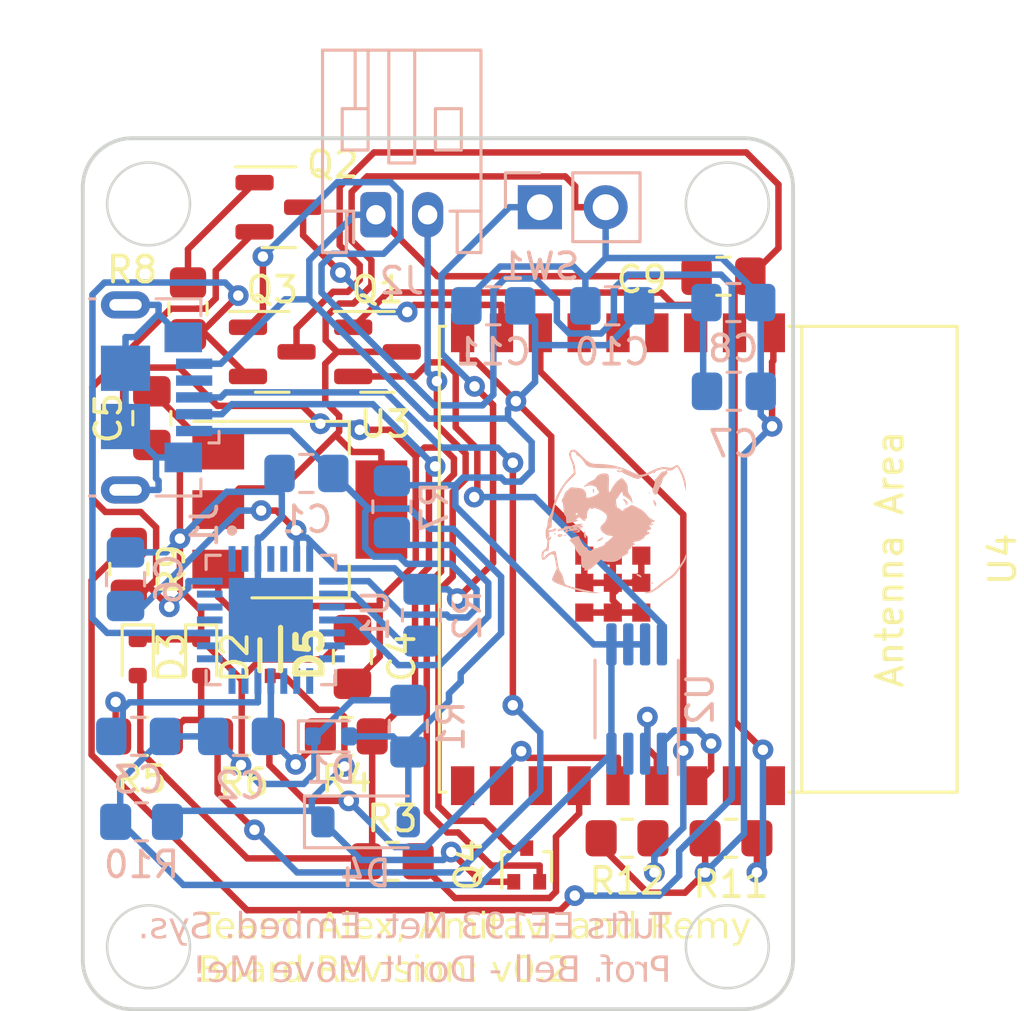
<source format=kicad_pcb>
(kicad_pcb (version 20221018) (generator pcbnew)
  (layers (0 "F.Cu" signal) (31 "B.Cu" signal) (34 "B.Paste" user) (35 "F.Paste" user) (36 "B.SilkS" user "B.Silkscreen") (37 "F.SilkS" user "F.Silkscreen") (38 "B.Mask" user) (39 "F.Mask" user) (44 "Edge.Cuts" user))
  (net 0 "")
  (net 1 "Net-(D1-A)")
  (net 2 "GND")
  (net 3 "Net-(U1-GPIO.1{slash}RXT)")
  (net 4 "Net-(U1-GPIO.0{slash}TXT)")
  (net 5 "VReg_In")
  (net 6 "Net-(U1-VDD)")
  (net 7 "+3V3")
  (net 8 "Net-(Q3-C)")
  (net 9 "Net-(D2-A)")
  (net 10 "Net-(D3-A)")
  (net 11 "+5V")
  (net 13 "unconnected-(J1-Shield-Pad6)")
  (net 14 "VBatt")
  (net 15 "TempIC_Power")
  (net 16 "Net-(Q1-S)")
  (net 17 "Net-(Q2-B)")
  (net 18 "Net-(Q2-E)")
  (net 19 "Net-(Q2-C)")
  (net 20 "Net-(Q3-B)")
  (net 21 "Net-(Q3-E)")
  (net 22 "Net-(U1-~{RST})")
  (net 23 "Net-(U4-GPIO18{slash}USB_D-)")
  (net 24 "Net-(U4-GPIO19{slash}USB_D+)")
  (net 25 "Net-(U1-~{SUSPEND})")
  (net 26 "Net-(U4-GPIO8)")
  (net 45 "SDA")
  (net 46 "SCL")
  (footprint "Package_TO_SOT_SMD:SOT-23" (layer "F.Cu") (at 173.5605 65.405)
    (fp_text reference "Q3")
    (fp_text value "BC818")
  )
  (footprint "Resistor_SMD:R_0805_2012Metric_Pad1.20x1.40mm_HandSolder" (layer "F.Cu") (at 168.513 80.264 180)
    (fp_text reference "R5")
    (fp_text value "0")
  )
  (footprint "Resistor_SMD:R_0805_2012Metric_Pad1.20x1.40mm_HandSolder" (layer "F.Cu") (at 170.307 63.738 -90)
    (fp_text reference "R8")
    (fp_text value "10k")
  )
  (footprint "Capacitor_SMD:C_0805_2012Metric_Pad1.18x1.45mm_HandSolder" (layer "F.Cu") (at 190.9865 62.484 180)
    (fp_text reference "C9")
    (fp_text value "1 uF")
  )
  (footprint "Resistor_SMD:R_0805_2012Metric_Pad1.20x1.40mm_HandSolder" (layer "F.Cu") (at 187.263 84.201 180)
    (fp_text reference "R12")
    (fp_text value "10k")
  )
  (footprint "Package_TO_SOT_SMD:SOT-416" (layer "F.Cu") (at 183.388 85.232 90)
    (fp_text reference "Q4")
    (fp_text value "NTA4151PT1G")
  )
  (footprint "Resistor_SMD:R_0805_2012Metric_Pad1.20x1.40mm_HandSolder" (layer "F.Cu") (at 176.419 80.264 180)
    (fp_text reference "R4")
    (fp_text value "0")
  )
  (footprint "Resistor_SMD:R_0805_2012Metric_Pad1.20x1.40mm_HandSolder" (layer "F.Cu") (at 191.278 84.201)
    (fp_text reference "R11")
    (fp_text value "10k")
  )
  (footprint "Resistor_SMD:R_0805_2012Metric_Pad1.20x1.40mm_HandSolder" (layer "F.Cu") (at 168.021 73.803 90)
    (fp_text reference "R9")
    (fp_text value "10k")
  )
  (footprint "Package_TO_SOT_SMD:SOT-23" (layer "F.Cu") (at 177.6245 65.405)
    (fp_text reference "Q1")
    (fp_text value "BS170F")
  )
  (footprint "Diode_SMD:D_SOD-523" (layer "F.Cu") (at 170.815 77.216 -90)
    (fp_text reference "D2")
    (fp_text value "1N914WT")
  )
  (footprint "Resistor_SMD:R_0805_2012Metric_Pad1.20x1.40mm_HandSolder" (layer "F.Cu") (at 172.45 80.264)
    (fp_text reference "R6")
    (fp_text value "0")
  )
  (footprint "Capacitor_SMD:C_0805_2012Metric_Pad1.18x1.45mm_HandSolder" (layer "F.Cu") (at 176.657 77.1945 90)
    (fp_text reference "C4")
    (fp_text value "10 uF")
  )
  (footprint "Capacitor_SMD:C_0805_2012Metric_Pad1.18x1.45mm_HandSolder" (layer "F.Cu") (at 168.91 67.9665 90)
    (fp_text reference "C5")
    (fp_text value "0.1 uF")
  )
  (footprint "espressif kicad-libraries main footprints-Espressif:ESP32-C3-WROOM-02" (layer "F.Cu") (at 187.013 73.419 -90)
    (fp_text reference "U4")
    (fp_text value "ESP32-C3-WROOM-02")
  )
  (footprint "KiCad:SODFL1608X59N" (layer "F.Cu") (at 173.482 77.127 -90)
    (fp_text reference "D5")
    (fp_text value "BAS_52-02V_H6327" hide)
  )
  (footprint "Diode_SMD:D_SOD-523" (layer "F.Cu") (at 168.365 77.216 -90)
    (fp_text reference "D3")
    (fp_text value "1N914WT")
  )
  (footprint "Package_TO_SOT_SMD:SOT-223-3_TabPin2" (layer "F.Cu") (at 174.625 71.501)
    (fp_text reference "U3")
    (fp_text value "LD1117S33TR_SOT223")
  )
  (footprint "Package_TO_SOT_SMD:SOT-23" (layer "F.Cu") (at 173.8145 59.817)
    (fp_text reference "Q2")
    (fp_text value "BC818")
  )
  (footprint "Resistor_SMD:R_0805_2012Metric_Pad1.20x1.40mm_HandSolder" (layer "F.Cu") (at 178.197 85.09)
    (fp_text reference "R3")
    (fp_text value "0")
  )
  (footprint "Resistor_SMD:R_0805_2012Metric_Pad1.20x1.40mm_HandSolder" (layer "B.Cu") (at 168.513 83.566)
    (fp_text reference "R10")
    (fp_text value "5.1k")
  )
  (footprint "Resistor_SMD:R_0805_2012Metric_Pad1.20x1.40mm_HandSolder" (layer "B.Cu") (at 178.181 71.39 90)
    (fp_text reference "R7")
    (fp_text value "10k")
  )
  (footprint "Capacitor_SMD:C_0805_2012Metric_Pad1.18x1.45mm_HandSolder" (layer "B.Cu") (at 191.3675 63.5 180)
    (fp_text reference "C8")
    (fp_text value "0.1 uF")
  )
  (footprint "Resistor_SMD:R_0805_2012Metric_Pad1.20x1.40mm_HandSolder" (layer "B.Cu") (at 178.816 79.867 90)
    (fp_text reference "R1")
    (fp_text value "47.5k")
  )
  (footprint "Capacitor_SMD:C_0805_2012Metric_Pad1.18x1.45mm_HandSolder" (layer "B.Cu") (at 186.69 63.627 180)
    (fp_text reference "C10")
    (fp_text value "10 uF")
  )
  (footprint "Connector_JST:JST_PH_S2B-PH-K_1x02_P2.00mm_Horizontal" (layer "B.Cu") (at 177.562 60.108)
    (fp_text reference "J2")
    (fp_text value "Battery_Connector")
  )
  (footprint "Capacitor_SMD:C_0805_2012Metric_Pad1.18x1.45mm_HandSolder" (layer "B.Cu") (at 174.879 70.104 180)
    (fp_text reference "C1")
    (fp_text value "1 uF")
  )
  (footprint "Capacitor_SMD:C_0805_2012Metric_Pad1.18x1.45mm_HandSolder" (layer "B.Cu") (at 172.3175 80.264 180)
    (fp_text reference "C2")
    (fp_text value "22 pF")
  )
  (footprint "Resistor_SMD:R_0805_2012Metric_Pad1.20x1.40mm_HandSolder" (layer "B.Cu") (at 179.324 75.581 -90)
    (fp_text reference "R2")
    (fp_text value "1k")
  )
  (footprint "CP2102N_A02_GQFN28:QFN50P500X500X80-29N" (layer "B.Cu") (at 173.506 75.766 -90)
    (fp_text reference "U1")
    (fp_text value "CP2102N-A02-GQFN28")
  )
  (footprint "Diode_SMD:D_SOD-523" (layer "B.Cu") (at 175.83 80.264)
    (fp_text reference "D1")
    (fp_text value "1N914WT")
  )
  (footprint "Capacitor_SMD:C_0805_2012Metric_Pad1.18x1.45mm_HandSolder" (layer "B.Cu") (at 167.894 74.1895 90)
    (fp_text reference "C6")
    (fp_text value "10 uF")
  )
  (footprint "Capacitor_SMD:C_0805_2012Metric_Pad1.18x1.45mm_HandSolder" (layer "B.Cu") (at 191.389 66.929 180)
    (fp_text reference "C7")
    (fp_text value "10 uF")
  )
  (footprint "Connector_PinHeader_2.54mm:PinHeader_1x02_P2.54mm_Vertical" (layer "B.Cu") (at 183.896 59.817 -90)
    (fp_text reference "SW1")
    (fp_text value "SW_DIP_x01")
  )
  (footprint "Capacitor_SMD:C_0805_2012Metric_Pad1.18x1.45mm_HandSolder" (layer "B.Cu") (at 182.0965 63.627 180)
    (fp_text reference "C11")
    (fp_text value "0.1 uF")
  )
  (footprint "Diode_SMD:D_SOD-123" (layer "B.Cu") (at 177.165 83.566)
    (fp_text reference "D4")
    (fp_text value "MBR0540")
  )
  (footprint "Package_SO:MSOP-8_3x3mm_P0.65mm" (layer "B.Cu") (at 187.635 78.8205 90)
    (fp_text reference "U2")
    (fp_text value "MCP9808_MSOP")
  )
  (footprint "Connector_USB:USB_Micro-B_GCT_USB3076-30-A" (layer "B.Cu") (at 169.094 67.165 90)
    (fp_text reference "J1")
    (fp_text value "USB_B_Micro")
  )
  (footprint "Capacitor_SMD:C_0805_2012Metric_Pad1.18x1.45mm_HandSolder" (layer "B.Cu") (at 168.3805 80.264)
    (fp_text reference "C3")
    (fp_text value "22 pF")
  )
  (gr_poly (pts (xy 189.539783 73.324045) (xy 189.53953 73.341422) (xy 189.538472 73.358229) (xy 189.536457 73.374776) (xy 189.533338 73.391375) (xy 189.528965 73.408336) (xy 189.523189 73.42597) (xy 189.515859 73.444588) (xy 189.506827 73.4645) (xy 189.495944 73.486017) (xy 189.483059 73.509451) (xy 189.468024 73.535111) (xy 189.45069 73.563309) (xy 189.430906 73.594355) (xy 189.408523 73.62856) (xy 189.355365 73.707691) (xy 189.279963 73.817306) (xy 189.215808 73.907126) (xy 189.187213 73.945438) (xy 189.160546 73.97979) (xy 189.135513 74.010512) (xy 189.111819 74.037934) (xy 189.08917 74.062385) (xy 189.067271 74.084196) (xy 189.045828 74.103696) (xy 189.024546 74.121214) (xy 189.003131 74.137081) (xy 188.981287 74.151626) (xy 188.958721 74.165179) (xy 188.935138 74.17807) (xy 188.924342 74.184081) (xy 188.911829 74.191685) (xy 188.882254 74.211209) (xy 188.847621 74.235728) (xy 188.809137 74.264324) (xy 188.768008 74.296084) (xy 188.725443 74.330093) (xy 188.682647 74.365434) (xy 188.640828 74.401193) (xy 188.593896 74.441271) (xy 188.547998 74.478819) (xy 188.503155 74.513826) (xy 188.45939 74.546278) (xy 188.416726 74.576164) (xy 188.375184 74.603473) (xy 188.334788 74.628191) (xy 188.295558 74.650308) (xy 188.257519 74.669811) (xy 188.220691 74.686687) (xy 188.185098 74.700926) (xy 188.150761 74.712514) (xy 188.117703 74.721441) (xy 188.085947 74.727693) (xy 188.055514 74.731259) (xy 188.026427 74.732127) (xy 187.913224 74.730193) (xy 188.046872 74.682608) (xy 188.046873 74.682609) (xy 188.118022 74.656268) (xy 188.150059 74.643491) (xy 188.180145 74.630734) (xy 188.208585 74.617816) (xy 188.235683 74.604555) (xy 188.261746 74.590771) (xy 188.287079 74.576281) (xy 188.311986 74.560905) (xy 188.336773 74.54446) (xy 188.361744 74.526766) (xy 188.387206 74.507641) (xy 188.413463 74.486904) (xy 188.44082 74.464373) (xy 188.500057 74.413204) (xy 188.534568 74.383503) (xy 188.573675 74.351278) (xy 188.616029 74.317556) (xy 188.660278 74.283367) (xy 188.705074 74.249737) (xy 188.749065 74.217696) (xy 188.790902 74.188272) (xy 188.829235 74.162493) (xy 188.865883 74.13772) (xy 188.902894 74.111179) (xy 188.939255 74.083698) (xy 188.973955 74.056101) (xy 189.005982 74.029215) (xy 189.034324 74.003866) (xy 189.057969 73.98088) (xy 189.067715 73.970531) (xy 189.075906 73.961083) (xy 189.14396 73.876261) (xy 189.209033 73.79108) (xy 189.270092 73.707086) (xy 189.326102 73.625821) (xy 189.37603 73.548831) (xy 189.418843 73.477659) (xy 189.453507 73.41385) (xy 189.46746 73.385189) (xy 189.478988 73.358947) (xy 189.539156 73.212706)) (fill solid) (layer "B.SilkS"))
  (gr_poly (pts (xy 185.510969 72.046826) (xy 185.516583 72.047993) (xy 185.520516 72.049634) (xy 185.524385 72.052155) (xy 185.527908 72.054715) (xy 185.531088 72.057309) (xy 185.533926 72.059931) (xy 185.536426 72.062576) (xy 185.53859 72.065239) (xy 185.540422 72.067913) (xy 185.541922 72.070594) (xy 185.543095 72.073275) (xy 185.543943 72.075952) (xy 185.544469 72.078618) (xy 185.544674 72.081269) (xy 185.544562 72.083898) (xy 185.544136 72.086501) (xy 185.543397 72.089071) (xy 185.54235 72.091604) (xy 185.540995 72.094093) (xy 185.539337 72.096533) (xy 185.537377 72.098919) (xy 185.535118 72.101245) (xy 185.532564 72.103505) (xy 185.529715 72.105695) (xy 185.526576 72.107808) (xy 185.523149 72.109839) (xy 185.519436 72.111782) (xy 185.515441 72.113633) (xy 185.511165 72.115385) (xy 185.506611 72.117032) (xy 185.501782 72.118571) (xy 185.496681 72.119994) (xy 185.491311 72.121296) (xy 185.485673 72.122473) (xy 185.469028 72.125816) (xy 185.462594 72.127249) (xy 185.457434 72.12854) (xy 185.453559 72.129702) (xy 185.450979 72.130746) (xy 185.450179 72.131229) (xy 185.449707 72.131687) (xy 185.449564 72.132122) (xy 185.449753 72.132535) (xy 185.450273 72.132929) (xy 185.451128 72.133305) (xy 185.453843 72.134008) (xy 185.45791 72.134658) (xy 185.463339 72.135266) (xy 185.470142 72.135846) (xy 185.478329 72.13641) (xy 185.498902 72.137542) (xy 185.510614 72.138273) (xy 185.52126 72.139243) (xy 185.530857 72.140435) (xy 185.539424 72.141832) (xy 185.546977 72.143419) (xy 185.553536 72.14518) (xy 185.559117 72.147097) (xy 185.563738 72.149155) (xy 185.567417 72.151337) (xy 185.570171 72.153627) (xy 185.572019 72.156009) (xy 185.572978 72.158467) (xy 185.573066 72.160983) (xy 185.5723 72.163543) (xy 185.570698 72.166129) (xy 185.568278 72.168725) (xy 185.565058 72.171316) (xy 185.561055 72.173884) (xy 185.556288 72.176414) (xy 185.550773 72.178888) (xy 185.544528 72.181292) (xy 185.537572 72.183608) (xy 185.529921 72.18582) (xy 185.521595 72.187912) (xy 185.512609 72.189868) (xy 185.502983 72.191672) (xy 185.492733 72.193306) (xy 185.481878 72.194755) (xy 185.470435 72.196003) (xy 185.458422 72.197033) (xy 185.445856 72.197829) (xy 185.432756 72.198374) (xy 185.29385 72.202687) (xy 185.439371 72.22052) (xy 185.584892 72.238353) (xy 185.4526 72.246639) (xy 185.320308 72.254926) (xy 185.439371 72.273437) (xy 185.470236 72.278419) (xy 185.493387 72.282616) (xy 185.502118 72.284447) (xy 185.50898 72.286115) (xy 185.513991 72.287632) (xy 185.517172 72.289009) (xy 185.518082 72.289648) (xy 185.518541 72.290256) (xy 185.518553 72.290835) (xy 185.518119 72.291386) (xy 185.517242 72.291911) (xy 185.515925 72.29241) (xy 185.511978 72.293338) (xy 185.506299 72.294183) (xy 185.498906 72.294955) (xy 185.479058 72.296326) (xy 185.46923 72.296957) (xy 185.460371 72.297714) (xy 185.452477 72.2986) (xy 185.445542 72.299618) (xy 185.439561 72.300772) (xy 185.434529 72.302063) (xy 185.430442 72.303496) (xy 185.428751 72.304267) (xy 185.427294 72.305074) (xy 185.42607 72.305919) (xy 185.42508 72.3068) (xy 185.424321 72.307719) (xy 185.423795 72.308677) (xy 185.423499 72.309673) (xy 185.423433 72.310707) (xy 185.423597 72.311782) (xy 185.42399 72.312895) (xy 185.424612 72.314049) (xy 185.425462 72.315244) (xy 185.427841 72.317755) (xy 185.431124 72.320433) (xy 185.435306 72.323281) (xy 185.440256 72.326833) (xy 185.443953 72.33039) (xy 185.446444 72.33394) (xy 185.447779 72.337472) (xy 185.448006 72.340972) (xy 185.447175 72.344429) (xy 185.445332 72.347831) (xy 185.442529 72.351164) (xy 185.438812 72.354418) (xy 185.434231 72.357579) (xy 185.428834 72.360636) (xy 185.422671 72.363576) (xy 185.415789 72.366387) (xy 185.408238 72.369057) (xy 185.391321 72.373924) (xy 185.37231 72.37808) (xy 185.351595 72.381427) (xy 185.329565 72.383866) (xy 185.306609 72.385301) (xy 185.283116 72.385633) (xy 185.259477 72.384765) (xy 185.247724 72.383849) (xy 185.236081 72.382598) (xy 185.224595 72.380997) (xy 185.213316 72.379035) (xy 185.108642 72.358897) (xy 185.214475 72.35545) (xy 185.225462 72.354951) (xy 185.236545 72.354179) (xy 185.2587 72.351879) (xy 185.280343 72.348678) (xy 185.300878 72.344707) (xy 185.310543 72.342473) (xy 185.319708 72.340095) (xy 185.328297 72.33759) (xy 185.336235 72.334974) (xy 185.343449 72.332262) (xy 185.349863 72.329472) (xy 185.355404 72.32662) (xy 185.359996 72.323721) (xy 185.36269 72.321767) (xy 185.365135 72.319919) (xy 185.367328 72.318177) (xy 185.369268 72.31654) (xy 185.370951 72.315009) (xy 185.372374 72.313581) (xy 185.373537 72.312257) (xy 185.374435 72.311035) (xy 185.375067 72.309916) (xy 185.37543 72.308898) (xy 185.37551 72.308427) (xy 185.375522 72.307981) (xy 185.375465 72.30756) (xy 185.37534 72.307164) (xy 185.375145 72.306793) (xy 185.374881 72.306447) (xy 185.374548 72.306126) (xy 185.374144 72.305829) (xy 185.373126 72.305309) (xy 185.371823 72.304887) (xy 185.370235 72.304562) (xy 185.368358 72.304333) (xy 185.36619 72.304201) (xy 185.363728 72.304163) (xy 185.36097 72.304219) (xy 185.357914 72.30437) (xy 185.354557 72.304614) (xy 185.350896 72.30495) (xy 185.342654 72.305898) (xy 185.333168 72.307209) (xy 185.322419 72.308877) (xy 185.310387 72.310897) (xy 185.289784 72.314002) (xy 185.265413 72.316898) (xy 185.238176 72.319523) (xy 185.208973 72.321813) (xy 185.178707 72.323704) (xy 185.148278 72.325134) (xy 185.11859 72.326038) (xy 185.090544 72.326353) (xy 185.064616 72.326832) (xy 185.040998 72.328202) (xy 185.030205 72.329192) (xy 185.020168 72.330369) (xy 185.010946 72.331722) (xy 185.0026 72.333237) (xy 184.995189 72.334903) (xy 184.988771 72.336708) (xy 184.983408 72.33864) (xy 184.979158 72.340688) (xy 184.976081 72.342838) (xy 184.975 72.343948) (xy 184.974236 72.345079) (xy 184.973794 72.34623) (xy 184.973682 72.347399) (xy 184.973909 72.348585) (xy 184.97448 72.349786) (xy 184.975526 72.352139) (xy 184.975811 72.354527) (xy 184.975378 72.35694) (xy 184.97427 72.359364) (xy 184.972531 72.361788) (xy 184.970205 72.364202) (xy 184.967333 72.366592) (xy 184.96396 72.368947) (xy 184.960129 72.371257) (xy 184.955883 72.373508) (xy 184.946319 72.37779) (xy 184.935615 72.381699) (xy 184.924117 72.385143) (xy 184.912172 72.388027) (xy 184.900124 72.390259) (xy 184.888321 72.391745) (xy 184.877109 72.392392) (xy 184.871833 72.392371) (xy 184.866834 72.392105) (xy 184.862156 72.391582) (xy 184.857842 72.390792) (xy 184.853935 72.389721) (xy 184.850479 72.388359) (xy 184.847517 72.386693) (xy 184.845092 72.384712) (xy 184.844463 72.383978) (xy 184.843961 72.383163) (xy 184.843583 72.382269) (xy 184.843329 72.381301) (xy 184.843194 72.380262) (xy 184.843179 72.379154) (xy 184.843279 72.37798) (xy 184.843494 72.376744) (xy 184.843822 72.375449) (xy 184.844259 72.374098) (xy 184.844804 72.372694) (xy 184.845456 72.371239) (xy 184.846211 72.369738) (xy 184.847069 72.368193) (xy 184.848026 72.366608) (xy 184.84908 72.364984) (xy 184.851474 72.361637) (xy 184.854234 72.358177) (xy 184.857343 72.354629) (xy 184.860785 72.351016) (xy 184.864542 72.347365) (xy 184.868598 72.3437) (xy 184.872938 72.340045) (xy 184.877543 72.336425) (xy 184.884397 72.331044) (xy 184.887344 72.328568) (xy 184.889957 72.32623) (xy 184.892227 72.324027) (xy 184.894142 72.321953) (xy 184.895694 72.320006) (xy 184.896871 72.318181) (xy 184.897665 72.316474) (xy 184.897915 72.315663) (xy 184.898064 72.314881) (xy 184.898113 72.314126) (xy 184.89806 72.313399) (xy 184.897902 72.312698) (xy 184.89764 72.312023) (xy 184.897272 72.311373) (xy 184.896797 72.310749) (xy 184.896213 72.310149) (xy 184.895519 72.309574) (xy 184.893796 72.308493) (xy 184.891619 72.307503) (xy 184.888977 72.306599) (xy 184.885861 72.305778) (xy 184.882259 72.305036) (xy 184.878163 72.304368) (xy 184.873561 72.303771) (xy 184.868445 72.303241) (xy 184.862803 72.302773) (xy 184.856626 72.302364) (xy 184.842626 72.301707) (xy 184.826364 72.301238) (xy 184.80776 72.300925) (xy 184.786732 72.300736) (xy 184.771088 72.300785) (xy 184.756147 72.301125) (xy 184.741937 72.301749) (xy 184.728485 72.302651) (xy 184.715821 72.303825) (xy 184.703974 72.305266) (xy 184.69297 72.306966) (xy 184.682839 72.308921) (xy 184.673609 72.311123) (xy 184.665309 72.313567) (xy 184.657966 72.316247) (xy 184.651609 72.319156) (xy 184.646267 72.322289) (xy 184.641968 72.325639) (xy 184.63874 72.329201) (xy 184.636611 72.332968) (xy 184.635646 72.335277) (xy 184.634687 72.337431) (xy 184.63373 72.33943) (xy 184.632775 72.341274) (xy 184.631818 72.342963) (xy 184.630857 72.344496) (xy 184.62989 72.345874) (xy 184.628916 72.347095) (xy 184.627931 72.348161) (xy 184.626934 72.349069) (xy 184.625922 72.349822) (xy 184.624893 72.350417) (xy 184.623845 72.350855) (xy 184.622776 72.351136) (xy 184.621683 72.35126) (xy 184.620564 72.351225) (xy 184.619417 72.351033) (xy 184.61824 72.350683) (xy 184.617031 72.350174) (xy 184.615786 72.349506) (xy 184.614505 72.34868) (xy 184.613185 72.347694) (xy 184.611824 72.346549) (xy 184.610419 72.345245) (xy 184.608968 72.343781) (xy 184.607469 72.342157) (xy 184.60592 72.340373) (xy 184.604319 72.338428) (xy 184.602663 72.336322) (xy 184.60095 72.334056) (xy 184.597344 72.32904) (xy 184.594233 72.32425) (xy 184.591607 72.319497) (xy 184.58946 72.31479) (xy 184.587782 72.310138) (xy 184.586565 72.305549) (xy 184.585799 72.301031) (xy 184.585477 72.296592) (xy 184.585581 72.292541) (xy 184.942316 72.292541) (xy 184.942519 72.29336) (xy 184.942956 72.294118) (xy 184.943628 72.294816) (xy 184.944536 72.295456) (xy 184.945683 72.29604) (xy 184.947069 72.296571) (xy 184.948697 72.29705) (xy 184.950567 72.29748) (xy 184.952682 72.297861) (xy 184.955042 72.298198) (xy 184.95765 72.29849) (xy 184.960507 72.298741) (xy 184.966974 72.299127) (xy 184.974456 72.299371) (xy 184.982965 72.29949) (xy 184.989029 72.299392) (xy 184.994923 72.299028) (xy 185.000617 72.298411) (xy 185.00608 72.297555) (xy 185.011281 72.296472) (xy 185.016189 72.295177) (xy 185.020776 72.293681) (xy 185.025009 72.292) (xy 185.028858 72.290145) (xy 185.032293 72.288131) (xy 185.035284 72.28597) (xy 185.037799 72.283676) (xy 185.039808 72.281263) (xy 185.040613 72.280015) (xy 185.041281 72.278743) (xy 185.041807 72.277447) (xy 185.042187 72.27613) (xy 185.042418 72.274792) (xy 185.042496 72.273437) (xy 185.042414 72.270426) (xy 185.042168 72.267609) (xy 185.04176 72.264987) (xy 185.041189 72.262559) (xy 185.040458 72.260325) (xy 185.039567 72.258286) (xy 185.038516 72.256441) (xy 185.037307 72.25479) (xy 185.035941 72.253333) (xy 185.034418 72.25207) (xy 185.03274 72.251002) (xy 185.030907 72.250128) (xy 185.02892 72.249448) (xy 185.02678 72.248962) (xy 185.024488 72.248671) (xy 185.022045 72.248574) (xy 185.019451 72.248671) (xy 185.016708 72.248962) (xy 185.013817 72.249448) (xy 185.010778 72.250128) (xy 185.007592 72.251002) (xy 185.004261 72.25207) (xy 185.000785 72.253333) (xy 184.997164 72.25479) (xy 184.9934 72.256441) (xy 184.989494 72.258286) (xy 184.985447 72.260325) (xy 184.981259 72.262559) (xy 184.976932 72.264987) (xy 184.972466 72.267609) (xy 184.967862 72.270426) (xy 184.963121 72.273437) (xy 184.957526 72.277143) (xy 184.952785 72.280497) (xy 184.950738 72.282047) (xy 184.94891 72.283514) (xy 184.947301 72.284902) (xy 184.945913 72.286211) (xy 184.944748 72.287444) (xy 184.943807 72.288603) (xy 184.943091 72.289691) (xy 184.942603 72.290708) (xy 184.942344 72.291657) (xy 184.942316 72.292541) (xy 184.585581 72.292541) (xy 184.585589 72.292241) (xy 184.586126 72.287985) (xy 184.587081 72.283834) (xy 184.588444 72.279795) (xy 184.590206 72.275876) (xy 184.59236 72.272086) (xy 184.594895 72.268433) (xy 184.597804 72.264926) (xy 184.601078 72.261572) (xy 184.604708 72.25838) (xy 184.608686 72.255358) (xy 184.613002 72.252514) (xy 184.617647 72.249857) (xy 184.622615 72.247395) (xy 184.627894 72.245136) (xy 184.633478 72.243088) (xy 184.639357 72.24126) (xy 184.645522 72.23966) (xy 184.651965 72.238295) (xy 184.658677 72.237175) (xy 184.665649 72.236308) (xy 184.672873 72.235702) (xy 184.68034 72.235364) (xy 184.688041 72.235304) (xy 184.695967 72.23553) (xy 184.710509 72.23565) (xy 184.72513 72.234734) (xy 184.739655 72.23287) (xy 184.753911 72.230145) (xy 184.767725 72.226648) (xy 184.780922 72.222466) (xy 184.79333 72.217687) (xy 184.804773 72.212399) (xy 184.812043 72.208372) (xy 185.089836 72.208372) (xy 185.089841 72.208638) (xy 185.0899 72.2089) (xy 185.090012 72.209159) (xy 185.090394 72.209664) (xy 185.090986 72.210155) (xy 185.091786 72.210629) (xy 185.092791 72.211085) (xy 185.093999 72.211524) (xy 185.095408 72.211944) (xy 185.097017 72.212344) (xy 185.098822 72.212723) (xy 185.100823 72.213081) (xy 185.103016 72.213417) (xy 185.107974 72.214018) (xy 185.113677 72.214519) (xy 185.120111 72.214915) (xy 185.127257 72.215198) (xy 185.1351 72.215361) (xy 185.143017 72.215392) (xy 185.15038 72.215289) (xy 185.157166 72.215057) (xy 185.16335 72.214702) (xy 185.168909 72.214231) (xy 185.173818 72.21365) (xy 185.178053 72.212965) (xy 185.181591 72.212183) (xy 185.184408 72.211309) (xy 185.186479 72.210351) (xy 185.187228 72.209841) (xy 185.187781 72.209313) (xy 185.188135 72.208767) (xy 185.188289 72.208203) (xy 185.188238 72.207623) (xy 185.187979 72.207027) (xy 185.18751 72.206416) (xy 185.186828 72.205791) (xy 185.184812 72.204501) (xy 185.181906 72.203164) (xy 185.181906 72.203165) (xy 185.178345 72.201886) (xy 185.174408 72.200767) (xy 185.170135 72.199808) (xy 185.165566 72.199011) (xy 185.160744 72.198375) (xy 185.155707 72.197901) (xy 185.150497 72.197589) (xy 185.145154 72.197441) (xy 185.13972 72.197456) (xy 185.134235 72.197635) (xy 185.12874 72.197979) (xy 185.123274 72.198488) (xy 185.11788 72.199162) (xy 185.112598 72.200003) (xy 185.107468 72.201009) (xy 185.102531 72.202183) (xy 185.100235 72.20281) (xy 185.098175 72.203431) (xy 185.096346 72.204046) (xy 185.094749 72.204653) (xy 185.093379 72.205253) (xy 185.092236 72.205844) (xy 185.091317 72.206426) (xy 185.09062 72.206997) (xy 185.090143 72.207556) (xy 185.089884 72.208104) (xy 185.089836 72.208372) (xy 184.812043 72.208372) (xy 184.815079 72.20669) (xy 184.824074 72.200648) (xy 184.831585 72.19436) (xy 184.834729 72.191151) (xy 184.837437 72.187913) (xy 184.839686 72.184659) (xy 184.841456 72.181397) (xy 184.842725 72.178141) (xy 184.84347 72.174899) (xy 184.843671 72.171684) (xy 184.843304 72.168507) (xy 184.84235 72.165377) (xy 184.840785 72.162308) (xy 184.840325 72.161223) (xy 184.840285 72.160152) (xy 184.840656 72.159096) (xy 184.84143 72.158056) (xy 184.842596 72.157035) (xy 184.843975 72.156143) (xy 185.319164 72.156143) (xy 185.319206 72.156428) (xy 185.319291 72.15671) (xy 185.319418 72.156987) (xy 185.319589 72.15726) (xy 185.319801 72.157529) (xy 185.320353 72.158052) (xy 185.32107 72.158557) (xy 185.321952 72.159042) (xy 185.322996 72.159506) (xy 185.324199 72.159948) (xy 185.32556 72.160369) (xy 185.327077 72.160766) (xy 185.328748 72.161139) (xy 185.33057 72.161487) (xy 185.332541 72.161809) (xy 185.334659 72.162105) (xy 185.336922 72.162373) (xy 185.339329 72.162613) (xy 185.341876 72.162823) (xy 185.344561 72.163004) (xy 185.347384 72.163154) (xy 185.35034 72.163272) (xy 185.353429 72.163357) (xy 185.359996 72.163426) (xy 185.366562 72.163357) (xy 185.372608 72.163154) (xy 185.378116 72.162823) (xy 185.38307 72.162373) (xy 185.387451 72.161809) (xy 185.391244 72.161139) (xy 185.394431 72.160369) (xy 185.396996 72.159506) (xy 185.398922 72.158557) (xy 185.399639 72.158052) (xy 185.400191 72.157529) (xy 185.400574 72.156987) (xy 185.400786 72.156428) (xy 185.400826 72.155853) (xy 185.400691 72.155262) (xy 185.40038 72.154657) (xy 185.399889 72.154038) (xy 185.399217 72.153406) (xy 185.398363 72.152761) (xy 185.396095 72.15144) (xy 185.393069 72.150081) (xy 185.389528 72.148791) (xy 185.38575 72.147672) (xy 185.381769 72.146726) (xy 185.377618 72.145952) (xy 185.373331 72.14535) (xy 185.368942 72.14492) (xy 185.364486 72.144662) (xy 185.359996 72.144576) (xy 185.355506 72.144662) (xy 185.35105 72.14492) (xy 185.346661 72.14535) (xy 185.342374 72.145952) (xy 185.338223 72.146726) (xy 185.334242 72.147672) (xy 185.330464 72.148791) (xy 185.326923 72.150081) (xy 185.325314 72.150765) (xy 185.323897 72.15144) (xy 185.32267 72.152106) (xy 185.321629 72.152761) (xy 185.320775 72.153406) (xy 185.320103 72.154038) (xy 185.319612 72.154657) (xy 185.319434 72.154961) (xy 185.319301 72.155262) (xy 185.319211 72.15556) (xy 185.319166 72.155853) (xy 185.319164 72.156143) (xy 184.843975 72.156143) (xy 184.844146 72.156032) (xy 184.846069 72.15505) (xy 184.848357 72.15409) (xy 184.853987 72.152241) (xy 184.860961 72.150496) (xy 184.869204 72.148866) (xy 184.87864 72.147361) (xy 184.889193 72.145993) (xy 184.900789 72.144772) (xy 184.913351 72.143709) (xy 184.926804 72.142815) (xy 184.941073 72.1421) (xy 184.956082 72.141577) (xy 184.971755 72.141255) (xy 184.988018 72.141145) (xy 185.020221 72.140728) (xy 185.050264 72.139533) (xy 185.077488 72.137644) (xy 185.101238 72.135145) (xy 185.120854 72.132119) (xy 185.128907 72.130435) (xy 185.13568 72.128651) (xy 185.141091 72.126776) (xy 185.145057 72.124823) (xy 185.147498 72.122801) (xy 185.14812 72.121767) (xy 185.148329 72.12072) (xy 185.149304 72.118141) (xy 185.152151 72.115359) (xy 185.162986 72.109275) (xy 185.179886 72.102651) (xy 185.201904 72.095667) (xy 185.228092 72.088504) (xy 185.257504 72.081342) (xy 185.32221 72.067749) (xy 185.388442 72.056334) (xy 185.419762 72.051896) (xy 185.448622 72.048545) (xy 185.474075 72.046462) (xy 185.495173 72.045829)) (fill solid) (layer "B.SilkS"))
  (gr_poly (pts (xy 184.680486 72.451089) (xy 184.689211 72.451818) (xy 184.698035 72.452927) (xy 184.714293 72.455458) (xy 184.728549 72.458021) (xy 184.740827 72.460669) (xy 184.751152 72.463457) (xy 184.755589 72.464921) (xy 184.759548 72.466439) (xy 184.76303 72.46802) (xy 184.76604 72.469671) (xy 184.768579 72.471396) (xy 184.770652 72.473205) (xy 184.772261 72.475103) (xy 184.773409 72.477097) (xy 184.774099 72.479194) (xy 184.774335 72.481401) (xy 184.774119 72.483725) (xy 184.773455 72.486172) (xy 184.772345 72.48875) (xy 184.770793 72.491464) (xy 184.768801 72.494323) (xy 184.766373 72.497332) (xy 184.763512 72.500499) (xy 184.760221 72.503829) (xy 184.75236 72.511011) (xy 184.742815 72.518932) (xy 184.73161 72.527646) (xy 184.721008 72.534965) (xy 184.709676 72.541484) (xy 184.697848 72.547186) (xy 184.68576 72.552049) (xy 184.673646 72.556056) (xy 184.661742 72.559186) (xy 184.650283 72.561421) (xy 184.639503 72.56274) (xy 184.629638 72.563125) (xy 184.620922 72.562555) (xy 184.617069 72.561907) (xy 184.613592 72.561013) (xy 184.610519 72.55987) (xy 184.60788 72.558477) (xy 184.605706 72.556831) (xy 184.604024 72.554929) (xy 184.602865 72.55277) (xy 184.602257 72.55035) (xy 184.602231 72.547668) (xy 184.602816 72.54472) (xy 184.60404 72.541504) (xy 184.605933 72.538019) (xy 184.605934 72.538019) (xy 184.606731 72.536663) (xy 184.607437 72.535324) (xy 184.608053 72.534004) (xy 184.60858 72.532705) (xy 184.609019 72.531427) (xy 184.609371 72.530174) (xy 184.609636 72.528946) (xy 184.609816 72.527746) (xy 184.609912 72.526575) (xy 184.609924 72.525435) (xy 184.609854 72.524327) (xy 184.609702 72.523253) (xy 184.60947 72.522215) (xy 184.609158 72.521215) (xy 184.608768 72.520253) (xy 184.6083 72.519333) (xy 184.607755 72.518456) (xy 184.607134 72.517622) (xy 184.606439 72.516835) (xy 184.60567 72.516096) (xy 184.604828 72.515406) (xy 184.603914 72.514767) (xy 184.602928 72.51418) (xy 184.601873 72.513649) (xy 184.600749 72.513173) (xy 184.599557 72.512756) (xy 184.598297 72.512398) (xy 184.596972 72.512101) (xy 184.595581 72.511867) (xy 184.594126 72.511698) (xy 184.592607 72.511596) (xy 184.591026 72.511561) (xy 184.588935 72.511534) (xy 184.586976 72.51145) (xy 184.585148 72.51131) (xy 184.583451 72.511111) (xy 184.581886 72.510853) (xy 184.580452 72.510533) (xy 184.579148 72.510151) (xy 184.577977 72.509705) (xy 184.576936 72.509194) (xy 184.576026 72.508617) (xy 184.575246 72.507971) (xy 184.574598 72.507257) (xy 184.57408 72.506472) (xy 184.573693 72.505615) (xy 184.573436 72.504685) (xy 184.57331 72.50368) (xy 184.573314 72.5026) (xy 184.573448 72.501443) (xy 184.573712 72.500207) (xy 184.574107 72.498891) (xy 184.574632 72.497493) (xy 184.575286 72.496014) (xy 184.576071 72.49445) (xy 184.576985 72.492801) (xy 184.578029 72.491066) (xy 184.579203 72.489243) (xy 184.580506 72.48733) (xy 184.581938 72.485327) (xy 184.585192 72.481044) (xy 184.588962 72.476383) (xy 184.590661 72.474464) (xy 184.592515 72.472612) (xy 184.59452 72.470829) (xy 184.596671 72.469113) (xy 184.598963 72.467468) (xy 184.601393 72.465893) (xy 184.603956 72.46439) (xy 184.606647 72.46296) (xy 184.612395 72.460321) (xy 184.618603 72.457984) (xy 184.625234 72.455957) (xy 184.632252 72.454247) (xy 184.639622 72.452862) (xy 184.647307 72.451811) (xy 184.655272 72.4511) (xy 184.663481 72.450738) (xy 184.671898 72.450731)) (fill solid) (layer "B.SilkS"))
  (gr_poly (pts (xy 185.190687 69.181274) (xy 185.19867 69.18169) (xy 185.20681 69.182432) (xy 185.215106 69.183501) (xy 185.223556 69.184896) (xy 185.232159 69.186619) (xy 185.240913 69.188671) (xy 185.24436 69.189734) (xy 185.248265 69.1913) (xy 185.257384 69.195889) (xy 185.268137 69.202326) (xy 185.280394 69.210502) (xy 185.294023 69.220307) (xy 185.308893 69.231629) (xy 185.324873 69.244358) (xy 185.341832 69.258385) (xy 185.359638 69.273598) (xy 185.378159 69.289887) (xy 185.397266 69.307141) (xy 185.416825 69.325251) (xy 185.436707 69.344106) (xy 185.45678 69.363595) (xy 185.476912 69.383608) (xy 185.496972 69.404035) (xy 185.543991 69.451885) (xy 185.587832 69.495107) (xy 185.628873 69.533915) (xy 185.667491 69.568522) (xy 185.704063 69.599142) (xy 185.738965 69.625989) (xy 185.772574 69.649275) (xy 185.805268 69.669215) (xy 185.837423 69.686022) (xy 185.869416 69.69991) (xy 185.901624 69.711093) (xy 185.934424 69.719783) (xy 185.968193 69.726195) (xy 186.003308 69.730541) (xy 186.040145 69.733037) (xy 186.079082 69.733894) (xy 186.171865 69.735146) (xy 186.262155 69.73842) (xy 186.350202 69.743773) (xy 186.436254 69.751259) (xy 186.52056 69.760935) (xy 186.60337 69.772854) (xy 186.684931 69.787073) (xy 186.765494 69.803646) (xy 186.845308 69.822628) (xy 186.92462 69.844076) (xy 187.003681 69.868043) (xy 187.082738 69.894586) (xy 187.162042 69.923759) (xy 187.24184 69.955617) (xy 187.322383 69.990217) (xy 187.403918 70.027612) (xy 187.467708 70.057304) (xy 187.525531 70.082947) (xy 187.578306 70.10451) (xy 187.626949 70.121959) (xy 187.67238 70.135263) (xy 187.694178 70.140351) (xy 187.715516 70.14439) (xy 187.736511 70.147376) (xy 187.757277 70.149306) (xy 187.777927 70.150175) (xy 187.798578 70.149979) (xy 187.819345 70.148715) (xy 187.84034 70.146378) (xy 187.861681 70.142964) (xy 187.88348 70.13847) (xy 187.905854 70.13289) (xy 187.928916 70.126222) (xy 187.977567 70.109601) (xy 188.030349 70.088577) (xy 188.088183 70.063116) (xy 188.151985 70.033186) (xy 188.222674 69.998754) (xy 188.274467 69.973741) (xy 188.323141 69.951376) (xy 188.369063 69.931592) (xy 188.412601 69.914324) (xy 188.454123 69.899503) (xy 188.493998 69.887064) (xy 188.532594 69.87694) (xy 188.570279 69.869063) (xy 188.607421 69.863368) (xy 188.644387 69.859786) (xy 188.681548 69.858252) (xy 188.719269 69.858699) (xy 188.75792 69.86106) (xy 188.797868 69.865269) (xy 188.839483 69.871257) (xy 188.883131 69.878959) (xy 188.89746 69.881495) (xy 188.910912 69.883435) (xy 188.923613 69.884746) (xy 188.935694 69.885397) (xy 188.947284 69.885355) (xy 188.95851 69.884588) (xy 188.969503 69.883065) (xy 188.98039 69.880752) (xy 188.9913 69.877617) (xy 189.002363 69.873629) (xy 189.013708 69.868754) (xy 189.025462 69.862962) (xy 189.037755 69.85622) (xy 189.050716 69.848495) (xy 189.064473 69.839755) (xy 189.079156 69.829968) (xy 189.102237 69.81485) (xy 189.113035 69.80828) (xy 189.123382 69.802394) (xy 189.13331 69.797211) (xy 189.142851 69.792748) (xy 189.152039 69.789026) (xy 189.160906 69.786061) (xy 189.169484 69.783872) (xy 189.177806 69.782479) (xy 189.185904 69.781898) (xy 189.193812 69.78215) (xy 189.201561 69.783251) (xy 189.209184 69.785222) (xy 189.216714 69.788079) (xy 189.224184 69.791842) (xy 189.231625 69.796529) (xy 189.23907 69.802158) (xy 189.246553 69.808748) (xy 189.254105 69.816318) (xy 189.261759 69.824886) (xy 189.269548 69.834469) (xy 189.277504 69.845088) (xy 189.28566 69.856759) (xy 189.294048 69.869502) (xy 189.302701 69.883336) (xy 189.320931 69.914346) (xy 189.340613 69.949938) (xy 189.362004 69.99026) (xy 189.384898 70.035134) (xy 189.406073 70.078889) (xy 189.425557 70.121626) (xy 189.443379 70.163448) (xy 189.459565 70.204457) (xy 189.474146 70.244756) (xy 189.487147 70.284447) (xy 189.498599 70.323632) (xy 189.508528 70.362414) (xy 189.516962 70.400896) (xy 189.523931 70.439179) (xy 189.529462 70.477366) (xy 189.533582 70.51556) (xy 189.536321 70.553864) (xy 189.537706 70.592378) (xy 189.537765 70.631207) (xy 189.535118 70.804998) (xy 189.486993 70.579417) (xy 189.465415 70.484458) (xy 189.442433 70.395554) (xy 189.41785 70.31215) (xy 189.391466 70.233692) (xy 189.363081 70.159625) (xy 189.332498 70.089395) (xy 189.299516 70.022448) (xy 189.263937 69.958229) (xy 189.193943 69.838793) (xy 189.090482 69.921937) (xy 189.07551 69.933773) (xy 189.061504 69.944409) (xy 189.048359 69.953885) (xy 189.035969 69.962239) (xy 189.024227 69.969511) (xy 189.013027 69.975738) (xy 189.002265 69.980962) (xy 188.991833 69.985219) (xy 188.981625 69.988549) (xy 188.971536 69.990992) (xy 188.961459 69.992586) (xy 188.951289 69.99337) (xy 188.94092 69.993383) (xy 188.930245 69.992665) (xy 188.919158 69.991253) (xy 188.907555 69.989187) (xy 188.899802 69.987774) (xy 188.892263 69.986671) (xy 188.884949 69.98587) (xy 188.87787 69.985362) (xy 188.871039 69.985138) (xy 188.864466 69.985191) (xy 188.858162 69.985512) (xy 188.852139 69.986093) (xy 188.846406 69.986924) (xy 188.840976 69.987998) (xy 188.835859 69.989306) (xy 188.831067 69.990839) (xy 188.82661 69.99259) (xy 188.8225 69.994549) (xy 188.818747 69.996709) (xy 188.815363 69.99906) (xy 188.812359 70.001595) (xy 188.809745 70.004305) (xy 188.807533 70.00718) (xy 188.805734 70.010214) (xy 188.80436 70.013398) (xy 188.80342 70.016722) (xy 188.802926 70.020179) (xy 188.802889 70.02376) (xy 188.803321 70.027457) (xy 188.804232 70.031261) (xy 188.805633 70.035164) (xy 188.807535 70.039157) (xy 188.80995 70.043232) (xy 188.812889 70.04738) (xy 188.816361 70.051593) (xy 188.82038 70.055862) (xy 188.821947 70.057624) (xy 188.823263 70.059522) (xy 188.824326 70.061557) (xy 188.825137 70.06373) (xy 188.825695 70.066041) (xy 188.826 70.068492) (xy 188.826051 70.071082) (xy 188.825849 70.073811) (xy 188.825392 70.076682) (xy 188.824681 70.079693) (xy 188.823715 70.082846) (xy 188.822494 70.086142) (xy 188.821018 70.08958) (xy 188.819286 70.093161) (xy 188.817297 70.096886) (xy 188.815053 70.100756) (xy 188.812551 70.10477) (xy 188.809793 70.10893) (xy 188.806777 70.113236) (xy 188.803503 70.117689) (xy 188.796181 70.127036) (xy 188.787823 70.136976) (xy 188.778428 70.147513) (xy 188.767993 70.158652) (xy 188.756515 70.170397) (xy 188.743991 70.182752) (xy 188.733482 70.19323) (xy 188.723268 70.203963) (xy 188.713401 70.21487) (xy 188.703935 70.225874) (xy 188.694922 70.236895) (xy 188.686416 70.247855) (xy 188.678468 70.258674) (xy 188.671133 70.269275) (xy 188.664462 70.279576) (xy 188.658509 70.289501) (xy 188.653327 70.29897) (xy 188.648969 70.307903) (xy 188.645487 70.316222) (xy 188.642934 70.323849) (xy 188.641364 70.330704) (xy 188.640829 70.336707) (xy 188.640501 70.342855) (xy 188.639541 70.350132) (xy 188.637981 70.358445) (xy 188.635852 70.3677) (xy 188.633187 70.377805) (xy 188.630019 70.388667) (xy 188.626379 70.400192) (xy 188.622301 70.412287) (xy 188.612957 70.437816) (xy 188.602246 70.464507) (xy 188.590425 70.491616) (xy 188.584181 70.505094) (xy 188.577755 70.518397) (xy 188.564371 70.54624) (xy 188.550503 70.57639) (xy 188.536554 70.60789) (xy 188.522927 70.639781) (xy 188.510023 70.671103) (xy 188.498245 70.7009) (xy 188.487995 70.728212) (xy 188.479676 70.752082) (xy 188.470608 70.778336) (xy 188.461438 70.802603) (xy 188.452185 70.82486) (xy 188.442868 70.845084) (xy 188.433507 70.863253) (xy 188.42412 70.879346) (xy 188.414728 70.89334) (xy 188.405349 70.905213) (xy 188.396002 70.914943) (xy 188.386706 70.922508) (xy 188.382084 70.925471) (xy 188.377481 70.927885) (xy 188.372902 70.929746) (xy 188.368347 70.931052) (xy 188.363819 70.9318) (xy 188.359321 70.931988) (xy 188.354855 70.931612) (xy 188.350424 70.93067) (xy 188.346029 70.929159) (xy 188.341674 70.927076) (xy 188.33736 70.924418) (xy 188.333091 70.921183) (xy 188.323081 70.911944) (xy 188.313066 70.900951) (xy 188.303171 70.888488) (xy 188.293524 70.874837) (xy 188.28425 70.860281) (xy 188.275478 70.845101) (xy 188.267335 70.829581) (xy 188.259946 70.814003) (xy 188.253439 70.79865) (xy 188.247941 70.783803) (xy 188.243578 70.769746) (xy 188.240479 70.75676) (xy 188.238768 70.745129) (xy 188.238474 70.73991) (xy 188.238574 70.735135) (xy 188.239086 70.73084) (xy 188.240024 70.72706) (xy 188.241404 70.72383) (xy 188.243243 70.721186) (xy 188.250315 70.711157) (xy 188.258117 70.696506) (xy 188.266461 70.6779) (xy 188.275162 70.656004) (xy 188.284031 70.631484) (xy 188.292883 70.605008) (xy 188.309784 70.548848) (xy 188.324368 70.492854) (xy 188.330323 70.466585) (xy 188.335139 70.442355) (xy 188.338627 70.420832) (xy 188.340601 70.402682) (xy 188.340874 70.38857) (xy 188.340314 70.383236) (xy 188.339259 70.379163) (xy 188.338615 70.377287) (xy 188.338096 70.375347) (xy 188.337701 70.373348) (xy 188.337427 70.371294) (xy 188.337272 70.36919) (xy 188.337234 70.36704) (xy 188.337312 70.364848) (xy 188.337502 70.36262) (xy 188.337804 70.360359) (xy 188.338215 70.35807) (xy 188.339356 70.353425) (xy 188.340909 70.348722) (xy 188.342858 70.343995) (xy 188.345187 70.339281) (xy 188.34788 70.334616) (xy 188.35092 70.330034) (xy 188.354292 70.325571) (xy 188.357978 70.321264) (xy 188.361964 70.317147) (xy 188.366233 70.313257) (xy 188.370769 70.309629) (xy 188.375856 70.305536) (xy 188.381743 70.300283) (xy 188.388359 70.293952) (xy 188.395634 70.286624) (xy 188.403496 70.27838) (xy 188.411875 70.269303) (xy 188.429902 70.248972) (xy 188.449151 70.226283) (xy 188.469054 70.20189) (xy 188.489048 70.176444) (xy 188.508567 70.150597) (xy 188.518204 70.137864) (xy 188.527974 70.125534) (xy 188.537809 70.113671) (xy 188.547644 70.102336) (xy 188.557408 70.09159) (xy 188.567035 70.081496) (xy 188.576457 70.072115) (xy 188.585606 70.063509) (xy 188.594414 70.055741) (xy 188.602813 70.048871) (xy 188.610736 70.042962) (xy 188.618114 70.038075) (xy 188.62488 70.034273) (xy 188.630967 70.031617) (xy 188.633734 70.030738) (xy 188.636305 70.030169) (xy 188.638673 70.029917) (xy 188.640829 70.02999) (xy 188.653692 70.030881) (xy 188.66702 70.030679) (xy 188.680614 70.029475) (xy 188.694278 70.027356) (xy 188.707812 70.02441) (xy 188.721019 70.020726) (xy 188.733702 70.016392) (xy 188.745662 70.011496) (xy 188.756702 70.006127) (xy 188.766624 70.000372) (xy 188.775231 69.994321) (xy 188.782323 69.988061) (xy 188.78524 69.98488) (xy 188.787704 69.981681) (xy 188.789691 69.978473) (xy 188.791176 69.975268) (xy 188.792134 69.972078) (xy 188.792541 69.968912) (xy 188.792371 69.965783) (xy 188.7916 69.962701) (xy 188.788101 69.956426) (xy 188.782458 69.951044) (xy 188.774819 69.946525) (xy 188.765333 69.942839) (xy 188.754146 69.939954) (xy 188.741407 69.937842) (xy 188.711864 69.935808) (xy 188.677888 69.936495) (xy 188.640659 69.939658) (xy 188.601363 69.945053) (xy 188.56118 69.952437) (xy 188.521295 69.961564) (xy 188.48289 69.972193) (xy 188.447149 69.984077) (xy 188.415253 69.996974) (xy 188.388386 70.01064) (xy 188.377208 70.017685) (xy 188.367731 70.02483) (xy 188.360102 70.032046) (xy 188.35447 70.039302) (xy 188.350983 70.046566) (xy 188.349787 70.05381) (xy 188.349733 70.054749) (xy 188.349574 70.055717) (xy 188.349312 70.056712) (xy 188.348949 70.057732) (xy 188.348489 70.058773) (xy 188.347933 70.059836) (xy 188.347285 70.060916) (xy 188.346547 70.062012) (xy 188.345722 70.063122) (xy 188.344812 70.064244) (xy 188.343821 70.065375) (xy 188.34275 70.066513) (xy 188.34038 70.068803) (xy 188.337725 70.071096) (xy 188.334806 70.073376) (xy 188.331642 70.075624) (xy 188.328256 70.077823) (xy 188.324669 70.079957) (xy 188.320901 70.082008) (xy 188.316974 70.083959) (xy 188.312908 70.085791) (xy 188.308725 70.08749) (xy 188.303832 70.089273) (xy 188.29941 70.090688) (xy 188.295462 70.091733) (xy 188.291986 70.092409) (xy 188.290425 70.092608) (xy 188.288982 70.092715) (xy 188.287658 70.09273) (xy 188.286452 70.092652) (xy 188.285364 70.092482) (xy 188.284394 70.09222) (xy 188.283542 70.091865) (xy 188.282809 70.091418) (xy 188.282193 70.090879) (xy 188.281696 70.090247) (xy 188.281318 70.089523) (xy 188.281057 70.088707) (xy 188.280914 70.087799) (xy 188.28089 70.086798) (xy 188.280984 70.085705) (xy 188.281197 70.08452) (xy 188.281527 70.083242) (xy 188.281976 70.081872) (xy 188.282543 70.08041) (xy 188.283228 70.078855) (xy 188.284953 70.075469) (xy 188.287151 70.071714) (xy 188.287994 70.07019) (xy 188.288517 70.068866) (xy 188.288726 70.06774) (xy 188.288628 70.066809) (xy 188.288229 70.066072) (xy 188.287535 70.065526) (xy 188.286554 70.065168) (xy 188.285291 70.064996) (xy 188.283753 70.065007) (xy 188.281946 70.065199) (xy 188.279877 70.06557) (xy 188.277552 70.066116) (xy 188.274977 70.066836) (xy 188.27216 70.067727) (xy 188.26582 70.070012) (xy 188.258585 70.072951) (xy 188.250506 70.076526) (xy 188.241634 70.080715) (xy 188.232019 70.0855) (xy 188.221714 70.09086) (xy 188.21077 70.096776) (xy 188.199238 70.103228) (xy 188.187169 70.110197) (xy 188.174324 70.117496) (xy 188.160513 70.124918) (xy 188.130511 70.139921) (xy 188.098185 70.154788) (xy 188.064561 70.169098) (xy 188.03066 70.182432) (xy 187.997508 70.194372) (xy 187.966129 70.204499) (xy 187.951423 70.208751) (xy 187.937545 70.212392) (xy 187.924177 70.215854) (xy 187.910968 70.219581) (xy 187.897996 70.223536) (xy 187.885339 70.227686) (xy 187.861279 70.236432) (xy 187.850031 70.240958) (xy 187.839409 70.24554) (xy 187.829488 70.250143) (xy 187.820348 70.254733) (xy 187.812066 70.259275) (xy 187.804718 70.263733) (xy 187.798384 70.268074) (xy 187.79314 70.272263) (xy 187.789063 70.276265) (xy 187.786233 70.280046) (xy 187.783125 70.284598) (xy 187.779444 70.288818) (xy 187.775206 70.292708) (xy 187.770432 70.296268) (xy 187.765139 70.299499) (xy 187.759347 70.302403) (xy 187.753075 70.30498) (xy 187.746341 70.307231) (xy 187.739164 70.309157) (xy 187.731562 70.310759) (xy 187.723556 70.312038) (xy 187.715163 70.312995) (xy 187.706402 70.31363) (xy 187.697292 70.313945) (xy 187.6781 70.313617) (xy 187.657738 70.312019) (xy 187.636355 70.309157) (xy 187.614103 70.305039) (xy 187.591131 70.299672) (xy 187.56759 70.293064) (xy 187.54363 70.285222) (xy 187.519401 70.276153) (xy 187.495054 70.265865) (xy 187.378087 70.213997) (xy 187.252733 70.159021) (xy 187.225388 70.14666) (xy 187.198012 70.13344) (xy 187.171339 70.119772) (xy 187.1461 70.106065) (xy 187.123028 70.09273) (xy 187.102855 70.080176) (xy 187.086315 70.068814) (xy 187.079636 70.063708) (xy 187.074139 70.059054) (xy 187.069324 70.054842) (xy 187.064644 70.051034) (xy 187.060123 70.047637) (xy 187.055786 70.04466) (xy 187.051656 70.042109) (xy 187.047758 70.039992) (xy 187.044117 70.038317) (xy 187.040756 70.037091) (xy 187.037699 70.036322) (xy 187.036293 70.036111) (xy 187.034972 70.036017) (xy 187.033739 70.036041) (xy 187.032598 70.036184) (xy 187.03155 70.036447) (xy 187.030601 70.03683) (xy 187.029751 70.037335) (xy 187.029005 70.037963) (xy 187.028366 70.038714) (xy 187.027835 70.03959) (xy 187.027418 70.040592) (xy 187.027116 70.04172) (xy 187.026933 70.042975) (xy 187.026871 70.044358) (xy 187.026785 70.046134) (xy 187.026528 70.047792) (xy 187.026096 70.049333) (xy 187.02549 70.050757) (xy 187.024707 70.052064) (xy 187.023745 70.053254) (xy 187.022604 70.054327) (xy 187.021281 70.055282) (xy 187.019775 70.056121) (xy 187.018085 70.056842) (xy 187.016208 70.057446) (xy 187.014144 70.057933) (xy 187.01189 70.058303) (xy 187.009446 70.058555) (xy 187.006808 70.05869) (xy 187.003977 70.058708) (xy 187.000951 70.058609) (xy 186.997727 70.058392) (xy 186.994304 70.058057) (xy 186.990682 70.057606) (xy 186.986857 70.057037) (xy 186.982829 70.05635) (xy 186.978595 70.055546) (xy 186.974156 70.054625) (xy 186.969508 70.053586) (xy 186.96465 70.05243) (xy 186.959581 70.051156) (xy 186.9543 70.049764) (xy 186.943091 70.046628) (xy 186.931013 70.043022) (xy 186.901758 70.033828) (xy 186.890024 70.029886) (xy 186.880161 70.0263) (xy 186.872122 70.023007) (xy 186.865864 70.019945) (xy 186.863388 70.018482) (xy 186.861341 70.017054) (xy 186.859716 70.015653) (xy 186.858508 70.014271) (xy 186.857712 70.012901) (xy 186.857677 70.01278) (xy 186.93706 70.01278) (xy 186.937155 70.015726) (xy 186.937343 70.017058) (xy 186.937625 70.018291) (xy 186.938001 70.019423) (xy 186.938472 70.020449) (xy 186.939039 70.021366) (xy 186.939701 70.022172) (xy 186.94046 70.022863) (xy 186.941315 70.023435) (xy 186.942267 70.023886) (xy 186.943317 70.024213) (xy 186.944464 70.024411) (xy 186.94571 70.024478) (xy 186.948343 70.024359) (xy 186.951045 70.02401) (xy 186.953798 70.023443) (xy 186.956581 70.02267) (xy 186.959374 70.021702) (xy 186.962157 70.020551) (xy 186.964909 70.019229) (xy 186.967611 70.017748) (xy 186.970242 70.016119) (xy 186.972783 70.014354) (xy 186.975212 70.012465) (xy 186.97751 70.010463) (xy 186.979657 70.008361) (xy 186.981633 70.00617) (xy 186.983418 70.003901) (xy 186.98499 70.001568) (xy 186.985812 70.000406) (xy 186.986813 69.999285) (xy 186.987989 69.998204) (xy 186.989332 69.997166) (xy 186.990839 69.99617) (xy 186.992503 69.995217) (xy 186.994318 69.994309) (xy 186.996279 69.993446) (xy 187.000617 69.991858) (xy 187.005471 69.990461) (xy 187.010797 69.989262) (xy 187.016549 69.988267) (xy 187.022683 69.987483) (xy 187.029154 69.986916) (xy 187.035917 69.986573) (xy 187.042927 69.986462) (xy 187.05014 69.986588) (xy 187.05751 69.986959) (xy 187.064992 69.98758) (xy 187.072541 69.98846) (xy 187.079812 69.989371) (xy 187.086474 69.990084) (xy 187.092511 69.990602) (xy 187.097906 69.990931) (xy 187.102642 69.991072) (xy 187.1067 69.99103) (xy 187.110064 69.990808) (xy 187.112716 69.990411) (xy 187.11464 69.989841) (xy 187.115323 69.989493) (xy 187.115817 69.989103) (xy 187.116121 69.988672) (xy 187.116231 69.9882) (xy 187.116147 69.987687) (xy 187.115865 69.987135) (xy 187.115383 69.986543) (xy 187.1147 69.985913) (xy 187.11272 69.984536) (xy 187.109908 69.98301) (xy 187.106246 69.981336) (xy 187.087593 69.973105) (xy 187.066144 69.963205) (xy 187.044551 69.952883) (xy 187.025462 69.943382) (xy 187.022866 69.942118) (xy 187.020294 69.940994) (xy 187.017747 69.94001) (xy 187.015223 69.939167) (xy 187.012722 69.938465) (xy 187.010244 69.937904) (xy 187.007789 69.937485) (xy 187.005356 69.937207) (xy 187.002944 69.93707) (xy 187.000553 69.937076) (xy 186.998184 69.937223) (xy 186.995834 69.937513) (xy 186.993505 69.937944) (xy 186.991195 69.938519) (xy 186.988904 69.939236) (xy 186.986632 69.940095) (xy 186.984378 69.941098) (xy 186.982142 69.942244) (xy 186.979923 69.943533) (xy 186.977722 69.944966) (xy 186.975537 69.946542) (xy 186.973368 69.948263) (xy 186.971215 69.950127) (xy 186.969077 69.952136) (xy 186.966954 69.954289) (xy 186.964846 69.956586) (xy 186.962752 69.959028) (xy 186.960671 69.961615) (xy 186.956549 69.967225) (xy 186.952477 69.973416) (xy 186.949359 69.978618) (xy 186.946584 69.983673) (xy 186.944156 69.988557) (xy 186.942078 69.993242) (xy 186.940353 69.997703) (xy 186.938986 70.001914) (xy 186.937979 70.005848) (xy 186.937336 70.009478) (xy 186.93706 70.01278) (xy 186.857677 70.01278) (xy 186.857321 70.011536) (xy 186.857331 70.010166) (xy 186.857735 70.008786) (xy 186.858529 70.007386) (xy 186.859705 70.00596) (xy 186.86126 70.004499) (xy 186.863186 70.002997) (xy 186.868134 69.999835) (xy 186.874502 69.996412) (xy 186.882248 69.992667) (xy 186.891325 69.988538) (xy 186.895594 69.986546) (xy 186.899764 69.984426) (xy 186.907776 69.979853) (xy 186.9153 69.974906) (xy 186.922276 69.969675) (xy 186.928641 69.964247) (xy 186.934335 69.958711) (xy 186.939297 69.953157) (xy 186.943465 69.947671) (xy 186.945232 69.944982) (xy 186.946778 69.942344) (xy 186.948094 69.939767) (xy 186.949174 69.937263) (xy 186.950009 69.934842) (xy 186.950593 69.932517) (xy 186.950917 69.930297) (xy 186.950973 69.928194) (xy 186.950754 69.926219) (xy 186.950253 69.924383) (xy 186.949461 69.922697) (xy 186.948372 69.921173) (xy 186.946977 69.919821) (xy 186.945268 69.918651) (xy 186.943239 69.917677) (xy 186.940881 69.916908) (xy 186.895514 69.91513) (xy 186.776881 69.911574) (xy 186.391871 69.901189) (xy 186.188609 69.895026) (xy 186.030225 69.886941) (xy 185.96558 69.88154) (xy 185.909416 69.874895) (xy 185.860819 69.866751) (xy 185.818878 69.856852) (xy 185.782679 69.844943) (xy 185.751309 69.830771) (xy 185.723856 69.814081) (xy 185.699406 69.794617) (xy 185.677047 69.772125) (xy 185.655866 69.74635) (xy 185.634949 69.717037) (xy 185.613385 69.683931) (xy 185.597601 69.659788) (xy 185.580801 69.635575) (xy 185.563232 69.611554) (xy 185.54514 69.587981) (xy 185.52677 69.565118) (xy 185.508369 69.543222) (xy 185.490182 69.522554) (xy 185.472455 69.503371) (xy 185.455434 69.485934) (xy 185.439365 69.470501) (xy 185.424493 69.457331) (xy 185.411065 69.446684) (xy 185.399327 69.438819) (xy 185.389524 69.433994) (xy 185.385424 69.432803) (xy 185.381901 69.432469) (xy 185.378985 69.433025) (xy 185.376706 69.434503) (xy 185.37585 69.435317) (xy 185.375004 69.436037) (xy 185.37417 69.436664) (xy 185.373349 69.437198) (xy 185.372543 69.437641) (xy 185.371751 69.437994) (xy 185.370976 69.438257) (xy 185.370218 69.438432) (xy 185.369478 69.43852) (xy 185.368758 69.438522) (xy 185.368058 69.438439) (xy 185.36738 69.438271) (xy 185.366724 69.43802) (xy 185.366093 69.437687) (xy 185.365486 69.437273) (xy 185.364904 69.436779) (xy 185.36435 69.436205) (xy 185.363824 69.435553) (xy 185.363327 69.434824) (xy 185.36286 69.434019) (xy 185.362424 69.433139) (xy 185.36202 69.432184) (xy 185.36165 69.431157) (xy 185.361314 69.430057) (xy 185.361014 69.428886) (xy 185.36075 69.427645) (xy 185.360524 69.426335) (xy 185.360337 69.424957) (xy 185.360189 69.423512) (xy 185.360082 69.422001) (xy 185.360018 69.420424) (xy 185.359996 69.418784) (xy 185.359965 69.417141) (xy 185.359873 69.415556) (xy 185.359722 69.414032) (xy 185.359512 69.412568) (xy 185.359247 69.411167) (xy 185.358926 69.409829) (xy 185.358552 69.408555) (xy 185.358127 69.407347) (xy 185.357651 69.406206) (xy 185.357126 69.405132) (xy 185.356554 69.404128) (xy 185.355936 69.403194) (xy 185.355274 69.402331) (xy 185.35457 69.40154) (xy 185.353824 69.400823) (xy 185.353038 69.400181) (xy 185.352214 69.399614) (xy 185.351354 69.399125) (xy 185.350458 69.398713) (xy 185.349529 69.398381) (xy 185.348568 69.398129) (xy 185.347576 69.397959) (xy 185.346555 69.397872) (xy 185.345507 69.397868) (xy 185.344432 69.397949) (xy 185.343333 69.398117) (xy 185.342211 69.398371) (xy 185.341068 69.398714) (xy 185.339905 69.399147) (xy 185.338723 69.39967) (xy 185.337524 69.400285) (xy 185.33631 69.400993) (xy 185.335075 69.40169) (xy 185.333816 69.402272) (xy 185.332534 69.402741) (xy 185.331231 69.403099) (xy 185.329912 69.403346) (xy 185.328578 69.403486) (xy 185.327231 69.40352) (xy 185.325874 69.403449) (xy 185.324511 69.403275) (xy 185.323142 69.402999) (xy 185.321771 69.402624) (xy 185.3204 69.402151) (xy 185.319032 69.401582) (xy 185.31767 69.400919) (xy 185.316315 69.400162) (xy 185.31497 69.399314) (xy 185.313639 69.398377) (xy 185.312323 69.397352) (xy 185.311024 69.396241) (xy 185.309746 69.395045) (xy 185.308492 69.393767) (xy 185.307262 69.392407) (xy 185.306061 69.390968) (xy 185.30489 69.389451) (xy 185.303752 69.387859) (xy 185.30265 69.386192) (xy 185.301586 69.384452) (xy 185.300562 69.382641) (xy 185.299582 69.380761) (xy 185.298648 69.378813) (xy 185.297761 69.3768) (xy 185.296926 69.374722) (xy 185.295174 69.369884) (xy 185.2938 69.365488) (xy 185.292805 69.361533) (xy 185.292449 69.359722) (xy 185.292187 69.358022) (xy 185.292019 69.356433) (xy 185.291945 69.354954) (xy 185.291965 69.353587) (xy 185.29208 69.352331) (xy 185.292288 69.351186) (xy 185.29259 69.350153) (xy 185.292986 69.349231) (xy 185.293475 69.348421) (xy 185.294058 69.347722) (xy 185.294735 69.347136) (xy 185.295505 69.346661) (xy 185.296369 69.346298) (xy 185.297326 69.346047) (xy 185.298376 69.345908) (xy 185.29952 69.345882) (xy 185.300757 69.345968) (xy 185.302087 69.346166) (xy 185.30351 69.346477) (xy 185.305025 69.346901) (xy 185.306634 69.347437) (xy 185.31013 69.348848) (xy 185.313997 69.350712) (xy 185.31559 69.351506) (xy 185.316992 69.35215) (xy 185.318204 69.352644) (xy 185.31923 69.352991) (xy 185.32007 69.353195) (xy 185.320727 69.353256) (xy 185.320988 69.353234) (xy 185.321203 69.353178) (xy 185.321375 69.353088) (xy 185.321501 69.352963) (xy 185.321584 69.352805) (xy 185.321623 69.352613) (xy 185.321618 69.352389) (xy 185.32157 69.352132) (xy 185.321345 69.35152) (xy 185.320949 69.350781) (xy 185.320386 69.349917) (xy 185.319657 69.348931) (xy 185.318764 69.347825) (xy 185.31771 69.346601) (xy 185.316497 69.345262) (xy 185.315126 69.343809) (xy 185.311921 69.340576) (xy 185.308113 69.336921) (xy 185.303718 69.332863) (xy 185.298755 69.328421) (xy 185.293239 69.323614) (xy 185.287189 69.318463) (xy 185.280621 69.312987) (xy 185.264201 69.300088) (xy 185.248379 69.288987) (xy 185.233184 69.279682) (xy 185.225831 69.275702) (xy 185.218647 69.27217) (xy 185.211635 69.269087) (xy 185.204799 69.266451) (xy 185.198143 69.264263) (xy 185.191671 69.262523) (xy 185.185386 69.26123) (xy 185.179293 69.260385) (xy 185.173396 69.259986) (xy 185.167697 69.260034) (xy 185.162202 69.260529) (xy 185.156913 69.26147) (xy 185.151836 69.262858) (xy 185.146973 69.264692) (xy 185.142328 69.266971) (xy 185.137906 69.269696) (xy 185.13371 69.272867) (xy 185.129743 69.276483) (xy 185.126011 69.280545) (xy 185.122517 69.285051) (xy 185.119264 69.290002) (xy 185.116256 69.295397) (xy 185.113498 69.301237) (xy 185.110992 69.307522) (xy 185.108744 69.31425) (xy 185.106757 69.321422) (xy 185.103711 69.335058) (xy 185.10152 69.348577) (xy 185.100238 69.362186) (xy 185.099918 69.376089) (xy 185.100616 69.390493) (xy 185.102384 69.405604) (xy 185.105278 69.421626) (xy 185.109351 69.438767) (xy 185.114658 69.457231) (xy 185.121253 69.477225) (xy 185.129191 69.498954) (xy 185.138524 69.522624) (xy 185.149309 69.548441) (xy 185.161598 69.576611) (xy 185.175447 69.607339) (xy 185.190908 69.640831) (xy 185.198005 69.656738) (xy 185.204827 69.673397) (xy 185.211362 69.690753) (xy 185.217595 69.708748) (xy 185.223514 69.727326) (xy 185.229106 69.746429) (xy 185.234356 69.766001) (xy 185.239253 69.785985) (xy 185.243781 69.806323) (xy 185.247929 69.82696) (xy 185.251683 69.847838) (xy 185.25503 69.8689) (xy 185.257956 69.89009) (xy 185.260448 69.911351) (xy 185.262492 69.932625) (xy 185.264076 69.953857) (xy 185.275585 70.13459) (xy 185.059396 70.35078) (xy 184.994354 70.417001) (xy 184.965946 70.447123) (xy 184.939795 70.475949) (xy 184.915538 70.504) (xy 184.892811 70.5318) (xy 184.871252 70.559871) (xy 184.850497 70.588735) (xy 184.830183 70.618914) (xy 184.809946 70.650932) (xy 184.789423 70.685309) (xy 184.76825 70.722569) (xy 184.746065 70.763233) (xy 184.722504 70.807825) (xy 184.6698 70.910879) (xy 184.628927 70.99367) (xy 184.592329 71.071428) (xy 184.560044 71.144056) (xy 184.532111 71.211455) (xy 184.508571 71.273524) (xy 184.489462 71.330166) (xy 184.474824 71.38128) (xy 184.464696 71.426769) (xy 184.449277 71.507115) (xy 184.430727 71.598748) (xy 184.411378 71.690381) (xy 184.393567 71.770727) (xy 184.38565 71.807852) (xy 184.378273 71.847472) (xy 184.371598 71.888361) (xy 184.365783 71.929297) (xy 184.360991 71.969057) (xy 184.357382 72.006416) (xy 184.355117 72.040151) (xy 184.354357 72.069038) (xy 184.354278 72.088315) (xy 184.353935 72.10569) (xy 184.353278 72.121286) (xy 184.352255 72.135228) (xy 184.350815 72.147641) (xy 184.348907 72.158649) (xy 184.34648 72.168376) (xy 184.343483 72.176948) (xy 184.339864 72.184488) (xy 184.337806 72.18791) (xy 184.335573 72.191121) (xy 184.330558 72.196972) (xy 184.324769 72.202164) (xy 184.318154 72.206823) (xy 184.310662 72.211073) (xy 184.302242 72.215037) (xy 184.292843 72.218842) (xy 184.286554 72.221449) (xy 184.280442 72.224406) (xy 184.274537 72.22768) (xy 184.268872 72.231238) (xy 184.263478 72.235046) (xy 184.258388 72.239072) (xy 184.253632 72.24328) (xy 184.249242 72.247639) (xy 184.24525 72.252115) (xy 184.241688 72.256674) (xy 184.238586 72.261283) (xy 184.235978 72.265909) (xy 184.233894 72.270518) (xy 184.233059 72.272806) (xy 184.232367 72.275078) (xy 184.231822 72.277328) (xy 184.231427 72.279554) (xy 184.231188 72.28175) (xy 184.231107 72.283913) (xy 184.231211 72.289396) (xy 184.231531 72.294237) (xy 184.231776 72.296418) (xy 184.23208 72.298441) (xy 184.232443 72.300306) (xy 184.232867 72.302013) (xy 184.233354 72.303563) (xy 184.233906 72.304957) (xy 184.234523 72.306195) (xy 184.235207 72.307278) (xy 184.23596 72.308205) (xy 184.236783 72.308979) (xy 184.237677 72.3096) (xy 184.238644 72.310067) (xy 184.239686 72.310382) (xy 184.240803 72.310545) (xy 184.241998 72.310556) (xy 184.243272 72.310417) (xy 184.244625 72.310128) (xy 184.246061 72.309689) (xy 184.247579 72.309101) (xy 184.249182 72.308364) (xy 184.250871 72.30748) (xy 184.252648 72.306448) (xy 184.254513 72.30527) (xy 184.256469 72.303945) (xy 184.260658 72.300859) (xy 184.265226 72.297196) (xy 184.268816 72.294382) (xy 184.27253 72.291786) (xy 184.276339 72.289415) (xy 184.280215 72.287278) (xy 184.284128 72.28538) (xy 184.288051 72.283731) (xy 184.291953 72.282336) (xy 184.295806 72.281205) (xy 184.299582 72.280344) (xy 184.303251 72.279761) (xy 184.306785 72.279464) (xy 184.310155 72.279459) (xy 184.313332 72.279755) (xy 184.314839 72.280018) (xy 184.316287 72.280359) (xy 184.317673 72.280779) (xy 184.318992 72.281279) (xy 184.320242 72.28186) (xy 184.321418 72.282522) (xy 184.322661 72.283167) (xy 184.324111 72.283696) (xy 184.32576 72.284112) (xy 184.3276 72.284416) (xy 184.331831 72.284694) (xy 184.336748 72.284545) (xy 184.342296 72.283984) (xy 184.348419 72.283025) (xy 184.355062 72.281682) (xy 184.362171 72.27997) (xy 184.369689 72.277902) (xy 184.377562 72.275493) (xy 184.385735 72.272757) (xy 184.394152 72.269709) (xy 184.402757 72.266362) (xy 184.411496 72.262732) (xy 184.420314 72.258831) (xy 184.429155 72.254676) (xy 184.445862 72.246827) (xy 184.461047 72.240213) (xy 184.474729 72.234838) (xy 184.48693 72.230708) (xy 184.497671 72.227828) (xy 184.5025 72.226859) (xy 184.506971 72.226205) (xy 184.511088 72.225866) (xy 184.514853 72.225843) (xy 184.518268 72.226137) (xy 184.521336 72.226748) (xy 184.52406 72.227678) (xy 184.526442 72.228926) (xy 184.528484 72.230494) (xy 184.530191 72.232383) (xy 184.531563 72.234592) (xy 184.532603 72.237122) (xy 184.533315 72.239975) (xy 184.5337 72.243152) (xy 184.533762 72.246651) (xy 184.533503 72.250475) (xy 184.532925 72.254625) (xy 184.532032 72.259099) (xy 184.529308 72.269029) (xy 184.525351 72.280271) (xy 184.523645 72.284229) (xy 184.521603 72.288104) (xy 184.519231 72.291893) (xy 184.516536 72.295594) (xy 184.513525 72.299204) (xy 184.510204 72.302719) (xy 184.506581 72.306138) (xy 184.502663 72.309458) (xy 184.498457 72.312676) (xy 184.493968 72.315789) (xy 184.489205 72.318796) (xy 184.484175 72.321692) (xy 184.478883 72.324476) (xy 184.473338 72.327145) (xy 184.467545 72.329695) (xy 184.461513 72.332126) (xy 184.455247 72.334433) (xy 184.448755 72.336614) (xy 184.442044 72.338667) (xy 184.43512 72.340589) (xy 184.420662 72.344028) (xy 184.405437 72.34691) (xy 184.389501 72.349215) (xy 184.372909 72.350921) (xy 184.355715 72.352006) (xy 184.337975 72.35245) (xy 184.33207 72.352694) (xy 184.325995 72.353336) (xy 184.319796 72.354353) (xy 184.313519 72.355727) (xy 184.30721 72.357435) (xy 184.300913 72.359459) (xy 184.294676 72.361776) (xy 184.288544 72.364368) (xy 184.282562 72.367212) (xy 184.276776 72.37029) (xy 184.271233 72.37358) (xy 184.265977 72.377061) (xy 184.261054 72.380715) (xy 184.256511 72.384519) (xy 184.252393 72.388454) (xy 184.248746 72.392498) (xy 184.245064 72.397079) (xy 184.241831 72.401409) (xy 184.239046 72.40548) (xy 184.23671 72.409286) (xy 184.234825 72.412823) (xy 184.23339 72.416084) (xy 184.232841 72.417609) (xy 184.232406 72.419062) (xy 184.232084 72.420444) (xy 184.231875 72.421753) (xy 184.231779 72.422988) (xy 184.231796 72.424149) (xy 184.231927 72.425235) (xy 184.232171 72.426245) (xy 184.232529 72.427179) (xy 184.233 72.428036) (xy 184.233586 72.428814) (xy 184.234285 72.429514) (xy 184.235098 72.430134) (xy 184.236025 72.430674) (xy 184.237066 72.431133) (xy 184.238222 72.43151) (xy 184.239491 72.431805) (xy 184.240875 72.432016) (xy 184.242374 72.432143) (xy 184.243987 72.432186) (xy 184.246512 72.432422) (xy 184.248844 72.433118) (xy 184.250984 72.434251) (xy 184.252933 72.435802) (xy 184.254692 72.43775) (xy 184.256264 72.440073) (xy 184.257648 72.442752) (xy 184.258847 72.445766) (xy 184.259862 72.449093) (xy 184.260694 72.452714) (xy 184.261345 72.456607) (xy 184.261815 72.460752) (xy 184.262107 72.465127) (xy 184.262221 72.469713) (xy 184.262159 72.474488) (xy 184.261923 72.479432) (xy 184.26093 72.489743) (xy 184.259255 72.500481) (xy 184.256907 72.51148) (xy 184.253897 72.522573) (xy 184.252148 72.528103) (xy 184.250237 72.533595) (xy 184.248166 72.539027) (xy 184.245936 72.54438) (xy 184.243548 72.549632) (xy 184.241005 72.554763) (xy 184.238307 72.559751) (xy 184.235455 72.564577) (xy 184.234654 72.565928) (xy 184.23393 72.567262) (xy 184.233282 72.568577) (xy 184.23271 72.569872) (xy 184.232213 72.571144) (xy 184.23179 72.572393) (xy 184.231442 72.573616) (xy 184.231167 72.574811) (xy 184.230965 72.575978) (xy 184.230834 72.577114) (xy 184.230776 72.578218) (xy 184.230788 72.579288) (xy 184.23087 72.580322) (xy 184.231022 72.581318) (xy 184.231243 72.582276) (xy 184.231533 72.583193) (xy 184.231891 72.584067) (xy 184.232315 72.584897) (xy 184.232807 72.585681) (xy 184.233364 72.586418) (xy 184.233987 72.587106) (xy 184.234674 72.587742) (xy 184.235426 72.588326) (xy 184.236242 72.588856) (xy 184.23712 72.58933) (xy 184.23806 72.589746) (xy 184.239063 72.590102) (xy 184.240126 72.590398) (xy 184.24125 72.590631) (xy 184.242434 72.590799) (xy 184.243678 72.590901) (xy 184.24498 72.590936) (xy 184.24632 72.590892) (xy 184.247679 72.590764) (xy 184.249053 72.590553) (xy 184.250439 72.590261) (xy 184.251836 72.58989) (xy 184.25324 72.589442) (xy 184.25465 72.58892) (xy 184.256062 72.588326) (xy 184.258884 72.586929) (xy 184.261687 72.585268) (xy 184.26445 72.583359) (xy 184.267153 72.581221) (xy 184.269777 72.578869) (xy 184.2723 72.576321) (xy 184.274704 72.573594) (xy 184.276967 72.570705) (xy 184.279069 72.56767) (xy 184.280992 72.564507) (xy 184.282713 72.561232) (xy 184.284214 72.557863) (xy 184.285185 72.555536) (xy 184.286148 72.553364) (xy 184.287106 72.551347) (xy 184.288061 72.549485) (xy 184.289015 72.547777) (xy 184.289971 72.546225) (xy 184.290931 72.544829) (xy 184.291897 72.543588) (xy 184.292872 72.542502) (xy 184.293858 72.541573) (xy 184.294857 72.540801) (xy 184.295871 72.540184) (xy 184.296904 72.539724) (xy 184.297956 72.539421) (xy 184.299031 72.539275) (xy 184.300131 72.539286) (xy 184.301257 72.539454) (xy 184.302414 72.53978) (xy 184.303601 72.540264) (xy 184.304823 72.540905) (xy 184.306082 72.541705) (xy 184.307379 72.542662) (xy 184.308717 72.543779) (xy 184.310098 72.545054) (xy 184.311525 72.546487) (xy 184.312999 72.54808) (xy 184.314524 72.549832) (xy 184.316102 72.551743) (xy 184.317734 72.553814) (xy 184.319424 72.556045) (xy 184.322984 72.560986) (xy 184.324572 72.563364) (xy 184.326009 72.56575) (xy 184.327296 72.568145) (xy 184.328431 72.57055) (xy 184.329414 72.572968) (xy 184.330244 72.5754) (xy 184.330922 72.577848) (xy 184.331446 72.580312) (xy 184.331816 72.582796) (xy 184.332032 72.585299) (xy 184.332092 72.587825) (xy 184.331998 72.590374) (xy 184.331747 72.592949) (xy 184.331341 72.59555) (xy 184.330777 72.598179) (xy 184.330056 72.600839) (xy 184.329178 72.60353) (xy 184.328141 72.606254) (xy 184.326945 72.609013) (xy 184.325591 72.611809) (xy 184.324076 72.614642) (xy 184.322401 72.617515) (xy 184.320566 72.620429) (xy 184.31857 72.623386) (xy 184.314092 72.629435) (xy 184.308964 72.635673) (xy 184.303182 72.642115) (xy 184.296741 72.648773) (xy 184.289551 72.656376) (xy 184.283031 72.664183) (xy 184.280014 72.668195) (xy 184.277156 72.672295) (xy 184.274453 72.676496) (xy 184.271903 72.680811) (xy 184.269503 72.685251) (xy 184.26725 72.68983) (xy 184.26514 72.69456) (xy 184.263171 72.699452) (xy 184.26134 72.704521) (xy 184.259644 72.709777) (xy 184.25808 72.715234) (xy 184.256644 72.720903) (xy 184.25415 72.73293) (xy 184.252135 72.745958) (xy 184.250578 72.760086) (xy 184.249455 72.775413) (xy 184.248741 72.792038) (xy 184.248414 72.810062) (xy 184.24845 72.829584) (xy 184.248825 72.850702) (xy 184.249338 72.884706) (xy 184.249164 72.916406) (xy 184.248305 72.945786) (xy 184.246769 72.972827) (xy 184.244559 72.997511) (xy 184.24168 73.019822) (xy 184.238138 73.039741) (xy 184.233937 73.057251) (xy 184.229083 73.072333) (xy 184.223579 73.084971) (xy 184.217431 73.095146) (xy 184.210645 73.102841) (xy 184.207013 73.105753) (xy 184.203224 73.108038) (xy 184.199277 73.109694) (xy 184.195174 73.110719) (xy 184.190915 73.111111) (xy 184.1865 73.110867) (xy 184.18193 73.109986) (xy 184.177206 73.108464) (xy 184.169423 73.105734) (xy 184.161806 73.103574) (xy 184.154363 73.101979) (xy 184.147097 73.100942) (xy 184.140015 73.100458) (xy 184.133121 73.10052) (xy 184.126421 73.101121) (xy 184.119921 73.102255) (xy 184.113625 73.103917) (xy 184.107539 73.106099) (xy 184.101668 73.108796) (xy 184.096018 73.112001) (xy 184.090593 73.115708) (xy 184.0854 73.119911) (xy 184.080443 73.124603) (xy 184.075729 73.129778) (xy 184.071261 73.135431) (xy 184.067046 73.141553) (xy 184.063088 73.14814) (xy 184.059394 73.155185) (xy 184.055968 73.162682) (xy 184.052816 73.170625) (xy 184.049944 73.179006) (xy 184.047355 73.187821) (xy 184.045056 73.197062) (xy 184.043053 73.206723) (xy 184.041349 73.216799) (xy 184.039952 73.227282) (xy 184.038865 73.238167) (xy 184.038095 73.249447) (xy 184.037646 73.261116) (xy 184.037525 73.273168) (xy 184.037971 73.397914) (xy 184.092421 73.312903) (xy 184.098587 73.304021) (xy 184.105831 73.294896) (xy 184.123272 73.276074) (xy 184.144176 73.25675) (xy 184.167976 73.237238) (xy 184.194101 73.217853) (xy 184.221986 73.198908) (xy 184.25106 73.180718) (xy 184.280757 73.163597) (xy 184.310507 73.147858) (xy 184.339743 73.133817) (xy 184.367897 73.121786) (xy 184.394399 73.11208) (xy 184.418683 73.105013) (xy 184.44018 73.1009) (xy 184.449706 73.100049) (xy 184.458321 73.100054) (xy 184.465956 73.100954) (xy 184.472539 73.102789) (xy 184.476572 73.104373) (xy 184.480378 73.105987) (xy 184.483975 73.107705) (xy 184.487383 73.109599) (xy 184.490618 73.111741) (xy 184.4937 73.114206) (xy 184.49519 73.115582) (xy 184.496647 73.117066) (xy 184.498076 73.118666) (xy 184.499478 73.120393) (xy 184.500855 73.122255) (xy 184.50221 73.124261) (xy 184.503545 73.126421) (xy 184.504862 73.128743) (xy 184.507452 73.133911) (xy 184.509999 73.139839) (xy 184.512522 73.146599) (xy 184.515037 73.154265) (xy 184.517565 73.162909) (xy 184.520122 73.172604) (xy 184.522729 73.183424) (xy 184.525402 73.19544) (xy 184.52816 73.208727) (xy 184.531022 73.223356) (xy 184.534005 73.239401) (xy 184.537129 73.256936) (xy 184.540412 73.276032) (xy 184.543872 73.296762) (xy 184.551396 73.343419) (xy 184.559848 73.39749) (xy 184.580125 73.530206) (xy 184.590439 73.593811) (xy 184.601359 73.653142) (xy 184.612679 73.707392) (xy 184.624191 73.755754) (xy 184.635691 73.797419) (xy 184.64697 73.831581) (xy 184.652463 73.845596) (xy 184.657823 73.857432) (xy 184.663026 73.866989) (xy 184.668044 73.874164) (xy 184.682383 73.891982) (xy 184.695748 73.909593) (xy 184.708202 73.927141) (xy 184.719805 73.944769) (xy 184.730622 73.962623) (xy 184.740713 73.980845) (xy 184.750141 73.999578) (xy 184.758969 74.018968) (xy 184.767257 74.039156) (xy 184.775069 74.060288) (xy 184.782466 74.082506) (xy 184.78951 74.105955) (xy 184.796265 74.130777) (xy 184.802791 74.157118) (xy 184.809151 74.185119) (xy 184.815408 74.214926) (xy 184.822132 74.246854) (xy 184.828877 74.275315) (xy 184.836006 74.300621) (xy 184.839828 74.312189) (xy 184.843882 74.323085) (xy 184.848214 74.333349) (xy 184.852868 74.343019) (xy 184.857891 74.352135) (xy 184.863327 74.360735) (xy 184.869222 74.368859) (xy 184.875621 74.376546) (xy 184.882569 74.383834) (xy 184.890113 74.390764) (xy 184.898296 74.397372) (xy 184.907166 74.4037) (xy 184.916766 74.409786) (xy 184.927143 74.415668) (xy 184.938341 74.421387) (xy 184.950406 74.42698) (xy 184.963384 74.432488) (xy 184.977319 74.437949) (xy 185.008245 74.448885) (xy 185.043545 74.460102) (xy 185.083583 74.471912) (xy 185.128722 74.484628) (xy 185.204893 74.504264) (xy 185.314932 74.530661) (xy 185.595732 74.594643) (xy 185.88936 74.658393) (xy 186.114058 74.703732) (xy 186.156618 74.711688) (xy 186.18596 74.717711) (xy 186.195397 74.720086) (xy 186.201196 74.722086) (xy 186.202697 74.722956) (xy 186.203247 74.723745) (xy 186.202832 74.724458) (xy 186.201438 74.7251) (xy 186.195658 74.726185) (xy 186.185796 74.727038) (xy 186.171741 74.727692) (xy 186.153382 74.728185) (xy 186.103308 74.728829) (xy 186.034683 74.729253) (xy 185.983203 74.728423) (xy 185.927855 74.725479) (xy 185.869405 74.720519) (xy 185.80862 74.71364) (xy 185.746267 74.704938) (xy 185.683111 74.69451) (xy 185.619919 74.682454) (xy 185.557458 74.668867) (xy 185.366529 74.621771) (xy 185.178009 74.569896) (xy 184.99731 74.515135) (xy 184.829842 74.459381) (xy 184.681017 74.404526) (xy 184.556245 74.352461) (xy 184.50457 74.328067) (xy 184.460938 74.30508) (xy 184.426025 74.283737) (xy 184.400507 74.264275) (xy 184.39559 74.259743) (xy 184.391042 74.255256) (xy 184.386871 74.250773) (xy 184.383086 74.246256) (xy 184.379694 74.241665) (xy 184.376704 74.236963) (xy 184.374124 74.232108) (xy 184.371962 74.227063) (xy 184.370226 74.221789) (xy 184.368924 74.216246) (xy 184.368065 74.210395) (xy 184.367657 74.204198) (xy 184.367707 74.197615) (xy 184.368224 74.190607) (xy 184.369216 74.183135) (xy 184.370692 74.17516) (xy 184.372659 74.166644) (xy 184.375125 74.157546) (xy 184.378099 74.147828) (xy 184.381589 74.137451) (xy 184.385603 74.126376) (xy 184.390149 74.114563) (xy 184.395235 74.101975) (xy 184.40087 74.08857) (xy 184.413818 74.05916) (xy 184.429057 74.026019) (xy 184.446653 73.988836) (xy 184.466671 73.947298) (xy 184.546685 73.782305) (xy 184.496934 73.510736) (xy 184.480712 73.423445) (xy 184.467347 73.357058) (xy 184.461326 73.33077) (xy 184.455526 73.30859) (xy 184.449784 73.290146) (xy 184.443936 73.275063) (xy 184.437817 73.26297) (xy 184.431264 73.253493) (xy 184.424112 73.246261) (xy 184.416198 73.2409) (xy 184.407356 73.237038) (xy 184.397424 73.234302) (xy 184.386236 73.232319) (xy 184.37363 73.230717) (xy 184.362992 73.229844) (xy 184.357779 73.229694) (xy 184.352619 73.229745) (xy 184.347499 73.230004) (xy 184.342408 73.230477) (xy 184.337334 73.231172) (xy 184.332263 73.232096) (xy 184.327183 73.233256) (xy 184.322082 73.234659) (xy 184.316947 73.236312) (xy 184.311766 73.238222) (xy 184.306526 73.240397) (xy 184.301215 73.242843) (xy 184.295821 73.245567) (xy 184.29033 73.248577) (xy 184.279012 73.255483) (xy 184.26716 73.263615) (xy 184.254676 73.273032) (xy 184.241459 73.28379) (xy 184.22741 73.295945) (xy 184.21243 73.309555) (xy 184.196418 73.324675) (xy 184.179275 73.341363) (xy 184.166122 73.354083) (xy 184.153135 73.366159) (xy 184.140372 73.377552) (xy 184.127889 73.388224) (xy 184.115746 73.398137) (xy 184.104 73.407252) (xy 184.092709 73.415531) (xy 184.08193 73.422936) (xy 184.071721 73.429428) (xy 184.062141 73.43497) (xy 184.053247 73.439523) (xy 184.045097 73.443048) (xy 184.037748 73.445508) (xy 184.031259 73.446864) (xy 184.028355 73.447116) (xy 184.025687 73.447078) (xy 184.023263 73.446745) (xy 184.02109 73.446112) (xy 184.013031 73.442187) (xy 184.005521 73.43687) (xy 183.998559 73.430251) (xy 183.992143 73.422421) (xy 183.986272 73.41347) (xy 183.980943 73.403491) (xy 183.976156 73.392572) (xy 183.971909 73.380806) (xy 183.968199 73.368282) (xy 183.965026 73.355092) (xy 183.960283 73.327076) (xy 183.957666 73.297483) (xy 183.957162 73.267039) (xy 183.958758 73.236471) (xy 183.962441 73.206504) (xy 183.968198 73.177864) (xy 183.971851 73.164269) (xy 183.976017 73.151279) (xy 183.980695 73.138982) (xy 183.985884 73.127472) (xy 183.991581 73.116838) (xy 183.997785 73.107171) (xy 184.004496 73.098562) (xy 184.011709 73.091102) (xy 184.019426 73.084881) (xy 184.027643 73.079991) (xy 184.047206 73.069958) (xy 184.064904 73.060091) (xy 184.080848 73.050213) (xy 184.088197 73.045214) (xy 184.095149 73.040147) (xy 184.101719 73.034989) (xy 184.107921 73.029718) (xy 184.113768 73.024311) (xy 184.119274 73.018748) (xy 184.124454 73.013005) (xy 184.129321 73.007061) (xy 184.133889 73.000894) (xy 184.138172 72.994481) (xy 184.142185 72.987801) (xy 184.145941 72.980831) (xy 184.149455 72.97355) (xy 184.152739 72.965934) (xy 184.155809 72.957964) (xy 184.158678 72.949615) (xy 184.16136 72.940867) (xy 184.16387 72.931697) (xy 184.168426 72.912002) (xy 184.172458 72.890355) (xy 184.176078 72.86658) (xy 184.179399 72.840499) (xy 184.183375 72.801825) (xy 184.184686 72.784391) (xy 184.185535 72.768125) (xy 184.185913 72.752951) (xy 184.185811 72.738792) (xy 184.185221 72.725575) (xy 184.184135 72.713221) (xy 184.182544 72.701656) (xy 184.180439 72.690804) (xy 184.177813 72.680589) (xy 184.174656 72.670935) (xy 184.17096 72.661766) (xy 184.166717 72.653007) (xy 184.161918 72.644582) (xy 184.156555 72.636414) (xy 184.15188 72.628934) (xy 184.147505 72.620322) (xy 184.139655 72.599991) (xy 184.133007 72.575997) (xy 184.12756 72.548919) (xy 184.123316 72.519337) (xy 184.120274 72.487828) (xy 184.118437 72.454971) (xy 184.117803 72.421345) (xy 184.118374 72.387528) (xy 184.120149 72.354099) (xy 184.123131 72.321636) (xy 184.127319 72.290717) (xy 184.132713 72.261922) (xy 184.139314 72.235829) (xy 184.147124 72.213015) (xy 184.151482 72.20302) (xy 184.156142 72.194061) (xy 184.160001 72.186705) (xy 184.163768 72.178344) (xy 184.167422 72.169071) (xy 184.170943 72.158983) (xy 184.174311 72.148174) (xy 184.177505 72.136739) (xy 184.180506 72.124773) (xy 184.183293 72.112371) (xy 184.185846 72.099628) (xy 184.188145 72.086639) (xy 184.190169 72.073499) (xy 184.191899 72.060302) (xy 184.193315 72.047144) (xy 184.194396 72.03412) (xy 184.195122 72.021325) (xy 184.195473 72.008853) (xy 184.196212 71.989209) (xy 184.197935 71.969066) (xy 184.200639 71.94843) (xy 184.204321 71.927309) (xy 184.208979 71.905708) (xy 184.21461 71.883635) (xy 184.221213 71.861097) (xy 184.228785 71.8381) (xy 184.237323 71.814652) (xy 184.246826 71.790759) (xy 184.25729 71.766427) (xy 184.268714 71.741664) (xy 184.281095 71.716477) (xy 184.294431 71.690872) (xy 184.308719 71.664856) (xy 184.323957 71.638436) (xy 184.326624 71.63322) (xy 184.329764 71.625848) (xy 184.337311 71.605181) (xy 184.346279 71.577525) (xy 184.356352 71.543972) (xy 184.367212 71.505611) (xy 184.378542 71.463532) (xy 184.390025 71.418827) (xy 184.401342 71.372586) (xy 184.418645 71.307002) (xy 184.439691 71.239251) (xy 184.464249 71.169745) (xy 184.492091 71.098898) (xy 184.522988 71.027122) (xy 184.556711 70.954832) (xy 184.593031 70.88244) (xy 184.631719 70.810359) (xy 184.672546 70.739002) (xy 184.715283 70.668783) (xy 184.7597 70.600114) (xy 184.805569 70.533409) (xy 184.852661 70.469082) (xy 184.900747 70.407544) (xy 184.949598 70.34921) (xy 184.998984 70.294491) (xy 185.206826 70.073257) (xy 185.188647 69.92319) (xy 185.183724 69.890075) (xy 185.176675 69.85344) (xy 185.167829 69.814497) (xy 185.157517 69.774459) (xy 185.146068 69.734538) (xy 185.133812 69.695947) (xy 185.121079 69.659898) (xy 185.1082 69.627603) (xy 185.077683 69.554845) (xy 185.06519 69.523596) (xy 185.054465 69.495367) (xy 185.045451 69.469856) (xy 185.038092 69.446763) (xy 185.032329 69.425786) (xy 185.028106 69.406624) (xy 185.025366 69.388977) (xy 185.024053 69.372543) (xy 185.024109 69.357022) (xy 185.025478 69.342113) (xy 185.028102 69.327514) (xy 185.031925 69.312925) (xy 185.03689 69.298046) (xy 185.042939 69.282574) (xy 185.046338 69.274758) (xy 185.049931 69.26725) (xy 185.053716 69.260051) (xy 185.057693 69.253161) (xy 185.06186 69.246582) (xy 185.066215 69.240314) (xy 185.070757 69.234357) (xy 185.075484 69.228713) (xy 185.080396 69.223381) (xy 185.08549 69.218363) (xy 185.090766 69.213659) (xy 185.096221 69.20927) (xy 185.101855 69.205197) (xy 185.107666 69.20144) (xy 185.113652 69.198001) (xy 185.119813 69.194878) (xy 185.126147 69.192074) (xy 185.132651 69.189589) (xy 185.139326 69.187424) (xy 185.146169 69.185579) (xy 185.15318 69.184055) (xy 185.160355 69.182853) (xy 185.167696 69.181973) (xy 185.175199 69.181416) (xy 185.182863 69.181183)) (fill solid) (layer "B.SilkS"))
  (gr_poly (pts (xy 186.425993 70.104278) (xy 186.439393 70.104898) (xy 186.451955 70.105868) (xy 186.463704 70.10725) (xy 186.474663 70.109103) (xy 186.484855 70.111485) (xy 186.494304 70.114458) (xy 186.503033 70.118081) (xy 186.511065 70.122412) (xy 186.518423 70.127513) (xy 186.525132 70.133442) (xy 186.531215 70.14026) (xy 186.536694 70.148025) (xy 186.541594 70.156798) (xy 186.545937 70.166639) (xy 186.549747 70.177607) (xy 186.553048 70.189761) (xy 186.555863 70.203161) (xy 186.558214 70.217868) (xy 186.560127 70.23394) (xy 186.561623 70.251438) (xy 186.562727 70.27042) (xy 186.563461 70.290948) (xy 186.563915 70.336875) (xy 186.563173 70.389698) (xy 186.561421 70.449892) (xy 186.558847 70.517936) (xy 186.556783 70.580956) (xy 186.555864 70.638712) (xy 186.556054 70.690378) (xy 186.557318 70.735133) (xy 186.559619 70.772152) (xy 186.562922 70.800613) (xy 186.564939 70.811376) (xy 186.567192 70.81969) (xy 186.569677 70.825453) (xy 186.572391 70.828561) (xy 186.573774 70.829204) (xy 186.575292 70.829515) (xy 186.576938 70.829499) (xy 186.578707 70.829164) (xy 186.580594 70.828518) (xy 186.582594 70.827566) (xy 186.584701 70.826317) (xy 186.58691 70.824776) (xy 186.589215 70.822952) (xy 186.591611 70.820851) (xy 186.594093 70.81848) (xy 186.596655 70.815846) (xy 186.599292 70.812957) (xy 186.601998 70.809819) (xy 186.607597 70.802825) (xy 186.61341 70.794921) (xy 186.619392 70.786162) (xy 186.625502 70.776606) (xy 186.631695 70.766307) (xy 186.637929 70.755324) (xy 186.644161 70.743712) (xy 186.650347 70.731526) (xy 186.656445 70.718825) (xy 186.676832 70.677771) (xy 186.699336 70.637242) (xy 186.723668 70.597531) (xy 186.749543 70.558932) (xy 186.776675 70.521736) (xy 186.804778 70.486238) (xy 186.833564 70.45273) (xy 186.862749 70.421506) (xy 186.892046 70.392857) (xy 186.921169 70.367078) (xy 186.949831 70.34446) (xy 186.977747 70.325298) (xy 187.00463 70.309885) (xy 187.030193 70.298512) (xy 187.042391 70.294433) (xy 187.054152 70.291473) (xy 187.06544 70.289671) (xy 187.076219 70.289062) (xy 187.077651 70.289231) (xy 187.079311 70.289733) (xy 187.08119 70.290558) (xy 187.083281 70.2917) (xy 187.085577 70.293149) (xy 187.088069 70.294897) (xy 187.093613 70.299259) (xy 187.09985 70.304718) (xy 187.106719 70.311209) (xy 187.114158 70.318666) (xy 187.122106 70.327021) (xy 187.130501 70.33621) (xy 187.139282 70.346165) (xy 187.148385 70.35682) (xy 187.157751 70.36811) (xy 187.167316 70.379967) (xy 187.17702 70.392326) (xy 187.186801 70.405121) (xy 187.196596 70.418284) (xy 187.210865 70.437991) (xy 187.223676 70.45632) (xy 187.235103 70.473481) (xy 187.24522 70.48968) (xy 187.254101 70.505128) (xy 187.26182 70.520034) (xy 187.268452 70.534605) (xy 187.274071 70.549051) (xy 187.278751 70.56358) (xy 187.282566 70.578401) (xy 187.285591 70.593724) (xy 187.2879 70.609756) (xy 187.289566 70.626706) (xy 187.290664 70.644784) (xy 187.291269 70.664198) (xy 187.291454 70.685157) (xy 187.291643 70.705353) (xy 187.292247 70.72421) (xy 187.293316 70.741884) (xy 187.294902 70.758536) (xy 187.297056 70.774324) (xy 187.299831 70.789407) (xy 187.303278 70.803944) (xy 187.307448 70.818093) (xy 187.312392 70.832014) (xy 187.318164 70.845866) (xy 187.324813 70.859806) (xy 187.332392 70.873995) (xy 187.340953 70.888591) (xy 187.350546 70.903753) (xy 187.361223 70.91964) (xy 187.373037 70.936411) (xy 187.382747 70.950346) (xy 187.391955 70.964407) (xy 187.400655 70.978578) (xy 187.408841 70.992843) (xy 187.416505 71.007187) (xy 187.423643 71.021593) (xy 187.430246 71.036045) (xy 187.436311 71.050529) (xy 187.441829 71.065029) (xy 187.446795 71.079527) (xy 187.451202 71.09401) (xy 187.455045 71.108461) (xy 187.458317 71.122864) (xy 187.461011 71.137205) (xy 187.463121 71.151466) (xy 187.464641 71.165632) (xy 187.467845 71.203433) (xy 187.469766 71.230993) (xy 187.470141 71.241089) (xy 187.47007 71.248815) (xy 187.469512 71.254233) (xy 187.469038 71.256097) (xy 187.468425 71.257407) (xy 187.467671 71.258171) (xy 187.466768 71.258399) (xy 187.465712 71.258096) (xy 187.464498 71.257272) (xy 187.461575 71.254091) (xy 187.457956 71.248917) (xy 187.4536 71.241815) (xy 187.448466 71.232848) (xy 187.435695 71.209568) (xy 187.431621 71.202715) (xy 187.426608 71.19537) (xy 187.414001 71.179388) (xy 187.398353 71.161996) (xy 187.380143 71.143565) (xy 187.359851 71.124468) (xy 187.337955 71.105078) (xy 187.314936 71.085768) (xy 187.291273 71.066908) (xy 187.267446 71.048873) (xy 187.243933 71.032033) (xy 187.221214 71.016763) (xy 187.199768 71.003434) (xy 187.180075 70.992419) (xy 187.162615 70.984089) (xy 187.154872 70.981048) (xy 187.147866 70.978819) (xy 187.141659 70.977447) (xy 187.136309 70.976979) (xy 187.134937 70.976887) (xy 187.133561 70.976612) (xy 187.132183 70.97616) (xy 187.130805 70.975536) (xy 187.129429 70.974743) (xy 187.128058 70.973786) (xy 187.126694 70.97267) (xy 187.12534 70.971399) (xy 187.123996 70.969978) (xy 187.122666 70.968411) (xy 187.121353 70.966703) (xy 187.120057 70.964859) (xy 187.118781 70.962882) (xy 187.117528 70.960778) (xy 187.1163 70.958551) (xy 187.115099 70.956205) (xy 187.113928 70.953746) (xy 187.112787 70.951177) (xy 187.111681 70.948503) (xy 187.110611 70.945728) (xy 187.109578 70.942858) (xy 187.108587 70.939897) (xy 187.107638 70.936849) (xy 187.106734 70.933718) (xy 187.105877 70.93051) (xy 187.105069 70.927229) (xy 187.104314 70.923879) (xy 187.103612 70.920465) (xy 187.102966 70.916992) (xy 187.102379 70.913463) (xy 187.101852 70.909884) (xy 187.101388 70.906259) (xy 187.100025 70.896039) (xy 187.098443 70.886553) (xy 187.096649 70.8778) (xy 187.094645 70.869778) (xy 187.092436 70.862487) (xy 187.090026 70.855926) (xy 187.08742 70.850094) (xy 187.084622 70.844989) (xy 187.081635 70.84061) (xy 187.078464 70.836958) (xy 187.075114 70.834029) (xy 187.071589 70.831825) (xy 187.067892 70.830342) (xy 187.064028 70.829582) (xy 187.060001 70.829541) (xy 187.055815 70.83022) (xy 187.051476 70.831618) (xy 187.046986 70.833733) (xy 187.04235 70.836564) (xy 187.037572 70.84011) (xy 187.032657 70.844371) (xy 187.027609 70.849345) (xy 187.022432 70.855031) (xy 187.017129 70.861429) (xy 187.011706 70.868536) (xy 187.006167 70.876353) (xy 187.000516 70.884877) (xy 186.994756 70.894109) (xy 186.988893 70.904047) (xy 186.98293 70.91469) (xy 186.976872 70.926037) (xy 186.970723 70.938087) (xy 186.964263 70.950693) (xy 186.957545 70.963181) (xy 186.943549 70.987503) (xy 186.929163 71.010455) (xy 186.921957 71.02123) (xy 186.914815 71.031439) (xy 186.907789 71.041007) (xy 186.900933 71.049859) (xy 186.894301 71.05792) (xy 186.887945 71.065116) (xy 186.881921 71.071371) (xy 186.87628 71.076613) (xy 186.871076 71.080764) (xy 186.866364 71.083752) (xy 186.863127 71.085558) (xy 186.860073 71.087421) (xy 186.8572 71.089354) (xy 186.854506 71.091369) (xy 186.85199 71.09348) (xy 186.849649 71.0957) (xy 186.847482 71.09804) (xy 186.845486 71.100515) (xy 186.84366 71.103138) (xy 186.842002 71.10592) (xy 186.84051 71.108875) (xy 186.839181 71.112016) (xy 186.838015 71.115356) (xy 186.837009 71.118908) (xy 186.836161 71.122684) (xy 186.835469 71.126698) (xy 186.834932 71.130961) (xy 186.834547 71.135489) (xy 186.834312 71.140292) (xy 186.834227 71.145384) (xy 186.834288 71.150779) (xy 186.834493 71.156488) (xy 186.834842 71.162525) (xy 186.835332 71.168902) (xy 186.835961 71.175633) (xy 186.836726 71.182731) (xy 186.838662 71.198076) (xy 186.841123 71.215043) (xy 186.844095 71.233733) (xy 186.852323 71.285612) (xy 186.859298 71.333065) (xy 186.864284 71.370844) (xy 186.8658 71.384464) (xy 186.866543 71.393698) (xy 186.866661 71.395393) (xy 186.86685 71.397067) (xy 186.867109 71.398717) (xy 186.867436 71.400342) (xy 186.867829 71.401938) (xy 186.868285 71.403505) (xy 186.868804 71.405039) (xy 186.869383 71.40654) (xy 186.87002 71.408003) (xy 186.870713 71.409429) (xy 186.87146 71.410814) (xy 186.872261 71.412156) (xy 186.873111 71.413453) (xy 186.874011 71.414704) (xy 186.874957 71.415905) (xy 186.875948 71.417056) (xy 186.876982 71.418153) (xy 186.878056 71.419194) (xy 186.879171 71.420178) (xy 186.880322 71.421103) (xy 186.881508 71.421965) (xy 186.882728 71.422764) (xy 186.88398 71.423497) (xy 186.885261 71.424161) (xy 186.886569 71.424755) (xy 186.887904 71.425277) (xy 186.889262 71.425725) (xy 186.890642 71.426096) (xy 186.892042 71.426388) (xy 186.893461 71.426599) (xy 186.894895 71.426728) (xy 186.896344 71.426771) (xy 186.897904 71.426857) (xy 186.899669 71.427114) (xy 186.903783 71.428121) (xy 186.908629 71.429758) (xy 186.914145 71.43199) (xy 186.920275 71.434785) (xy 186.926959 71.438107) (xy 186.934137 71.441924) (xy 186.941751 71.446201) (xy 186.949743 71.450905) (xy 186.958052 71.456) (xy 186.966621 71.461455) (xy 186.97539 71.467234) (xy 186.9843 71.473303) (xy 186.993293 71.479629) (xy 187.002309 71.486179) (xy 187.011289 71.492917) (xy 187.028618 71.505974) (xy 187.044402 71.517522) (xy 187.058666 71.52757) (xy 187.071439 71.536126) (xy 187.082746 71.543198) (xy 187.092615 71.548794) (xy 187.101072 71.552922) (xy 187.108145 71.55559) (xy 187.111171 71.55638) (xy 187.113861 71.556807) (xy 187.116218 71.556874) (xy 187.118245 71.556581) (xy 187.119947 71.55593) (xy 187.121326 71.55492) (xy 187.122386 71.553554) (xy 187.12313 71.551832) (xy 187.123562 71.549756) (xy 187.123684 71.547325) (xy 187.123501 71.544543) (xy 187.123015 71.541408) (xy 187.12115 71.534089) (xy 187.118116 71.525375) (xy 187.117527 71.523562) (xy 187.117132 71.521702) (xy 187.116927 71.519797) (xy 187.116908 71.51785) (xy 187.117071 71.515867) (xy 187.117415 71.513849) (xy 187.117935 71.511802) (xy 187.118628 71.509727) (xy 187.119491 71.50763) (xy 187.120519 71.505512) (xy 187.121711 71.503379) (xy 187.123063 71.501233) (xy 187.124571 71.499078) (xy 187.126232 71.496917) (xy 187.128042 71.494755) (xy 187.129999 71.492594) (xy 187.132099 71.490439) (xy 187.134338 71.488292) (xy 187.136714 71.486158) (xy 187.139222 71.48404) (xy 187.14186 71.481941) (xy 187.144625 71.479865) (xy 187.150519 71.475796) (xy 187.156878 71.471862) (xy 187.163675 71.468091) (xy 187.170884 71.464511) (xy 187.178477 71.461151) (xy 187.19515 71.453834) (xy 187.214476 71.444721) (xy 187.235761 71.434176) (xy 187.258313 71.42256) (xy 187.28144 71.410237) (xy 187.304449 71.397571) (xy 187.326647 71.384923) (xy 187.347342 71.372657) (xy 187.442917 71.3147) (xy 187.607256 71.388451) (xy 187.644176 71.405567) (xy 187.679766 71.423187) (xy 187.714059 71.441339) (xy 187.747089 71.460048) (xy 187.778891 71.479342) (xy 187.809499 71.499245) (xy 187.838947 71.519785) (xy 187.867268 71.540989) (xy 187.894497 71.562882) (xy 187.920668 71.58549) (xy 187.945814 71.608842) (xy 187.96997 71.632961) (xy 187.99317 71.657876) (xy 188.015448 71.683613) (xy 188.036838 71.710197) (xy 188.057374 71.737656) (xy 188.066558 71.750056) (xy 188.075814 71.76189) (xy 188.085102 71.773128) (xy 188.094383 71.783736) (xy 188.103619 71.793682) (xy 188.112772 71.802933) (xy 188.121803 71.811458) (xy 188.130672 71.819222) (xy 188.139342 71.826195) (xy 188.147774 71.832343) (xy 188.15593 71.837635) (xy 188.163769 71.842037) (xy 188.171255 71.845518) (xy 188.178348 71.848044) (xy 188.18501 71.849583) (xy 188.188168 71.849973) (xy 188.191203 71.850104) (xy 188.196576 71.850305) (xy 188.201799 71.850897) (xy 188.206844 71.851858) (xy 188.211685 71.85317) (xy 188.216293 71.854811) (xy 188.220643 71.856763) (xy 188.224707 71.859005) (xy 188.228458 71.861518) (xy 188.231869 71.864281) (xy 188.233438 71.86575) (xy 188.234913 71.867274) (xy 188.236288 71.868851) (xy 188.237562 71.870479) (xy 188.238731 71.872153) (xy 188.239791 71.873873) (xy 188.240739 71.875636) (xy 188.241571 71.877439) (xy 188.242285 71.879279) (xy 188.242877 71.881155) (xy 188.243343 71.883064) (xy 188.24368 71.885003) (xy 188.243884 71.886969) (xy 188.243953 71.888961) (xy 188.243999 71.891027) (xy 188.244134 71.893023) (xy 188.244358 71.894945) (xy 188.244668 71.896793) (xy 188.245062 71.898567) (xy 188.245539 71.900264) (xy 188.246097 71.901883) (xy 188.246733 71.903424) (xy 188.247447 71.904885) (xy 188.248236 71.906264) (xy 188.249099 71.907562) (xy 188.250033 71.908775) (xy 188.251037 71.909904) (xy 188.252109 71.910946) (xy 188.253248 71.911902) (xy 188.254451 71.912769) (xy 188.255716 71.913546) (xy 188.257042 71.914232) (xy 188.258427 71.914826) (xy 188.259869 71.915327) (xy 188.261367 71.915734) (xy 188.262917 71.916044) (xy 188.26452 71.916258) (xy 188.266172 71.916373) (xy 188.267872 71.916389) (xy 188.269619 71.916304) (xy 188.27141 71.916118) (xy 188.273243 71.915828) (xy 188.275117 71.915434) (xy 188.27703 71.914935) (xy 188.27898 71.914329) (xy 188.280965 71.913615) (xy 188.284817 71.912302) (xy 188.288723 71.911287) (xy 188.292656 71.910564) (xy 188.296588 71.910128) (xy 188.300492 71.909972) (xy 188.304341 71.910091) (xy 188.308108 71.910479) (xy 188.311767 71.91113) (xy 188.315288 71.912038) (xy 188.318647 71.913197) (xy 188.321815 71.914602) (xy 188.324766 71.916246) (xy 188.327471 71.918123) (xy 188.328724 71.919148) (xy 188.329905 71.920228) (xy 188.331012 71.921364) (xy 188.332041 71.922555) (xy 188.332988 71.9238) (xy 188.33385 71.925098) (xy 188.33456 71.92645) (xy 188.335055 71.927857) (xy 188.33534 71.929316) (xy 188.335419 71.930822) (xy 188.335296 71.932372) (xy 188.334974 71.933963) (xy 188.334458 71.935591) (xy 188.333753 71.937253) (xy 188.332861 71.938946) (xy 188.331787 71.940665) (xy 188.330536 71.942409) (xy 188.329111 71.944173) (xy 188.327516 71.945953) (xy 188.325755 71.947748) (xy 188.323833 71.949552) (xy 188.321754 71.951362) (xy 188.319521 71.953176) (xy 188.317138 71.95499) (xy 188.314611 71.9568) (xy 188.311942 71.958603) (xy 188.309136 71.960395) (xy 188.306197 71.962174) (xy 188.303128 71.963935) (xy 188.299935 71.965676) (xy 188.296621 71.967392) (xy 188.29319 71.96908) (xy 188.289647 71.970738) (xy 188.285995 71.972361) (xy 188.282238 71.973947) (xy 188.27838 71.975491) (xy 188.274426 71.97699) (xy 188.27038 71.978442) (xy 188.262298 71.981419) (xy 188.254442 71.984624) (xy 188.246853 71.988028) (xy 188.239573 71.991601) (xy 188.232641 71.995313) (xy 188.226098 71.999134) (xy 188.219986 72.003035) (xy 188.214344 72.006984) (xy 188.209213 72.010953) (xy 188.204635 72.014912) (xy 188.200649 72.01883) (xy 188.197297 72.022677) (xy 188.194619 72.026425) (xy 188.192656 72.030042) (xy 188.191955 72.031793) (xy 188.191448 72.033499) (xy 188.19114 72.035159) (xy 188.191037 72.036767) (xy 188.191087 72.038319) (xy 188.191238 72.039813) (xy 188.191486 72.041248) (xy 188.191829 72.042622) (xy 188.192265 72.043936) (xy 188.19279 72.045187) (xy 188.193403 72.046374) (xy 188.194101 72.047497) (xy 188.194882 72.048555) (xy 188.195742 72.049547) (xy 188.19668 72.050471) (xy 188.197693 72.051327) (xy 188.198779 72.052113) (xy 188.199934 72.052829) (xy 188.201158 72.053474) (xy 188.202446 72.054046) (xy 188.203797 72.054545) (xy 188.205208 72.054969) (xy 188.206676 72.055318) (xy 188.2082 72.05559) (xy 188.209776 72.055785) (xy 188.211402 72.055902) (xy 188.213076 72.055939) (xy 188.214796 72.055895) (xy 188.216558 72.05577) (xy 188.21836 72.055562) (xy 188.220199 72.055271) (xy 188.222074 72.054896) (xy 188.223982 72.054434) (xy 188.22592 72.053887) (xy 188.227886 72.053251) (xy 188.229877 72.052527) (xy 188.233905 72.051125) (xy 188.237962 72.049991) (xy 188.242019 72.04912) (xy 188.24605 72.048508) (xy 188.250028 72.048152) (xy 188.253927 72.048049) (xy 188.257718 72.048193) (xy 188.261375 72.048582) (xy 188.26487 72.049211) (xy 188.268178 72.050077) (xy 188.271271 72.051175) (xy 188.274121 72.052503) (xy 188.276703 72.054055) (xy 188.277884 72.054915) (xy 188.278988 72.055829) (xy 188.280011 72.056798) (xy 188.28095 72.05782) (xy 188.281801 72.058896) (xy 188.282562 72.060025) (xy 188.283143 72.061197) (xy 188.283461 72.062403) (xy 188.283521 72.063639) (xy 188.28333 72.064903) (xy 188.282892 72.066192) (xy 188.282213 72.067503) (xy 188.281298 72.068835) (xy 188.280154 72.070183) (xy 188.278784 72.071547) (xy 188.277195 72.072922) (xy 188.275392 72.074308) (xy 188.273381 72.075699) (xy 188.271167 72.077095) (xy 188.268755 72.078493) (xy 188.266151 72.07989) (xy 188.263361 72.081283) (xy 188.260389 72.082669) (xy 188.257241 72.084047) (xy 188.25044 72.086766) (xy 188.243001 72.089417) (xy 188.234967 72.09198) (xy 188.226382 72.094434) (xy 188.217289 72.096759) (xy 188.207732 72.098932) (xy 188.197754 72.100934) (xy 188.167905 72.106777) (xy 188.15586 72.109414) (xy 188.14566 72.111939) (xy 188.137253 72.114411) (xy 188.130582 72.116887) (xy 188.127881 72.118145) (xy 188.125594 72.119426) (xy 188.123714 72.120737) (xy 188.122234 72.122087) (xy 188.121147 72.123481) (xy 188.120446 72.124927) (xy 188.120125 72.126433) (xy 188.120177 72.128006) (xy 188.120595 72.129653) (xy 188.121373 72.131382) (xy 188.122502 72.133199) (xy 188.123977 72.135112) (xy 188.127936 72.139257) (xy 188.133194 72.143873) (xy 188.139699 72.149019) (xy 188.147393 72.154754) (xy 188.153622 72.159589) (xy 188.159308 72.164574) (xy 188.164458 72.169692) (xy 188.169076 72.174925) (xy 188.173169 72.180254) (xy 188.176741 72.185661) (xy 188.179798 72.191129) (xy 188.182346 72.19664) (xy 188.18439 72.202176) (xy 188.185935 72.207718) (xy 188.186987 72.21325) (xy 188.187552 72.218752) (xy 188.187634 72.224207) (xy 188.187239 72.229597) (xy 188.186374 72.234904) (xy 188.185042 72.24011) (xy 188.18325 72.245198) (xy 188.181003 72.250148) (xy 188.178306 72.254944) (xy 188.175165 72.259567) (xy 188.171586 72.264) (xy 188.167573 72.268223) (xy 188.163133 72.272221) (xy 188.15827 72.275973) (xy 188.152991 72.279464) (xy 188.1473 72.282673) (xy 188.141203 72.285585) (xy 188.134706 72.28818) (xy 188.127814 72.290441) (xy 188.120532 72.292349) (xy 188.112866 72.293887) (xy 188.104821 72.295038) (xy 188.098073 72.295948) (xy 188.091587 72.297081) (xy 188.085373 72.298421) (xy 188.07944 72.29995) (xy 188.073799 72.301653) (xy 188.068461 72.303513) (xy 188.063435 72.305512) (xy 188.058731 72.307636) (xy 188.054361 72.309867) (xy 188.050333 72.312188) (xy 188.046659 72.314584) (xy 188.043348 72.317037) (xy 188.040411 72.319532) (xy 188.037857 72.322052) (xy 188.035698 72.324579) (xy 188.033942 72.327099) (xy 188.032601 72.329593) (xy 188.031685 72.332047) (xy 188.031203 72.334442) (xy 188.031167 72.336763) (xy 188.031585 72.338994) (xy 188.032469 72.341117) (xy 188.033828 72.343116) (xy 188.035673 72.344975) (xy 188.038014 72.346677) (xy 188.040861 72.348205) (xy 188.044225 72.349544) (xy 188.048115 72.350676) (xy 188.052542 72.351586) (xy 188.057515 72.352256) (xy 188.063046 72.35267) (xy 188.069144 72.352812) (xy 188.071054 72.352866) (xy 188.072981 72.353028) (xy 188.074922 72.353294) (xy 188.076874 72.353662) (xy 188.078832 72.35413) (xy 188.080795 72.354694) (xy 188.084717 72.3561) (xy 188.088612 72.357861) (xy 188.092455 72.359955) (xy 188.096217 72.36236) (xy 188.099872 72.365055) (xy 188.103392 72.368019) (xy 188.106751 72.37123) (xy 188.109922 72.374667) (xy 188.112876 72.378308) (xy 188.115588 72.382133) (xy 188.118029 72.386119) (xy 188.120174 72.390246) (xy 188.121126 72.392355) (xy 188.121994 72.394492) (xy 188.122979 72.397314) (xy 188.123749 72.4001) (xy 188.124301 72.40285) (xy 188.124633 72.405569) (xy 188.124742 72.408259) (xy 188.124624 72.410924) (xy 188.124277 72.413565) (xy 188.123697 72.416186) (xy 188.122882 72.418789) (xy 188.121829 72.421378) (xy 188.120534 72.423956) (xy 188.118994 72.426525) (xy 188.117208 72.429088) (xy 188.115171 72.431647) (xy 188.11288 72.434207) (xy 188.110333 72.43677) (xy 188.107527 72.439338) (xy 188.104458 72.441914) (xy 188.101125 72.444502) (xy 188.097522 72.447104) (xy 188.093649 72.449723) (xy 188.089501 72.452362) (xy 188.085076 72.455024) (xy 188.08037 72.457712) (xy 188.070106 72.463176) (xy 188.058685 72.468777) (xy 188.046083 72.474538) (xy 188.032275 72.480482) (xy 188.020558 72.485572) (xy 188.009516 72.490732) (xy 187.999173 72.495941) (xy 187.989553 72.501178) (xy 187.98068 72.506423) (xy 187.972579 72.511657) (xy 187.965274 72.516858) (xy 187.958788 72.522006) (xy 187.953146 72.527081) (xy 187.948371 72.532064) (xy 187.944488 72.536933) (xy 187.941521 72.541668) (xy 187.939493 72.546249) (xy 187.93884 72.548475) (xy 187.93843 72.550655) (xy 187.938267 72.552787) (xy 187.938354 72.554868) (xy 187.938695 72.556894) (xy 187.939291 72.558865) (xy 187.939883 72.560633) (xy 187.94035 72.56242) (xy 187.940692 72.564223) (xy 187.940912 72.56604) (xy 187.941012 72.567866) (xy 187.940995 72.569699) (xy 187.940862 72.571535) (xy 187.940615 72.573371) (xy 187.940257 72.575204) (xy 187.93979 72.577031) (xy 187.939215 72.578849) (xy 187.938536 72.580653) (xy 187.937754 72.582442) (xy 187.93687 72.584211) (xy 187.935889 72.585959) (xy 187.93481 72.58768) (xy 187.933638 72.589373) (xy 187.932373 72.591033) (xy 187.931018 72.592658) (xy 187.929575 72.594245) (xy 187.928046 72.59579) (xy 187.926433 72.59729) (xy 187.924738 72.598742) (xy 187.922964 72.600142) (xy 187.921113 72.601488) (xy 187.919186 72.602776) (xy 187.917186 72.604003) (xy 187.915116 72.605166) (xy 187.912976 72.606261) (xy 187.910769 72.607286) (xy 187.908498 72.608236) (xy 187.906164 72.60911) (xy 187.901218 72.610993) (xy 187.895872 72.613288) (xy 187.890177 72.615962) (xy 187.884183 72.618984) (xy 187.877941 72.622323) (xy 187.871502 72.625945) (xy 187.864916 72.629821) (xy 187.858234 72.633918) (xy 187.844783 72.642648) (xy 187.831556 72.651883) (xy 187.825153 72.656611) (xy 187.818957 72.66137) (xy 187.81302 72.666128) (xy 187.807391 72.670855) (xy 187.801406 72.675572) (xy 187.794422 72.680304) (xy 187.786524 72.685019) (xy 187.777799 72.689687) (xy 187.768333 72.694277) (xy 187.758211 72.698759) (xy 187.74752 72.703101) (xy 187.736345 72.707273) (xy 187.724772 72.711244) (xy 187.712888 72.714983) (xy 187.700777 72.71846) (xy 187.688527 72.721644) (xy 187.676222 72.724504) (xy 187.663949 72.72701) (xy 187.651793 72.72913) (xy 187.639841 72.730833) (xy 187.615041 72.73413) (xy 187.592968 72.737469) (xy 187.57357 72.740892) (xy 187.556798 72.74444) (xy 187.542601 72.748155) (xy 187.530929 72.75208) (xy 187.521733 72.756255) (xy 187.518047 72.75845) (xy 187.51496 72.760723) (xy 187.512468 72.76308) (xy 187.510562 72.765525) (xy 187.509238 72.768064) (xy 187.508489 72.770702) (xy 187.508308 72.773445) (xy 187.508689 72.776298) (xy 187.509626 72.779265) (xy 187.511112 72.782352) (xy 187.513142 72.785564) (xy 187.515709 72.788907) (xy 187.522429 72.796005) (xy 187.531222 72.803688) (xy 187.542037 72.811996) (xy 187.550085 72.817929) (xy 187.557032 72.823199) (xy 187.562864 72.827871) (xy 187.565357 72.830002) (xy 187.567566 72.832007) (xy 187.569489 72.833894) (xy 187.571125 72.83567) (xy 187.572471 72.837345) (xy 187.573526 72.838925) (xy 187.574289 72.840418) (xy 187.574756 72.841833) (xy 187.574928 72.843177) (xy 187.574802 72.844458) (xy 187.574376 72.845684) (xy 187.573648 72.846864) (xy 187.572617 72.848004) (xy 187.571281 72.849113) (xy 187.569638 72.850198) (xy 187.567687 72.851268) (xy 187.565426 72.852331) (xy 187.562853 72.853394) (xy 187.556764 72.855553) (xy 187.549406 72.857808) (xy 187.540765 72.860222) (xy 187.530828 72.862859) (xy 187.524784 72.864607) (xy 187.519101 72.866585) (xy 187.513799 72.868772) (xy 187.5089 72.871147) (xy 187.504422 72.873689) (xy 187.500387 72.876377) (xy 187.496814 72.879189) (xy 187.493723 72.882106) (xy 187.492365 72.883596) (xy 187.491136 72.885105) (xy 187.490037 72.886629) (xy 187.489071 72.888166) (xy 187.488241 72.889713) (xy 187.487549 72.891268) (xy 187.486998 72.892828) (xy 187.48659 72.89439) (xy 187.486328 72.895952) (xy 187.486215 72.897511) (xy 187.486252 72.899064) (xy 187.486443 72.900609) (xy 187.48679 72.902143) (xy 187.487295 72.903664) (xy 187.487961 72.905169) (xy 187.488791 72.906655) (xy 187.489671 72.908185) (xy 187.490405 72.909686) (xy 187.490994 72.911157) (xy 187.49144 72.912597) (xy 187.491745 72.914003) (xy 187.49191 72.915376) (xy 187.491937 72.916714) (xy 187.491828 72.918015) (xy 187.491584 72.919278) (xy 187.491206 72.920502) (xy 187.490698 72.921685) (xy 187.490059 72.922827) (xy 187.489293 72.923925) (xy 187.4884 72.92498) (xy 187.487382 72.925988) (xy 187.486241 72.92695) (xy 187.484978 72.927863) (xy 187.483596 72.928727) (xy 187.482096 72.92954) (xy 187.480479 72.930301) (xy 187.478747 72.931009) (xy 187.476903 72.931662) (xy 187.474946 72.932258) (xy 187.47288 72.932798) (xy 187.470706 72.933279) (xy 187.468425 72.933699) (xy 187.466039 72.934059) (xy 187.46355 72.934356) (xy 187.46096 72.93459) (xy 187.45827 72.934758) (xy 187.455481 72.93486) (xy 187.452596 72.934894) (xy 187.445982 72.935041) (xy 187.439946 72.935483) (xy 187.434483 72.936223) (xy 187.431966 72.936706) (xy 187.429591 72.937265) (xy 187.427358 72.937901) (xy 187.425266 72.938613) (xy 187.423315 72.939403) (xy 187.421505 72.94027) (xy 187.419835 72.941216) (xy 187.418304 72.94224) (xy 187.416913 72.943342) (xy 187.415661 72.944525) (xy 187.414547 72.945787) (xy 187.413572 72.947129) (xy 187.412734 72.948552) (xy 187.412033 72.950056) (xy 187.411469 72.951641) (xy 187.411041 72.953308) (xy 187.41075 72.955058) (xy 187.410594 72.956891) (xy 187.410573 72.958806) (xy 187.410687 72.960806) (xy 187.410935 72.962889) (xy 187.411318 72.965057) (xy 187.411833 72.96731) (xy 187.412482 72.969648) (xy 187.414178 72.974582) (xy 187.415001 72.976843) (xy 187.415715 72.97905) (xy 187.41632 72.981201) (xy 187.416817 72.983295) (xy 187.417207 72.985331) (xy 187.41749 72.987308) (xy 187.417667 72.989225) (xy 187.417739 72.99108) (xy 187.417707 72.992873) (xy 187.417571 72.994602) (xy 187.417332 72.996267) (xy 187.41699 72.997865) (xy 187.416547 72.999397) (xy 187.416002 73.00086) (xy 187.415357 73.002255) (xy 187.414613 73.003579) (xy 187.41377 73.004831) (xy 187.412828 73.006011) (xy 187.411789 73.007117) (xy 187.410653 73.008148) (xy 187.409421 73.009103) (xy 187.408093 73.009981) (xy 187.406671 73.01078) (xy 187.405154 73.011501) (xy 187.403544 73.01214) (xy 187.401842 73.012698) (xy 187.400047 73.013174) (xy 187.398162 73.013565) (xy 187.396185 73.013872) (xy 187.394119 73.014092) (xy 187.391964 73.014225) (xy 187.38972 73.014269) (xy 187.3855 73.014428) (xy 187.381372 73.014906) (xy 187.377334 73.015703) (xy 187.373386 73.016824) (xy 187.369527 73.018268) (xy 187.365754 73.020038) (xy 187.362069 73.022135) (xy 187.358468 73.024562) (xy 187.354953 73.02732) (xy 187.351521 73.030411) (xy 187.348171 73.033836) (xy 187.344904 73.037599) (xy 187.341716 73.041699) (xy 187.338609 73.046139) (xy 187.33558 73.050922) (xy 187.332629 73.056048) (xy 187.329755 73.061519) (xy 187.326956 73.067337) (xy 187.324232 73.073505) (xy 187.321582 73.080023) (xy 187.319005 73.086894) (xy 187.3165 73.094119) (xy 187.314065 73.1017) (xy 187.3117 73.109639) (xy 187.309405 73.117938) (xy 187.307177 73.126598) (xy 187.302921 73.145009) (xy 187.298925 73.164888) (xy 187.295181 73.186249) (xy 187.294816 73.187673) (xy 187.294176 73.189214) (xy 187.293266 73.190866) (xy 187.292094 73.192626) (xy 187.290667 73.194486) (xy 187.288993 73.196444) (xy 187.287079 73.198492) (xy 187.284932 73.200628) (xy 187.279966 73.205138) (xy 187.274156 73.209933) (xy 187.267558 73.214974) (xy 187.26023 73.220219) (xy 187.252231 73.22563) (xy 187.243618 73.231165) (xy 187.234449 73.236785) (xy 187.224781 73.242448) (xy 187.214674 73.248116) (xy 187.204184 73.253747) (xy 187.193369 73.259301) (xy 187.182288 73.264739) (xy 187.171166 73.270204) (xy 187.160232 73.275839) (xy 187.139176 73.287446) (xy 187.119614 73.299216) (xy 187.110548 73.305055) (xy 187.102042 73.310807) (xy 187.094157 73.316427) (xy 187.086955 73.321874) (xy 187.080497 73.327104) (xy 187.074847 73.332074) (xy 187.070066 73.336741) (xy 187.066215 73.341063) (xy 187.063357 73.344997) (xy 187.061554 73.348499) (xy 187.058962 73.354171) (xy 187.055474 73.360076) (xy 187.051136 73.366189) (xy 187.045994 73.372484) (xy 187.040094 73.378935) (xy 187.033482 73.385515) (xy 187.018305 73.398963) (xy 187.000831 73.412618) (xy 186.981429 73.426275) (xy 186.960466 73.439725) (xy 186.938311 73.452761) (xy 186.915331 73.465176) (xy 186.891894 73.476761) (xy 186.868368 73.48731) (xy 186.845122 73.496615) (xy 186.822523 73.504469) (xy 186.800938 73.510663) (xy 186.780737 73.514991) (xy 186.771271 73.51639) (xy 186.762288 73.517245) (xy 186.675722 73.52158) (xy 186.636086 73.52247) (xy 186.598806 73.522497) (xy 186.563824 73.521654) (xy 186.531083 73.519931) (xy 186.500526 73.51732) (xy 186.472096 73.513814) (xy 186.445736 73.509403) (xy 186.421388 73.504081) (xy 186.398995 73.497838) (xy 186.378501 73.490666) (xy 186.359849 73.482557) (xy 186.34298 73.473503) (xy 186.327839 73.463495) (xy 186.314367 73.452526) (xy 186.306633 73.445711) (xy 186.303009 73.4427) (xy 186.29952 73.439964) (xy 186.296148 73.43751) (xy 186.292873 73.435346) (xy 186.289675 73.433479) (xy 186.286535 73.431916) (xy 186.283433 73.430667) (xy 186.28035 73.429737) (xy 186.277265 73.429135) (xy 186.274161 73.428868) (xy 186.271016 73.428944) (xy 186.267812 73.429371) (xy 186.264529 73.430156) (xy 186.261147 73.431306) (xy 186.257648 73.432829) (xy 186.25401 73.434733) (xy 186.250216 73.437026) (xy 186.246244 73.439715) (xy 186.242076 73.442807) (xy 186.237693 73.44631) (xy 186.233074 73.450232) (xy 186.2282 73.454581) (xy 186.223052 73.459363) (xy 186.21761 73.464587) (xy 186.205765 73.47639) (xy 186.19251 73.49005) (xy 186.177688 73.505628) (xy 186.140621 73.544423) (xy 186.106291 73.579626) (xy 186.078523 73.607362) (xy 186.068295 73.617218) (xy 186.061142 73.623755) (xy 185.990818 73.683961) (xy 185.933283 73.731631) (xy 185.908508 73.751279) (xy 185.885964 73.768409) (xy 185.865332 73.783227) (xy 185.846288 73.795939) (xy 185.828511 73.806749) (xy 185.811679 73.815864) (xy 185.795471 73.823489) (xy 185.779565 73.829829) (xy 185.763639 73.835091) (xy 185.747371 73.839479) (xy 185.73044 73.843199) (xy 185.712524 73.846457) (xy 185.678333 73.851919) (xy 185.664337 73.853852) (xy 185.65226 73.855195) (xy 185.641989 73.855908) (xy 185.633413 73.855947) (xy 185.629726 73.855701) (xy 185.626421 73.85527) (xy 185.623484 73.85465) (xy 185.620901 73.853836) (xy 185.618659 73.852821) (xy 185.616743 73.851601) (xy 185.615139 73.850171) (xy 185.613834 73.848525) (xy 185.612814 73.846658) (xy 185.612064 73.844564) (xy 185.611571 73.842239) (xy 185.611321 73.839676) (xy 185.611494 73.83382) (xy 185.61247 73.826952) (xy 185.61414 73.819031) (xy 185.616391 73.810015) (xy 185.61782 73.803989) (xy 185.618892 73.798232) (xy 185.619613 73.792759) (xy 185.619986 73.787588) (xy 185.620019 73.782735) (xy 185.619715 73.778217) (xy 185.619079 73.77405) (xy 185.618118 73.770251) (xy 185.616837 73.766836) (xy 185.616077 73.765279) (xy 185.615239 73.763823) (xy 185.614324 73.762472) (xy 185.613331 73.761228) (xy 185.612263 73.760092) (xy 185.611118 73.759067) (xy 185.609899 73.758155) (xy 185.608605 73.757358) (xy 185.607238 73.756677) (xy 185.605797 73.756116) (xy 185.604284 73.755676) (xy 185.602699 73.755359) (xy 185.601043 73.755167) (xy 185.599317 73.755103) (xy 185.591737 73.754841) (xy 185.584471 73.754047) (xy 185.577514 73.752707) (xy 185.570862 73.750809) (xy 185.564511 73.748339) (xy 185.558456 73.745285) (xy 185.552694 73.741632) (xy 185.54722 73.737369) (xy 185.54203 73.732482) (xy 185.53712 73.726957) (xy 185.532485 73.720783) (xy 185.528122 73.713945) (xy 185.524027 73.706431) (xy 185.520194 73.698228) (xy 185.516621 73.689322) (xy 185.513302 73.679701) (xy 185.510234 73.66935) (xy 185.507412 73.658259) (xy 185.504832 73.646412) (xy 185.50249 73.633797) (xy 185.500382 73.620401) (xy 185.498504 73.606212) (xy 185.496851 73.591215) (xy 185.49542 73.575397) (xy 185.494206 73.558747) (xy 185.493204 73.54125) (xy 185.492411 73.522893) (xy 185.491823 73.503664) (xy 185.491243 73.462535) (xy 185.491432 73.417759) (xy 185.49142 73.381014) (xy 185.491016 73.365134) (xy 185.490323 73.350832) (xy 185.489323 73.338042) (xy 185.487999 73.326701) (xy 185.486333 73.316744) (xy 185.484306 73.308107) (xy 185.481902 73.300727) (xy 185.479103 73.294539) (xy 185.47589 73.289479) (xy 185.472246 73.285482) (xy 185.468154 73.282486) (xy 185.463595 73.280425) (xy 185.458552 73.279235) (xy 185.453008 73.278853) (xy 185.448923 73.278726) (xy 185.444953 73.278354) (xy 185.441119 73.27775) (xy 185.437439 73.276925) (xy 185.433936 73.275893) (xy 185.43063 73.274666) (xy 185.427541 73.273257) (xy 185.42469 73.271677) (xy 185.422098 73.26994) (xy 185.419784 73.268058) (xy 185.41777 73.266044) (xy 185.416882 73.264991) (xy 185.416076 73.26391) (xy 185.415356 73.262802) (xy 185.414723 73.261668) (xy 185.414181 73.260511) (xy 185.413731 73.259332) (xy 185.413377 73.258132) (xy 185.413121 73.256913) (xy 185.412965 73.255677) (xy 185.412913 73.254425) (xy 185.412823 73.253066) (xy 185.412557 73.251514) (xy 185.411516 73.247857) (xy 185.409822 73.243508) (xy 185.407512 73.238521) (xy 185.40462 73.23295) (xy 185.401182 73.22685) (xy 185.397233 73.220275) (xy 185.392807 73.213278) (xy 185.38794 73.205915) (xy 185.382668 73.198239) (xy 185.377024 73.190305) (xy 185.371044 73.182166) (xy 185.364764 73.173878) (xy 185.358218 73.165494) (xy 185.351441 73.157068) (xy 185.344469 73.148656) (xy 185.337431 73.139923) (xy 185.330464 73.130559) (xy 185.323608 73.120651) (xy 185.316905 73.110282) (xy 185.310396 73.09954) (xy 185.304123 73.08851) (xy 185.298127 73.077278) (xy 185.292451 73.06593) (xy 185.287134 73.054552) (xy 185.28222 73.043229) (xy 185.277749 73.032047) (xy 185.273763 73.021092) (xy 185.270304 73.01045) (xy 185.267412 73.000207) (xy 185.26513 72.990449) (xy 185.263499 72.981261) (xy 185.261589 72.970764) (xy 185.258883 72.959993) (xy 185.255393 72.948967) (xy 185.251133 72.937709) (xy 185.246115 72.926239) (xy 185.240352 72.914578) (xy 185.233858 72.902746) (xy 185.226646 72.890765) (xy 185.218729 72.878655) (xy 185.21012 72.866437) (xy 185.200832 72.854132) (xy 185.190877 72.84176) (xy 185.18027 72.829343) (xy 185.169023 72.816902) (xy 185.15715 72.804456) (xy 185.144662 72.792028) (xy 185.038351 72.688847) (xy 185.103501 72.628438) (xy 185.110668 72.622174) (xy 185.118676 72.615872) (xy 185.127438 72.609572) (xy 185.136868 72.603317) (xy 185.146882 72.597148) (xy 185.157392 72.591106) (xy 185.168313 72.585235) (xy 185.17956 72.579575) (xy 185.191045 72.574169) (xy 185.202685 72.569058) (xy 185.214392 72.564284) (xy 185.226081 72.559888) (xy 185.237666 72.555913) (xy 185.249061 72.552401) (xy 185.26018 72.549392) (xy 185.270938 72.54693) (xy 185.313862 72.538233) (xy 185.347225 72.53197) (xy 185.360696 72.529746) (xy 185.372225 72.528121) (xy 185.381963 72.527095) (xy 185.390059 72.526663) (xy 185.396664 72.526823) (xy 185.401926 72.527573) (xy 185.405997 72.528909) (xy 185.409025 72.53083) (xy 185.41116 72.533331) (xy 185.412552 72.536411) (xy 185.413351 72.540066) (xy 185.413707 72.544295) (xy 185.414701 72.555299) (xy 185.416791 72.567349) (xy 185.42402 72.594221) (xy 185.434909 72.624178) (xy 185.448975 72.656489) (xy 185.465733 72.690421) (xy 185.4847 72.725243) (xy 185.505392 72.760222) (xy 185.527325 72.794627) (xy 185.550015 72.827726) (xy 185.572978 72.858786) (xy 185.595731 72.887076) (xy 185.617789 72.911864) (xy 185.638669 72.932418) (xy 185.657887 72.948005) (xy 185.666722 72.953708) (xy 185.674959 72.957894) (xy 185.682539 72.960473) (xy 185.689401 72.961353) (xy 185.690894 72.961431) (xy 185.692436 72.961662) (xy 185.694023 72.962042) (xy 185.695652 72.962568) (xy 185.697319 72.963236) (xy 185.69902 72.964041) (xy 185.700753 72.964981) (xy 185.702514 72.966051) (xy 185.704298 72.967247) (xy 185.706104 72.968566) (xy 185.709763 72.971556) (xy 185.713463 72.974991) (xy 185.717175 72.97884) (xy 185.720873 72.983074) (xy 185.724527 72.98766) (xy 185.728111 72.992569) (xy 185.731595 72.99777) (xy 185.734953 73.003232) (xy 185.738155 73.008926) (xy 185.741174 73.01482) (xy 185.743982 73.020885) (xy 185.747292 73.027839) (xy 185.750947 73.03443) (xy 185.754926 73.040654) (xy 185.75921 73.046509) (xy 185.763778 73.051991) (xy 185.768609 73.057097) (xy 185.773683 73.061824) (xy 185.778979 73.06617) (xy 185.784478 73.07013) (xy 185.790158 73.073701) (xy 185.795999 73.076882) (xy 185.801982 73.079667) (xy 185.808084 73.082055) (xy 185.814286 73.084043) (xy 185.820567 73.085626) (xy 185.826908 73.086802) (xy 185.833287 73.087568) (xy 185.839683 73.087921) (xy 185.846078 73.087857) (xy 185.852449 73.087374) (xy 185.858778 73.086468) (xy 185.865042 73.085136) (xy 185.871222 73.083376) (xy 185.877298 73.081183) (xy 185.883248 73.078555) (xy 185.889053 73.075489) (xy 185.894692 73.071982) (xy 185.900145 73.06803) (xy 185.90539 73.06363) (xy 185.910408 73.058779) (xy 185.915179 73.053475) (xy 185.919681 73.047714) (xy 185.921593 73.045207) (xy 185.923653 73.042737) (xy 185.928188 73.037918) (xy 185.933232 73.033279) (xy 185.938734 73.028847) (xy 185.944641 73.024644) (xy 185.950901 73.020695) (xy 185.957463 73.017024) (xy 185.964273 73.013655) (xy 185.97128 73.010613) (xy 185.978432 73.007922) (xy 185.985676 73.005605) (xy 185.99296 73.003688) (xy 186.000232 73.002194) (xy 186.00744 73.001148) (xy 186.014531 73.000574) (xy 186.021454 73.000495) (xy 186.028646 73.000428) (xy 186.036527 72.999884) (xy 186.045019 72.998889) (xy 186.054042 72.997464) (xy 186.063518 72.995634) (xy 186.073367 72.99342) (xy 186.083512 72.990847) (xy 186.093873 72.987938) (xy 186.104372 72.984715) (xy 186.11493 72.981202) (xy 186.125468 72.977422) (xy 186.135907 72.973399) (xy 186.146169 72.969154) (xy 186.156175 72.964712) (xy 186.165845 72.960096) (xy 186.175102 72.955328) (xy 186.193612 72.945908) (xy 186.212683 72.937121) (xy 186.23177 72.929157) (xy 186.250324 72.922211) (xy 186.267802 72.916473) (xy 186.275965 72.914118) (xy 186.283655 72.912136) (xy 186.290802 72.910554) (xy 186.297338 72.909393) (xy 186.303194 72.90868) (xy 186.308304 72.908436) (xy 186.310707 72.908333) (xy 186.313202 72.908025) (xy 186.315782 72.907518) (xy 186.318441 72.906816) (xy 186.321173 72.905926) (xy 186.323972 72.904852) (xy 186.326832 72.9036) (xy 186.329748 72.902173) (xy 186.335721 72.89882) (xy 186.341845 72.894833) (xy 186.348071 72.890252) (xy 186.354352 72.88512) (xy 186.360641 72.879476) (xy 186.36689 72.873361) (xy 186.373052 72.866816) (xy 186.379079 72.859881) (xy 186.384924 72.852598) (xy 186.39054 72.845006) (xy 186.395878 72.837147) (xy 186.400891 72.829062) (xy 186.405772 72.820976) (xy 186.410722 72.813117) (xy 186.415707 72.805525) (xy 186.420691 72.798242) (xy 186.425641 72.791307) (xy 186.430522 72.784762) (xy 186.435299 72.778647) (xy 186.43994 72.773003) (xy 186.444408 72.767871) (xy 186.44867 72.763291) (xy 186.45269 72.759303) (xy 186.456436 72.75595) (xy 186.459872 72.753271) (xy 186.462964 72.751307) (xy 186.465678 72.750098) (xy 186.466882 72.74979) (xy 186.467979 72.749687) (xy 186.471411 72.749152) (xy 186.475821 72.747589) (xy 186.48729 72.741634) (xy 186.501817 72.732325) (xy 186.518831 72.720168) (xy 186.537762 72.705668) (xy 186.558039 72.68933) (xy 186.579092 72.671659) (xy 186.60035 72.65316) (xy 186.621244 72.634338) (xy 186.641202 72.615698) (xy 186.659655 72.597744) (xy 186.676032 72.580983) (xy 186.689762 72.565919) (xy 186.700275 72.553057) (xy 186.707002 72.542901) (xy 186.708767 72.538997) (xy 186.709371 72.535958) (xy 186.709264 72.534708) (xy 186.708945 72.533473) (xy 186.708422 72.532256) (xy 186.707697 72.531057) (xy 186.706778 72.52988) (xy 186.705669 72.528724) (xy 186.704375 72.527592) (xy 186.702901 72.526485) (xy 186.701254 72.525406) (xy 186.699437 72.524354) (xy 186.697457 72.523332) (xy 186.695319 72.522342) (xy 186.693027 72.521385) (xy 186.690588 72.520463) (xy 186.688005 72.519577) (xy 186.685286 72.518728) (xy 186.679456 72.517151) (xy 186.673139 72.515743) (xy 186.666379 72.514517) (xy 186.659215 72.513487) (xy 186.651692 72.512663) (xy 186.64385 72.51206) (xy 186.635732 72.511688) (xy 186.62738 72.511562) (xy 186.610824 72.511092) (xy 186.59406 72.509707) (xy 186.577138 72.507442) (xy 186.560103 72.504333) (xy 186.525893 72.495725) (xy 186.491814 72.484169) (xy 186.458251 72.469948) (xy 186.425589 72.453349) (xy 186.394212 72.434656) (xy 186.364506 72.414155) (xy 186.336853 72.392131) (xy 186.31164 72.368869) (xy 186.289251 72.344653) (xy 186.27007 72.31977) (xy 186.261802 72.307168) (xy 186.254481 72.294505) (xy 186.248155 72.281818) (xy 186.242871 72.269142) (xy 186.238677 72.256513) (xy 186.235623 72.243967) (xy 186.233754 72.231538) (xy 186.233121 72.219264) (xy 186.233424 72.210232) (xy 186.23433 72.201237) (xy 186.235836 72.192284) (xy 186.23794 72.183379) (xy 186.240638 72.174527) (xy 186.243927 72.165735) (xy 186.247804 72.157008) (xy 186.252265 72.148351) (xy 186.257309 72.139769) (xy 186.262931 72.13127) (xy 186.269128 72.122858) (xy 186.275899 72.114539) (xy 186.283238 72.106318) (xy 186.291144 72.098201) (xy 186.299613 72.090194) (xy 186.308642 72.082302) (xy 186.326219 72.067011) (xy 186.342856 72.051508) (xy 186.358556 72.035784) (xy 186.373327 72.019832) (xy 186.387171 72.003643) (xy 186.400095 71.98721) (xy 186.412104 71.970523) (xy 186.423202 71.953575) (xy 186.433395 71.936358) (xy 186.442688 71.918863) (xy 186.451086 71.901083) (xy 186.458594 71.883009) (xy 186.465217 71.864633) (xy 186.47096 71.845947) (xy 186.475829 71.826943) (xy 186.479828 71.807612) (xy 186.481873 71.795279) (xy 186.483298 71.783773) (xy 186.484054 71.772975) (xy 186.48409 71.762768) (xy 186.483823 71.757849) (xy 186.483357 71.753034) (xy 186.482687 71.748308) (xy 186.481806 71.743656) (xy 186.480708 71.739064) (xy 186.479386 71.734517) (xy 186.477834 71.73) (xy 186.476047 71.725498) (xy 186.474018 71.720998) (xy 186.47174 71.716483) (xy 186.469207 71.71194) (xy 186.466414 71.707354) (xy 186.460021 71.697993) (xy 186.45251 71.688283) (xy 186.443831 71.678107) (xy 186.433935 71.667346) (xy 186.422772 71.655884) (xy 186.410291 71.643602) (xy 186.392147 71.627024) (xy 186.372184 71.610589) (xy 186.350568 71.594379) (xy 186.327466 71.578475) (xy 186.303045 71.562958) (xy 186.277471 71.54791) (xy 186.250911 71.533411) (xy 186.223531 71.519544) (xy 186.195499 71.506389) (xy 186.166981 71.494027) (xy 186.138143 71.482541) (xy 186.109153 71.472011) (xy 186.080176 71.462518) (xy 186.05138 71.454144) (xy 186.022931 71.446969) (xy 185.994996 71.441077) (xy 185.971919 71.436968) (xy 185.962252 71.435469) (xy 185.953809 71.434345) (xy 185.946575 71.433598) (xy 185.940533 71.433233) (xy 185.935668 71.433251) (xy 185.931961 71.433657) (xy 185.930538 71.434006) (xy 185.929398 71.434453) (xy 185.92854 71.434998) (xy 185.927961 71.435642) (xy 185.92766 71.436385) (xy 185.927635 71.437228) (xy 185.927882 71.438171) (xy 185.928402 71.439214) (xy 185.930246 71.441603) (xy 185.933151 71.444398) (xy 185.937101 71.447602) (xy 185.942079 71.451218) (xy 185.947792 71.45529) (xy 185.952643 71.458962) (xy 185.95474 71.460654) (xy 185.956617 71.462253) (xy 185.958271 71.463762) (xy 185.9597 71.465183) (xy 185.960904 71.466519) (xy 185.96188 71.467772) (xy 185.962626 71.468944) (xy 185.963142 71.470038) (xy 185.963424 71.471056) (xy 185.963472 71.472001) (xy 185.963283 71.472876) (xy 185.962856 71.473682) (xy 185.96219 71.474422) (xy 185.961281 71.475099) (xy 185.96013 71.475715) (xy 185.958733 71.476272) (xy 185.95709 71.476773) (xy 185.955198 71.477221) (xy 185.953056 71.477617) (xy 185.950663 71.477965) (xy 185.948015 71.478266) (xy 185.945112 71.478523) (xy 185.938533 71.478916) (xy 185.930913 71.479162) (xy 185.922235 71.479281) (xy 185.916171 71.479162) (xy 185.910277 71.478736) (xy 185.904583 71.478018) (xy 185.899121 71.477023) (xy 185.89392 71.475767) (xy 185.889011 71.474265) (xy 185.884425 71.472534) (xy 185.880192 71.470587) (xy 185.876342 71.468441) (xy 185.872907 71.46611) (xy 185.869917 71.463612) (xy 185.867402 71.46096) (xy 185.866332 71.459581) (xy 185.865392 71.45817) (xy 185.864587 71.456728) (xy 185.863919 71.455258) (xy 185.863393 71.45376) (xy 185.863013 71.452238) (xy 185.862782 71.450693) (xy 185.862704 71.449128) (xy 185.862637 71.447578) (xy 185.862439 71.446172) (xy 185.862111 71.444911) (xy 185.861658 71.443792) (xy 185.861081 71.442816) (xy 185.860384 71.44198) (xy 185.85957 71.441284) (xy 185.858642 71.440727) (xy 185.857603 71.440308) (xy 185.856455 71.440026) (xy 185.855201 71.43988) (xy 185.853845 71.43987) (xy 185.852389 71.439993) (xy 185.850837 71.44025) (xy 185.84919 71.440639) (xy 185.847453 71.44116) (xy 185.845628 71.44181) (xy 185.843718 71.44259) (xy 185.841725 71.443499) (xy 185.839653 71.444535) (xy 185.837505 71.445697) (xy 185.835284 71.446985) (xy 185.832992 71.448398) (xy 185.830633 71.449934) (xy 185.828209 71.451593) (xy 185.825723 71.453373) (xy 185.823178 71.455275) (xy 185.820578 71.457296) (xy 185.817924 71.459436) (xy 185.815221 71.461693) (xy 185.812471 71.464068) (xy 185.809676 71.466559) (xy 185.803841 71.472209) (xy 185.798074 71.478514) (xy 185.786799 71.49293) (xy 185.775946 71.509483) (xy 185.765614 71.52785) (xy 185.755899 71.547708) (xy 185.7469 71.568735) (xy 185.738712 71.590606) (xy 185.731435 71.612999) (xy 185.725164 71.635591) (xy 185.719998 71.658059) (xy 185.716033 71.680079) (xy 185.713367 71.701329) (xy 185.712097 71.721485) (xy 185.712321 71.740224) (xy 185.714135 71.757223) (xy 185.715669 71.764969) (xy 185.717638 71.772159) (xy 185.719425 71.778385) (xy 185.720759 71.784361) (xy 185.72164 71.790084) (xy 185.722071 71.795552) (xy 185.722051 71.800759) (xy 185.721873 71.803264) (xy 185.721584 71.805703) (xy 185.721182 71.808075) (xy 185.720669 71.81038) (xy 185.720045 71.812617) (xy 185.719309 71.814786) (xy 185.718462 71.816886) (xy 185.717504 71.818917) (xy 185.716436 71.820878) (xy 185.715257 71.822769) (xy 185.713968 71.82459) (xy 185.712568 71.82634) (xy 185.711059 71.828019) (xy 185.709439 71.829625) (xy 185.70771 71.831159) (xy 185.705872 71.832621) (xy 185.703924 71.834009) (xy 185.701866 71.835324) (xy 185.6997 71.836564) (xy 185.697425 71.83773) (xy 185.692549 71.839835) (xy 185.690421 71.840698) (xy 185.688321 71.841641) (xy 185.68421 71.843756) (xy 185.68024 71.846152) (xy 185.676431 71.848805) (xy 185.672804 71.851688) (xy 185.669381 71.854775) (xy 185.666183 71.858039) (xy 185.663232 71.861454) (xy 185.660547 71.864993) (xy 185.658152 71.868631) (xy 185.656067 71.872342) (xy 185.654313 71.876099) (xy 185.653567 71.877986) (xy 185.652912 71.879875) (xy 185.65235 71.881762) (xy 185.651885 71.883645) (xy 185.651518 71.885519) (xy 185.651253 71.887382) (xy 185.651092 71.88923) (xy 185.651037 71.89106) (xy 185.650883 71.897447) (xy 185.650422 71.903391) (xy 185.649659 71.908892) (xy 185.648598 71.91395) (xy 185.647244 71.918566) (xy 185.6456 71.92274) (xy 185.643673 71.926472) (xy 185.641464 71.929764) (xy 185.63898 71.932615) (xy 185.636225 71.935026) (xy 185.633201 71.936997) (xy 185.629915 71.938529) (xy 185.626371 71.939623) (xy 185.622572 71.940278) (xy 185.618523 71.940495) (xy 185.614229 71.940274) (xy 185.609693 71.939617) (xy 185.604921 71.938523) (xy 185.599916 71.936992) (xy 185.594683 71.935026) (xy 185.589226 71.932625) (xy 185.583549 71.929788) (xy 185.577657 71.926518) (xy 185.571555 71.922813) (xy 185.565246 71.918674) (xy 185.558735 71.914103) (xy 185.552026 71.909098) (xy 185.545124 71.903662) (xy 185.538033 71.897793) (xy 185.530756 71.891493) (xy 185.5233 71.884762) (xy 185.515668 71.8776) (xy 185.498525 71.861447) (xy 185.482069 71.846377) (xy 185.466692 71.832721) (xy 185.452789 71.820808) (xy 185.440753 71.810968) (xy 185.430976 71.803532) (xy 185.427059 71.800818) (xy 185.423853 71.798828) (xy 185.421409 71.797604) (xy 185.419776 71.797187) (xy 185.419086 71.797256) (xy 185.41823 71.797461) (xy 185.416043 71.798267) (xy 185.413255 71.799576) (xy 185.409907 71.801362) (xy 185.406039 71.803598) (xy 185.401691 71.806256) (xy 185.396904 71.809309) (xy 185.391719 71.812731) (xy 185.380315 71.82057) (xy 185.367805 71.829557) (xy 185.35451 71.839473) (xy 185.340757 71.850103) (xy 185.273484 71.90302) (xy 185.335856 71.90302) (xy 185.355769 71.903134) (xy 185.363639 71.903349) (xy 185.370137 71.903735) (xy 185.375277 71.90434) (xy 185.377341 71.90474) (xy 185.379071 71.905213) (xy 185.380468 71.905765) (xy 185.381534 71.906403) (xy 185.382271 71.907132) (xy 185.382679 71.907959) (xy 185.382762 71.908889) (xy 185.38252 71.909928) (xy 185.381956 71.911084) (xy 185.381071 71.912361) (xy 185.379867 71.913766) (xy 185.378345 71.915306) (xy 185.374356 71.91881) (xy 185.369117 71.922925) (xy 185.362642 71.927697) (xy 185.346039 71.939409) (xy 185.340174 71.943194) (xy 185.333395 71.947026) (xy 185.325785 71.950878) (xy 185.317424 71.954725) (xy 185.308393 71.958539) (xy 185.298773 71.962294) (xy 185.288646 71.965965) (xy 185.278092 71.969524) (xy 185.267192 71.972946) (xy 185.256027 71.976204) (xy 185.244679 71.979271) (xy 185.233228 71.982121) (xy 185.221755 71.984728) (xy 185.210341 71.987066) (xy 185.199068 71.989108) (xy 185.188016 71.990828) (xy 185.140486 71.998011) (xy 185.089308 72.00646) (xy 185.04063 72.015121) (xy 185.000603 72.02294) (xy 184.985035 72.026137) (xy 184.971392 72.028625) (xy 184.965251 72.029527) (xy 184.959543 72.03016) (xy 184.954252 72.030495) (xy 184.94936 72.030499) (xy 184.944852 72.030144) (xy 184.940712 72.029397) (xy 184.936923 72.02823) (xy 184.933469 72.026612) (xy 184.930334 72.024512) (xy 184.927501 72.021899) (xy 184.924955 72.018744) (xy 184.922679 72.015015) (xy 184.920657 72.010683) (xy 184.918872 72.005716) (xy 184.917309 72.000085) (xy 184.915951 71.993759) (xy 184.914782 71.986707) (xy 184.913785 71.9789) (xy 184.912945 71.970306) (xy 184.912245 71.960895) (xy 184.911201 71.939501) (xy 184.910523 71.914474) (xy 184.909744 71.852546) (xy 184.909445 71.842909) (xy 184.908739 71.833308) (xy 184.907646 71.823792) (xy 184.906182 71.814414) (xy 184.904367 71.805225) (xy 184.902219 71.796277) (xy 184.899756 71.787621) (xy 184.896997 71.779308) (xy 184.89396 71.77139) (xy 184.890663 71.763919) (xy 184.887125 71.756945) (xy 184.883364 71.750521) (xy 184.879399 71.744698) (xy 184.875248 71.739527) (xy 184.87093 71.73506) (xy 184.866462 71.731348) (xy 184.863891 71.729329) (xy 184.861381 71.727076) (xy 184.858931 71.72459) (xy 184.856543 71.721873) (xy 184.854216 71.718926) (xy 184.851951 71.71575) (xy 184.849749 71.712346) (xy 184.847609 71.708716) (xy 184.843518 71.700781) (xy 184.839682 71.691956) (xy 184.836104 71.682251) (xy 184.835501 71.680329) (xy 185.280621 71.680329) (xy 185.280785 71.684549) (xy 185.281265 71.68845) (xy 185.282042 71.692035) (xy 185.2831 71.695306) (xy 185.28442 71.698265) (xy 185.285985 71.700916) (xy 185.287776 71.703261) (xy 185.289776 71.705303) (xy 185.291967 71.707043) (xy 185.294331 71.708485) (xy 185.296849 71.709631) (xy 185.299505 71.710483) (xy 185.302281 71.711045) (xy 185.305157 71.711318) (xy 185.308118 71.711306) (xy 185.311144 71.711011) (xy 185.314218 71.710435) (xy 185.317323 71.70958) (xy 185.320439 71.708451) (xy 185.32355 71.707048) (xy 185.326637 71.705375) (xy 185.329683 71.703434) (xy 185.332669 71.701228) (xy 185.335579 71.698759) (xy 185.338393 71.69603) (xy 185.341094 71.693043) (xy 185.343665 71.689802) (xy 185.346087 71.686307) (xy 185.348343 71.682563) (xy 185.350414 71.678571) (xy 185.352283 71.674334) (xy 185.353932 71.669855) (xy 185.354415 71.668245) (xy 185.354782 71.666655) (xy 185.355037 71.665087) (xy 185.355181 71.663544) (xy 185.355217 71.662027) (xy 185.355146 71.660539) (xy 185.354971 71.659081) (xy 185.354693 71.657656) (xy 185.354315 71.656265) (xy 185.353839 71.654911) (xy 185.353265 71.653595) (xy 185.352598 71.65232) (xy 185.351838 71.651088) (xy 185.350987 71.6499) (xy 185.350048 71.648758) (xy 185.349023 71.647666) (xy 185.347914 71.646624) (xy 185.346722 71.645634) (xy 185.345449 71.644699) (xy 185.344099 71.643821) (xy 185.342672 71.643002) (xy 185.34117 71.642243) (xy 185.339597 71.641547) (xy 185.337953 71.640915) (xy 185.336241 71.640351) (xy 185.334462 71.639855) (xy 185.33262 71.63943) (xy 185.330715 71.639078) (xy 185.32875 71.6388) (xy 185.326726 71.638599) (xy 185.324647 71.638477) (xy 185.322513 71.638436) (xy 185.320366 71.638491) (xy 185.318246 71.638654) (xy 185.316156 71.638921) (xy 185.314098 71.639291) (xy 185.312076 71.639761) (xy 185.310091 71.640328) (xy 185.308148 71.640989) (xy 185.306247 71.641742) (xy 185.304393 71.642584) (xy 185.302587 71.643512) (xy 185.300833 71.644523) (xy 185.299133 71.645616) (xy 185.297489 71.646787) (xy 185.295906 71.648033) (xy 185.294384 71.649353) (xy 185.292927 71.650742) (xy 185.291537 71.652199) (xy 185.290218 71.653721) (xy 185.288972 71.655305) (xy 185.287801 71.656948) (xy 185.286708 71.658648) (xy 185.285696 71.660403) (xy 185.284768 71.662208) (xy 185.283926 71.664063) (xy 185.283174 71.665963) (xy 185.282512 71.667907) (xy 185.281946 71.669891) (xy 185.281476 71.671913) (xy 185.281106 71.673971) (xy 185.280838 71.676061) (xy 185.280676 71.678181) (xy 185.280621 71.680329) (xy 184.835501 71.680329) (xy 184.832787 71.671675) (xy 184.829733 71.660238) (xy 184.826945 71.647951) (xy 184.824427 71.634823) (xy 184.822181 71.620865) (xy 184.820211 71.606086) (xy 184.818518 71.590497) (xy 184.817106 71.574107) (xy 184.815978 71.556927) (xy 184.811491 71.487833) (xy 184.806167 71.426323) (xy 184.799922 71.371915) (xy 184.792672 71.324128) (xy 184.784333 71.282479) (xy 184.779728 71.263807) (xy 184.77482 71.246489) (xy 184.769597 71.230464) (xy 184.76405 71.215673) (xy 184.758168 71.202056) (xy 184.751939 71.189552) (xy 184.747981 71.181718) (xy 184.744698 71.174206) (xy 184.743316 71.170547) (xy 184.742108 71.166942) (xy 184.741077 71.16338) (xy 184.740225 71.159852) (xy 184.739553 71.156349) (xy 184.739064 71.152862) (xy 184.738759 71.149382) (xy 184.73864 71.145899) (xy 184.73871 71.142404) (xy 184.738969 71.138888) (xy 184.739421 71.135342) (xy 184.740066 71.131757) (xy 184.740907 71.128122) (xy 184.741946 71.12443) (xy 184.743185 71.12067) (xy 184.744625 71.116834) (xy 184.746268 71.112912) (xy 184.748116 71.108895) (xy 184.752437 71.10054) (xy 184.757601 71.091694) (xy 184.763625 71.082283) (xy 184.770523 71.072235) (xy 184.77831 71.061474) (xy 184.783957 71.053532) (xy 184.78952 71.045115) (xy 184.794967 71.036297) (xy 184.800266 71.027151) (xy 184.805385 71.017749) (xy 184.810292 71.008167) (xy 184.814955 70.998475) (xy 184.819343 70.988749) (xy 184.823422 70.979061) (xy 184.827162 70.969485) (xy 184.83053 70.960094) (xy 184.833495 70.950961) (xy 184.836024 70.94216) (xy 184.838085 70.933763) (xy 184.839646 70.925845) (xy 184.840676 70.918478) (xy 184.841232 70.91439) (xy 184.842038 70.910179) (xy 184.844393 70.9014) (xy 184.847718 70.892173) (xy 184.85199 70.882527) (xy 184.857188 70.872494) (xy 184.863287 70.862103) (xy 184.870266 70.851386) (xy 184.878102 70.840374) (xy 184.886772 70.829095) (xy 184.896254 70.817582) (xy 184.906524 70.805865) (xy 184.917561 70.793973) (xy 184.929342 70.781939) (xy 184.941844 70.769792) (xy 184.955045 70.757564) (xy 184.968921 70.745283) (xy 185.08986 70.640611) (xy 185.2974 70.653931) (xy 185.349472 70.65805) (xy 185.397014 70.66352) (xy 185.440208 70.670486) (xy 185.479235 70.679088) (xy 185.514277 70.689471) (xy 185.53036 70.695375) (xy 185.545516 70.701777) (xy 185.559765 70.708696) (xy 185.573132 70.71615) (xy 185.585638 70.724155) (xy 185.597307 70.732731) (xy 185.608161 70.741895) (xy 185.618223 70.751664) (xy 185.627515 70.762057) (xy 185.636061 70.773092) (xy 185.643882 70.784786) (xy 185.651002 70.797157) (xy 185.657443 70.810224) (xy 185.663228 70.824003) (xy 185.66838 70.838514) (xy 185.67292 70.853773) (xy 185.68026 70.886609) (xy 185.685429 70.922654) (xy 185.688609 70.962051) (xy 185.689402 70.974228) (xy 185.690415 70.985144) (xy 185.691703 70.994861) (xy 185.69332 71.003437) (xy 185.694268 71.007316) (xy 185.695319 71.010933) (xy 185.696479 71.014295) (xy 185.697755 71.01741) (xy 185.699154 71.020285) (xy 185.700682 71.022927) (xy 185.702346 71.025345) (xy 185.704154 71.027545) (xy 185.706111 71.029535) (xy 185.708224 71.031323) (xy 185.710501 71.032917) (xy 185.712948 71.034323) (xy 185.715571 71.035549) (xy 185.718378 71.036603) (xy 185.721376 71.037493) (xy 185.72457 71.038225) (xy 185.727968 71.038808) (xy 185.731576 71.039248) (xy 185.739452 71.039733) (xy 185.74825 71.039739) (xy 185.758026 71.039328) (xy 185.775229 71.037611) (xy 185.794646 71.034411) (xy 185.81595 71.029853) (xy 185.838814 71.02406) (xy 185.862911 71.017157) (xy 185.887915 71.009267) (xy 185.913499 71.000515) (xy 185.939336 70.991025) (xy 185.965099 70.980921) (xy 185.990461 70.970326) (xy 186.015096 70.959366) (xy 186.038677 70.948164) (xy 186.060877 70.936844) (xy 186.081369 70.925531) (xy 186.099827 70.914348) (xy 186.115923 70.903419) (xy 186.128831 70.893636) (xy 186.134706 70.888856) (xy 186.140197 70.884146) (xy 186.145304 70.879503) (xy 186.150028 70.874922) (xy 186.154369 70.870399) (xy 186.158328 70.865931) (xy 186.161906 70.861514) (xy 186.165104 70.857145) (xy 186.167921 70.852818) (xy 186.170359 70.848532) (xy 186.172419 70.844281) (xy 186.1741 70.840063) (xy 186.175405 70.835872) (xy 186.176333 70.831707) (xy 186.176885 70.827562) (xy 186.177062 70.823434) (xy 186.176864 70.819319) (xy 186.176292 70.815214) (xy 186.175347 70.811114) (xy 186.17403 70.807017) (xy 186.172341 70.802917) (xy 186.170281 70.798812) (xy 186.16785 70.794697) (xy 186.165049 70.790569) (xy 186.161879 70.786424) (xy 186.158341 70.782258) (xy 186.154435 70.778068) (xy 186.150161 70.773849) (xy 186.145522 70.769599) (xy 186.140516 70.765312) (xy 186.136473 70.761714) (xy 186.132544 70.75774) (xy 186.128748 70.753432) (xy 186.125106 70.74883) (xy 186.121639 70.743975) (xy 186.118366 70.738908) (xy 186.115309 70.733669) (xy 186.112487 70.728301) (xy 186.109921 70.722843) (xy 186.10763 70.717337) (xy 186.105637 70.711823) (xy 186.10396 70.706342) (xy 186.102621 70.700936) (xy 186.101639 70.695644) (xy 186.101034 70.690509) (xy 186.100829 70.68557) (xy 186.100721 70.6828) (xy 186.100401 70.680017) (xy 186.099869 70.677224) (xy 186.099129 70.674423) (xy 186.098181 70.671615) (xy 186.097028 70.668802) (xy 186.095672 70.665986) (xy 186.094115 70.663169) (xy 186.092359 70.660351) (xy 186.090405 70.657536) (xy 186.088257 70.654724) (xy 186.085915 70.651918) (xy 186.083382 70.649119) (xy 186.08066 70.646328) (xy 186.077751 70.643549) (xy 186.074657 70.640781) (xy 186.07138 70.638028) (xy 186.067922 70.635291) (xy 186.06047 70.629871) (xy 186.052317 70.624535) (xy 186.04348 70.619297) (xy 186.033975 70.61417) (xy 186.023818 70.60917) (xy 186.013024 70.604309) (xy 186.00161 70.599602) (xy 185.981117 70.592033) (xy 185.960617 70.585503) (xy 185.940104 70.580012) (xy 185.919571 70.57556) (xy 185.899011 70.572147) (xy 185.878418 70.569774) (xy 185.857784 70.56844) (xy 185.837103 70.568145) (xy 185.816369 70.56889) (xy 185.795574 70.570675) (xy 185.774712 70.573499) (xy 185.753776 70.577363) (xy 185.732759 70.582267) (xy 185.711655 70.58821) (xy 185.690457 70.595194) (xy 185.669158 70.603217) (xy 185.632856 70.61741) (xy 185.618674 70.622545) (xy 185.607161 70.626254) (xy 185.598331 70.628449) (xy 185.594928 70.628951) (xy 185.592202 70.629042) (xy 185.590155 70.628709) (xy 185.588789 70.627943) (xy 185.588106 70.626732) (xy 185.588108 70.625064) (xy 185.588797 70.62293) (xy 185.590176 70.620317) (xy 185.592246 70.617215) (xy 185.595008 70.613613) (xy 185.602621 70.604864) (xy 185.613031 70.593981) (xy 185.626254 70.580875) (xy 185.642305 70.565458) (xy 185.68296 70.527338) (xy 185.695123 70.516344) (xy 185.708104 70.505211) (xy 185.721788 70.494014) (xy 185.736057 70.482832) (xy 185.750794 70.47174) (xy 185.765883 70.460816) (xy 185.781208 70.450136) (xy 185.796652 70.439776) (xy 185.812097 70.429815) (xy 185.827428 70.420327) (xy 185.842528 70.411391) (xy 185.85728 70.403082) (xy 185.871567 70.395478) (xy 185.885273 70.388656) (xy 185.898281 70.382691) (xy 185.910475 70.377661) (xy 185.923591 70.372339) (xy 185.936362 70.366642) (xy 185.948759 70.360595) (xy 185.960751 70.35422) (xy 185.972309 70.347541) (xy 185.983402 70.340581) (xy 185.994 70.333362) (xy 186.004074 70.325909) (xy 186.013593 70.318244) (xy 186.022527 70.31039) (xy 186.030847 70.30237) (xy 186.038522 70.294209) (xy 186.045523 70.285928) (xy 186.051818 70.277551) (xy 186.057379 70.269102) (xy 186.062176 70.260603) (xy 186.06712 70.251582) (xy 186.072503 70.242789) (xy 186.078316 70.234227) (xy 186.08455 70.225899) (xy 186.091198 70.21781) (xy 186.098251 70.209964) (xy 186.1057 70.202364) (xy 186.113538 70.195014) (xy 186.121756 70.187919) (xy 186.130346 70.181082) (xy 186.1393 70.174507) (xy 186.148608 70.168198) (xy 186.158264 70.162158) (xy 186.168258 70.156393) (xy 186.178583 70.150905) (xy 186.189229 70.145698) (xy 186.200189 70.140777) (xy 186.211455 70.136145) (xy 186.223018 70.131807) (xy 186.234869 70.127765) (xy 186.247001 70.124024) (xy 186.259405 70.120588) (xy 186.272073 70.117461) (xy 186.284997 70.114647) (xy 186.298168 70.112149) (xy 186.311578 70.109972) (xy 186.339081 70.106594) (xy 186.367441 70.104544) (xy 186.39659 70.103854)) (fill solid) (layer "B.SilkS"))
  (gr_poly (pts (xy 188.233365 74.310865) (xy 188.237449 74.311268) (xy 188.241395 74.311923) (xy 188.24518 74.312816) (xy 188.248783 74.313933) (xy 188.252185 74.315262) (xy 188.255363 74.316789) (xy 188.258296 74.3185) (xy 188.260963 74.320381) (xy 188.263343 74.32242) (xy 188.265415 74.324601) (xy 188.266329 74.325742) (xy 188.267158 74.326913) (xy 188.267899 74.328113) (xy 188.26855 74.329341) (xy 188.269108 74.330594) (xy 188.269571 74.331871) (xy 188.269935 74.333171) (xy 188.270198 74.334491) (xy 188.270359 74.33583) (xy 188.270412 74.337186) (xy 188.27038 74.338542) (xy 188.270283 74.339882) (xy 188.270124 74.341202) (xy 188.269904 74.342501) (xy 188.269625 74.343778) (xy 188.269288 74.345032) (xy 188.268895 74.346259) (xy 188.268448 74.347459) (xy 188.267948 74.348631) (xy 188.267396 74.349771) (xy 188.266795 74.350879) (xy 188.266145 74.351953) (xy 188.26545 74.352991) (xy 188.264709 74.353991) (xy 188.263925 74.354952) (xy 188.263099 74.355872) (xy 188.262233 74.35675) (xy 188.261329 74.357583) (xy 188.260387 74.35837) (xy 188.259411 74.35911) (xy 188.2584 74.3598) (xy 188.257358 74.360439) (xy 188.256285 74.361025) (xy 188.255183 74.361557) (xy 188.254053 74.362032) (xy 188.252898 74.36245) (xy 188.251719 74.362808) (xy 188.250517 74.363105) (xy 188.249294 74.363338) (xy 188.248052 74.363507) (xy 188.246792 74.36361) (xy 188.245516 74.363645) (xy 188.244218 74.36361) (xy 188.242895 74.363507) (xy 188.240181 74.363105) (xy 188.237395 74.36245) (xy 188.234559 74.361557) (xy 188.231693 74.360439) (xy 188.228818 74.35911) (xy 188.225957 74.357583) (xy 188.223129 74.355872) (xy 188.220356 74.353991) (xy 188.21766 74.351953) (xy 188.215061 74.349771) (xy 188.21258 74.347459) (xy 188.21024 74.345032) (xy 188.20806 74.342501) (xy 188.206062 74.339882) (xy 188.204267 74.337186) (xy 188.203482 74.33583) (xy 188.202815 74.334491) (xy 188.202263 74.333171) (xy 188.201824 74.331871) (xy 188.201497 74.330594) (xy 188.20128 74.329341) (xy 188.201173 74.328113) (xy 188.201172 74.326913) (xy 188.201277 74.325742) (xy 188.201486 74.324601) (xy 188.201798 74.323493) (xy 188.20221 74.32242) (xy 188.202721 74.321382) (xy 188.20333 74.320381) (xy 188.204035 74.31942) (xy 188.204835 74.3185) (xy 188.205727 74.317622) (xy 188.20671 74.316789) (xy 188.207783 74.316002) (xy 188.208944 74.315262) (xy 188.210192 74.314572) (xy 188.211524 74.313933) (xy 188.21294 74.313347) (xy 188.214437 74.312816) (xy 188.216015 74.31234) (xy 188.21767 74.311923) (xy 188.219403 74.311565) (xy 188.221211 74.311268) (xy 188.223092 74.311034) (xy 188.225046 74.310865) (xy 188.22707 74.310763) (xy 188.229163 74.310728)) (fill solid) (layer "B.SilkS"))
  (gr_poly (pts (xy 186.309023 72.577096) (xy 186.311787 72.577555) (xy 186.314297 72.578325) (xy 186.316553 72.579408) (xy 186.318552 72.580804) (xy 186.320293 72.582515) (xy 186.321773 72.584542) (xy 186.323799 72.58841) (xy 186.325219 72.592449) (xy 186.326051 72.596641) (xy 186.326315 72.600971) (xy 186.326027 72.605422) (xy 186.325208 72.609979) (xy 186.323874 72.614624) (xy 186.322045 72.619342) (xy 186.319739 72.624116) (xy 186.316974 72.628931) (xy 186.313769 72.633769) (xy 186.310142 72.638614) (xy 186.306112 72.643451) (xy 186.301697 72.648264) (xy 186.296915 72.653034) (xy 186.291784 72.657748) (xy 186.286324 72.662388) (xy 186.280553 72.666938) (xy 186.274488 72.671381) (xy 186.268149 72.675702) (xy 186.261553 72.679885) (xy 186.25472 72.683912) (xy 186.247667 72.687769) (xy 186.240413 72.691438) (xy 186.232977 72.694903) (xy 186.225376 72.698148) (xy 186.21763 72.701157) (xy 186.209756 72.703913) (xy 186.201773 72.706401) (xy 186.193699 72.708604) (xy 186.185554 72.710505) (xy 186.177354 72.712089) (xy 186.0876 72.727592) (xy 186.153746 72.671741) (xy 186.171057 72.657348) (xy 186.187523 72.644116) (xy 186.20313 72.63205) (xy 186.217866 72.621157) (xy 186.231716 72.611446) (xy 186.244667 72.602922) (xy 186.256705 72.595593) (xy 186.267818 72.589465) (xy 186.277992 72.584546) (xy 186.287212 72.580842) (xy 186.295467 72.578362) (xy 186.302741 72.577111) (xy 186.306007 72.576948)) (fill solid) (layer "B.SilkS"))
  (gr_poly (pts (xy 187.674372 73.9934) (xy 187.680901 73.993908) (xy 187.694111 73.995878) (xy 187.707401 73.999036) (xy 187.720624 74.003277) (xy 187.733633 74.008497) (xy 187.746282 74.014594) (xy 187.758423 74.021463) (xy 187.76991 74.029001) (xy 187.780596 74.037105) (xy 187.790333 74.04567) (xy 187.798976 74.054593) (xy 187.806376 74.06377) (xy 187.809565 74.068422) (xy 187.812388 74.073098) (xy 187.814827 74.077786) (xy 187.816863 74.082473) (xy 187.81848 74.087146) (xy 187.819657 74.091792) (xy 187.820376 74.096398) (xy 187.82062 74.100951) (xy 187.820548 74.103787) (xy 187.820328 74.106418) (xy 187.819955 74.108843) (xy 187.819423 74.111062) (xy 187.818728 74.113073) (xy 187.817864 74.114877) (xy 187.817367 74.1157) (xy 187.816826 74.116472) (xy 187.81624 74.11719) (xy 187.815609 74.117857) (xy 187.814932 74.118471) (xy 187.814208 74.119032) (xy 187.813437 74.11954) (xy 187.812617 74.119996) (xy 187.811749 74.120398) (xy 187.810832 74.120748) (xy 187.809865 74.121044) (xy 187.808847 74.121288) (xy 187.806656 74.121614) (xy 187.804256 74.121727) (xy 187.80164 74.121624) (xy 187.798803 74.121307) (xy 187.795741 74.120773) (xy 187.792447 74.120021) (xy 187.788918 74.119053) (xy 187.785147 74.117865) (xy 187.781129 74.116459) (xy 187.776859 74.114832) (xy 187.772333 74.112985) (xy 187.767544 74.110916) (xy 187.762488 74.108625) (xy 187.75716 74.106111) (xy 187.751554 74.103373) (xy 187.745664 74.100411) (xy 187.739487 74.097224) (xy 187.733016 74.09381) (xy 187.719174 74.086302) (xy 187.719175 74.086302) (xy 187.699566 74.075235) (xy 187.68213 74.064843) (xy 187.666871 74.05513) (xy 187.653792 74.046103) (xy 187.642895 74.037767) (xy 187.634183 74.030128) (xy 187.630647 74.026571) (xy 187.627659 74.02319) (xy 187.625219 74.019986) (xy 187.623327 74.01696) (xy 187.621984 74.014111) (xy 187.621189 74.011442) (xy 187.620944 74.008952) (xy 187.621249 74.006642) (xy 187.622104 74.004513) (xy 187.623509 74.002566) (xy 187.625465 74.000801) (xy 187.627972 73.999219) (xy 187.631031 73.99782) (xy 187.634642 73.996606) (xy 187.638805 73.995577) (xy 187.643521 73.994733) (xy 187.654612 73.993605) (xy 187.667918 73.993228)) (fill solid) (layer "B.SilkS"))
  (gr_poly (pts (xy 184.903788 72.475688) (xy 184.908015 72.476032) (xy 184.911757 72.476608) (xy 184.914987 72.47741) (xy 184.91768 72.478433) (xy 184.918816 72.479026) (xy 184.919809 72.479672) (xy 184.920653 72.480371) (xy 184.921347 72.481122) (xy 184.921887 72.481924) (xy 184.922269 72.482777) (xy 184.922491 72.48368) (xy 184.922548 72.484633) (xy 184.922438 72.485634) (xy 184.922157 72.486684) (xy 184.921703 72.487781) (xy 184.921071 72.488925) (xy 184.919545 72.490948) (xy 184.917528 72.492903) (xy 184.915057 72.494787) (xy 184.912167 72.496596) (xy 184.90527 72.499973) (xy 184.897121 72.503004) (xy 184.888001 72.50566) (xy 184.878193 72.507909) (xy 184.867978 72.509722) (xy 184.85764 72.511069) (xy 184.847461 72.511918) (xy 184.837723 72.512241) (xy 184.828709 72.512006) (xy 184.8207 72.511184) (xy 184.81398 72.509744) (xy 184.811191 72.508783) (xy 184.80883 72.507657) (xy 184.806932 72.50636) (xy 184.805533 72.504891) (xy 184.804667 72.503244) (xy 184.804371 72.501417) (xy 184.804456 72.50088) (xy 184.80471 72.500318) (xy 184.805127 72.499732) (xy 184.805705 72.499124) (xy 184.806437 72.498494) (xy 184.807322 72.497844) (xy 184.808353 72.497176) (xy 184.809527 72.496492) (xy 184.812288 72.495078) (xy 184.81557 72.493614) (xy 184.819341 72.492111) (xy 184.823566 72.490582) (xy 184.828213 72.489038) (xy 184.833247 72.48749) (xy 184.838635 72.485951) (xy 184.844344 72.484431) (xy 184.85034 72.482942) (xy 184.85659 72.481497) (xy 184.86306 72.480105) (xy 184.869716 72.47878) (xy 184.8763 72.477625) (xy 184.882557 72.476733) (xy 184.888461 72.476098) (xy 184.893985 72.475716) (xy 184.899102 72.475581)) (fill solid) (layer "B.SilkS"))
  (gr_poly (pts (xy 184.477918 72.405865) (xy 184.47995 72.406034) (xy 184.481908 72.406268) (xy 184.483791 72.406565) (xy 184.485598 72.406923) (xy 184.487326 72.40734) (xy 184.488974 72.407816) (xy 184.49054 72.408347) (xy 184.492023 72.408934) (xy 184.493421 72.409572) (xy 184.494732 72.410263) (xy 184.495954 72.411002) (xy 184.497087 72.411789) (xy 184.498127 72.412622) (xy 184.499073 72.4135) (xy 184.499925 72.41442) (xy 184.500679 72.415381) (xy 184.501334 72.416382) (xy 184.501889 72.41742) (xy 184.502342 72.418493) (xy 184.502691 72.419601) (xy 184.502935 72.420742) (xy 184.503071 72.421913) (xy 184.503099 72.423113) (xy 184.503016 72.424341) (xy 184.502821 72.425594) (xy 184.502511 72.426871) (xy 184.502086 72.428171) (xy 184.501544 72.429491) (xy 184.500882 72.43083) (xy 184.5001 72.432186) (xy 184.498382 72.434882) (xy 184.496609 72.437501) (xy 184.494795 72.440032) (xy 184.492954 72.44246) (xy 184.491098 72.444771) (xy 184.489242 72.446953) (xy 184.487399 72.448991) (xy 184.485583 72.450873) (xy 184.483807 72.452583) (xy 184.482085 72.45411) (xy 184.48043 72.455439) (xy 184.478856 72.456557) (xy 184.477377 72.45745) (xy 184.476006 72.458105) (xy 184.474756 72.458507) (xy 184.474181 72.45861) (xy 184.473642 72.458645) (xy 184.473102 72.45861) (xy 184.472528 72.458507) (xy 184.471919 72.458338) (xy 184.471278 72.458105) (xy 184.470607 72.457808) (xy 184.469907 72.45745) (xy 184.46918 72.457032) (xy 184.468428 72.456557) (xy 184.466854 72.455439) (xy 184.465199 72.45411) (xy 184.463477 72.452583) (xy 184.461701 72.450873) (xy 184.459885 72.448991) (xy 184.458042 72.446953) (xy 184.456186 72.444771) (xy 184.45433 72.44246) (xy 184.452489 72.440032) (xy 184.450675 72.437501) (xy 184.448902 72.434882) (xy 184.447184 72.432186) (xy 184.446401 72.43083) (xy 184.44574 72.429491) (xy 184.445197 72.428171) (xy 184.444772 72.426871) (xy 184.444463 72.425594) (xy 184.444268 72.424341) (xy 184.444185 72.423113) (xy 184.444212 72.421913) (xy 184.444349 72.420742) (xy 184.444592 72.419601) (xy 184.444942 72.418493) (xy 184.445394 72.41742) (xy 184.44595 72.416382) (xy 184.446605 72.415381) (xy 184.447359 72.41442) (xy 184.44821 72.4135) (xy 184.449157 72.412622) (xy 184.450197 72.411789) (xy 184.451329 72.411002) (xy 184.452552 72.410263) (xy 184.453863 72.409572) (xy 184.45526 72.408934) (xy 184.456743 72.408347) (xy 184.45831 72.407816) (xy 184.459958 72.40734) (xy 184.461686 72.406923) (xy 184.463493 72.406565) (xy 184.465376 72.406268) (xy 184.467334 72.406034) (xy 184.469366 72.405865) (xy 184.471469 72.405763) (xy 184.473642 72.405728)) (fill solid) (layer "B.SilkS"))
  (gr_poly (pts (xy 188.295614 71.140004) (xy 188.303485 71.142091) (xy 188.308472 71.144027) (xy 188.313417 71.146556) (xy 188.318308 71.149645) (xy 188.323134 71.153265) (xy 188.327881 71.157384) (xy 188.332539 71.161971) (xy 188.337094 71.166996) (xy 188.341536 71.172428) (xy 188.345851 71.178235) (xy 188.350028 71.184388) (xy 188.354055 71.190854) (xy 188.35792 71.197603) (xy 188.365113 71.211827) (xy 188.371513 71.226812) (xy 188.377021 71.242311) (xy 188.381542 71.258077) (xy 188.384979 71.273862) (xy 188.38626 71.281685) (xy 188.387235 71.28942) (xy 188.38789 71.297036) (xy 188.388214 71.304502) (xy 188.388194 71.311788) (xy 188.387819 71.318863) (xy 188.387076 71.325695) (xy 188.385953 71.332254) (xy 188.384439 71.338508) (xy 188.382521 71.344428) (xy 188.379205 71.353072) (xy 188.37609 71.360381) (xy 188.374587 71.363519) (xy 188.373109 71.366303) (xy 188.371648 71.368728) (xy 188.370196 71.370788) (xy 188.368743 71.372475) (xy 188.367283 71.373784) (xy 188.365806 71.374709) (xy 188.364305 71.375242) (xy 188.363542 71.37536) (xy 188.36277 71.375378) (xy 188.361194 71.37511) (xy 188.359568 71.374433) (xy 188.357884 71.373339) (xy 188.356133 71.371822) (xy 188.354308 71.369876) (xy 188.352399 71.367494) (xy 188.350399 71.364671) (xy 188.348299 71.3614) (xy 188.346091 71.357675) (xy 188.343766 71.353489) (xy 188.341317 71.348835) (xy 188.33601 71.338102) (xy 188.330105 71.325424) (xy 188.323532 71.310752) (xy 188.316228 71.294033) (xy 188.306642 71.271513) (xy 188.298245 71.25092) (xy 188.291032 71.232216) (xy 188.285 71.215358) (xy 188.280146 71.200305) (xy 188.276466 71.187016) (xy 188.273956 71.17545) (xy 188.272614 71.165565) (xy 188.272436 71.157322) (xy 188.272782 71.153802) (xy 188.273418 71.150677) (xy 188.274343 71.147942) (xy 188.275557 71.145591) (xy 188.27706 71.143619) (xy 188.27885 71.142022) (xy 188.280928 71.140793) (xy 188.283292 71.139928) (xy 188.285944 71.139422) (xy 188.288881 71.13927)) (fill solid) (layer "B.SilkS"))
  (gr_poly (pts (xy 185.614463 72.339839) (xy 185.616645 72.3407) (xy 185.618972 72.34237) (xy 185.621447 72.344849) (xy 185.624071 72.348136) (xy 185.626845 72.352233) (xy 185.629772 72.35714) (xy 185.636086 72.369384) (xy 185.643028 72.384871) (xy 185.650609 72.403603) (xy 185.658842 72.425584) (xy 185.667739 72.450816) (xy 185.674098 72.470943) (xy 185.679101 72.490207) (xy 185.68279 72.508458) (xy 185.685205 72.525548) (xy 185.68639 72.541328) (xy 185.686384 72.555648) (xy 185.685231 72.568359) (xy 185.682971 72.579314) (xy 185.681439 72.584085) (xy 185.679646 72.588362) (xy 185.677597 72.592125) (xy 185.675297 72.595355) (xy 185.672752 72.598035) (xy 185.669967 72.600145) (xy 185.666947 72.601666) (xy 185.663697 72.602581) (xy 185.660222 72.60287) (xy 185.656528 72.602516) (xy 185.652619 72.601498) (xy 185.648502 72.599799) (xy 185.64418 72.597401) (xy 185.63966 72.594283) (xy 185.634946 72.590429) (xy 185.630045 72.585819) (xy 185.630045 72.585818) (xy 185.628408 72.584027) (xy 185.626793 72.581953) (xy 185.623632 72.576993) (xy 185.620579 72.571016) (xy 185.617649 72.564098) (xy 185.61486 72.556316) (xy 185.612228 72.547747) (xy 185.609769 72.538468) (xy 185.607499 72.528557) (xy 185.605434 72.518089) (xy 185.603592 72.507142) (xy 185.601989 72.495794) (xy 185.60064 72.48412) (xy 185.599562 72.472198) (xy 185.598772 72.460105) (xy 185.598286 72.447918) (xy 185.598121 72.435714) (xy 185.598362 72.412464) (xy 185.599093 72.392428) (xy 185.600326 72.375608) (xy 185.602074 72.362006) (xy 185.603145 72.356413) (xy 185.604349 72.351626) (xy 185.605688 72.347644) (xy 185.607164 72.344469) (xy 185.608778 72.342101) (xy 185.610532 72.340539) (xy 185.612426 72.339785)) (fill solid) (layer "B.SilkS"))
  (gr_poly (pts (xy 184.967611 72.409245) (xy 184.972067 72.409503) (xy 184.976456 72.409933) (xy 184.980743 72.410535) (xy 184.984894 72.411309) (xy 184.988875 72.412255) (xy 184.992653 72.413373) (xy 184.996194 72.414664) (xy 184.997803 72.415348) (xy 184.99922 72.416023) (xy 185.000447 72.416689) (xy 185.001487 72.417344) (xy 185.002342 72.417988) (xy 185.003014 72.418621) (xy 185.003505 72.41924) (xy 185.003683 72.419544) (xy 185.003816 72.419845) (xy 185.003906 72.420142) (xy 185.003951 72.420436) (xy 185.003953 72.420725) (xy 185.003911 72.421011) (xy 185.003826 72.421293) (xy 185.003699 72.42157) (xy 185.003528 72.421843) (xy 185.003316 72.422111) (xy 185.002764 72.422635) (xy 185.002047 72.42314) (xy 185.001165 72.423624) (xy 185.000121 72.424089) (xy 184.998918 72.424531) (xy 184.997556 72.424951) (xy 184.99604 72.425349) (xy 184.994369 72.425722) (xy 184.992547 72.42607) (xy 184.990576 72.426392) (xy 184.988458 72.426688) (xy 184.986195 72.426956) (xy 184.983788 72.427196) (xy 184.981241 72.427406) (xy 184.978556 72.427587) (xy 184.975733 72.427736) (xy 184.972777 72.427854) (xy 184.969688 72.42794) (xy 184.963121 72.428009) (xy 184.956554 72.42794) (xy 184.950509 72.427736) (xy 184.945001 72.427406) (xy 184.940048 72.426956) (xy 184.935666 72.426392) (xy 184.931873 72.425722) (xy 184.928686 72.424952) (xy 184.926121 72.424089) (xy 184.924195 72.42314) (xy 184.923478 72.422635) (xy 184.922926 72.422112) (xy 184.922543 72.42157) (xy 184.922331 72.421011) (xy 184.922291 72.420436) (xy 184.922426 72.419845) (xy 184.922737 72.41924) (xy 184.923228 72.418621) (xy 184.9239 72.417989) (xy 184.924754 72.417344) (xy 184.927022 72.416023) (xy 184.930048 72.414664) (xy 184.933589 72.413373) (xy 184.937367 72.412255) (xy 184.941348 72.411309) (xy 184.945499 72.410535) (xy 184.949786 72.409933) (xy 184.954175 72.409503) (xy 184.958631 72.409245) (xy 184.963121 72.409159)) (fill solid) (layer "B.SilkS"))
  (gr_poly (pts (xy 188.121302 70.82738) (xy 188.121913 70.827549) (xy 188.122542 70.827872) (xy 188.123189 70.82835) (xy 188.123854 70.828984) (xy 188.124536 70.829774) (xy 188.125234 70.830721) (xy 188.126677 70.833088) (xy 188.128179 70.836088) (xy 188.129736 70.839725) (xy 188.131069 70.843345) (xy 188.132201 70.847027) (xy 188.133135 70.850744) (xy 188.133871 70.85447) (xy 188.134409 70.858179) (xy 188.134752 70.861846) (xy 188.134901 70.865443) (xy 188.134855 70.868946) (xy 188.134617 70.872328) (xy 188.134188 70.875564) (xy 188.133568 70.878626) (xy 188.132758 70.88149) (xy 188.131761 70.884129) (xy 188.130576 70.886517) (xy 188.129205 70.888628) (xy 188.12845 70.889572) (xy 188.127649 70.890437) (xy 188.126832 70.89119) (xy 188.126031 70.891802) (xy 188.125247 70.892276) (xy 188.12448 70.892613) (xy 188.123732 70.892816) (xy 188.123365 70.892868) (xy 188.123003 70.892887) (xy 188.122646 70.892874) (xy 188.122294 70.892828) (xy 188.121948 70.892751) (xy 188.121607 70.892642) (xy 188.120941 70.892331) (xy 188.120298 70.891896) (xy 188.119679 70.891341) (xy 188.119085 70.890667) (xy 188.118516 70.889877) (xy 188.117974 70.888972) (xy 188.117459 70.887956) (xy 188.116972 70.88683) (xy 188.116515 70.885596) (xy 188.116087 70.884257) (xy 188.115691 70.882816) (xy 188.115326 70.881273) (xy 188.114994 70.879632) (xy 188.114695 70.877894) (xy 188.114431 70.876063) (xy 188.114202 70.874139) (xy 188.11401 70.872126) (xy 188.113854 70.870025) (xy 188.113737 70.86784) (xy 188.113659 70.865571) (xy 188.11362 70.863221) (xy 188.113622 70.860793) (xy 188.113666 70.858289) (xy 188.113752 70.85571) (xy 188.113751 70.85571) (xy 188.114047 70.850219) (xy 188.114456 70.845308) (xy 188.114974 70.840981) (xy 188.115597 70.837241) (xy 188.11632 70.834093) (xy 188.11714 70.831542) (xy 188.117585 70.830491) (xy 188.118052 70.829591) (xy 188.118542 70.828842) (xy 188.119053 70.828244) (xy 188.119585 70.827799) (xy 188.120137 70.827506) (xy 188.12071 70.827366)) (fill solid) (layer "B.SilkS"))
  (gr_poly (pts (xy 187.132115 71.088778) (xy 187.136122 71.089265) (xy 187.140537 71.090147) (xy 187.145359 71.091428) (xy 187.150587 71.093113) (xy 187.156218 71.095206) (xy 187.168685 71.10063) (xy 187.182749 71.107732) (xy 187.189033 71.111277) (xy 187.195205 71.115115) (xy 187.201255 71.119231) (xy 187.207173 71.123607) (xy 187.21295 71.128227) (xy 187.218576 71.133073) (xy 187.224043 71.138129) (xy 187.229341 71.143377) (xy 187.239389 71.154386) (xy 187.248647 71.165963) (xy 187.257039 71.177974) (xy 187.264488 71.190283) (xy 187.27092 71.202757) (xy 187.27373 71.209013) (xy 187.276258 71.215259) (xy 187.278494 71.221479) (xy 187.280428 71.227655) (xy 187.28205 71.233771) (xy 187.283352 71.23981) (xy 187.284324 71.245755) (xy 187.284957 71.251588) (xy 187.28524 71.257294) (xy 187.285165 71.262856) (xy 187.284723 71.268255) (xy 187.283903 71.273476) (xy 187.282696 71.278502) (xy 187.281093 71.283316) (xy 187.279274 71.287679) (xy 187.277282 71.291766) (xy 187.275132 71.295579) (xy 187.272839 71.299115) (xy 187.270418 71.302375) (xy 187.267884 71.305359) (xy 187.265252 71.308066) (xy 187.262539 71.310495) (xy 187.259757 71.312648) (xy 187.256924 71.314522) (xy 187.254054 71.316119) (xy 187.251162 71.317437) (xy 187.248263 71.318476) (xy 187.245373 71.319236) (xy 187.242506 71.319717) (xy 187.239679 71.319918) (xy 187.236905 71.319839) (xy 187.2342 71.319479) (xy 187.23158 71.318839) (xy 187.229059 71.317917) (xy 187.226653 71.316715) (xy 187.224376 71.31523) (xy 187.222244 71.313463) (xy 187.220273 71.311414) (xy 187.218476 71.309083) (xy 187.21687 71.306468) (xy 187.215469 71.30357) (xy 187.21429 71.300388) (xy 187.213345 71.296922) (xy 187.212652 71.293171) (xy 187.212225 71.289136) (xy 187.21208 71.284816) (xy 187.212079 71.284817) (xy 187.211789 71.280768) (xy 187.210938 71.27611) (xy 187.209554 71.270896) (xy 187.207666 71.265181) (xy 187.205303 71.259022) (xy 187.202493 71.252471) (xy 187.199266 71.245586) (xy 187.195649 71.23842) (xy 187.191672 71.231028) (xy 187.187363 71.223466) (xy 187.182751 71.215788) (xy 187.177864 71.20805) (xy 187.172732 71.200306) (xy 187.167382 71.192611) (xy 187.161844 71.185021) (xy 187.156146 71.17759) (xy 187.144982 71.162873) (xy 187.135585 71.149388) (xy 187.127942 71.137165) (xy 187.124775 71.131538) (xy 187.122043 71.126238) (xy 187.119742 71.121269) (xy 187.117873 71.116637) (xy 187.116434 71.112344) (xy 187.115422 71.108395) (xy 187.114838 71.104793) (xy 187.114678 71.101543) (xy 187.114942 71.098649) (xy 187.115627 71.096114) (xy 187.116733 71.093944) (xy 187.118259 71.09214) (xy 187.120201 71.090709) (xy 187.12256 71.089653) (xy 187.125332 71.088976) (xy 187.128518 71.088683)) (fill solid) (layer "B.SilkS"))
  (gr_poly (pts (xy 185.957544 70.695288) (xy 185.958938 70.695617) (xy 185.960399 70.696162) (xy 185.961928 70.696921) (xy 185.963524 70.697893) (xy 185.966924 70.700469) (xy 185.970606 70.70388) (xy 185.972057 70.705436) (xy 185.973467 70.707159) (xy 185.974835 70.709041) (xy 185.976159 70.711078) (xy 185.978673 70.715585) (xy 185.980997 70.72063) (xy 185.983123 70.72616) (xy 185.985039 70.732124) (xy 185.986735 70.738471) (xy 185.988202 70.745149) (xy 185.989429 70.752107) (xy 185.990407 70.759293) (xy 185.991124 70.766655) (xy 185.99157 70.774142) (xy 185.991736 70.781704) (xy 185.991612 70.789287) (xy 185.991186 70.796841) (xy 185.99045 70.804314) (xy 185.989462 70.811534) (xy 185.9883 70.818347) (xy 185.986979 70.824725) (xy 185.985512 70.830642) (xy 185.983915 70.836072) (xy 185.982203 70.840988) (xy 185.980389 70.845363) (xy 185.978488 70.849171) (xy 185.976516 70.852386) (xy 185.974486 70.854981) (xy 185.973454 70.856038) (xy 185.972414 70.856929) (xy 185.971366 70.857653) (xy 185.970313 70.858204) (xy 185.969257 70.858581) (xy 185.968199 70.85878) (xy 185.967142 70.858797) (xy 185.966086 70.858629) (xy 185.965035 70.858274) (xy 185.963989 70.857726) (xy 185.962952 70.856984) (xy 185.961923 70.856044) (xy 185.960906 70.854905) (xy 185.959902 70.853572) (xy 185.957937 70.850353) (xy 185.956039 70.846437) (xy 185.954218 70.841877) (xy 185.952484 70.836723) (xy 185.950848 70.831028) (xy 185.949319 70.824842) (xy 185.947908 70.818218) (xy 185.946625 70.811207) (xy 185.94548 70.80386) (xy 185.944483 70.796228) (xy 185.943645 70.788364) (xy 185.942975 70.780319) (xy 185.942484 70.772143) (xy 185.942182 70.76389) (xy 185.942079 70.75561) (xy 185.942175 70.745348) (xy 185.942468 70.736075) (xy 185.942964 70.727779) (xy 185.943668 70.72045) (xy 185.944587 70.714076) (xy 185.945727 70.708646) (xy 185.947094 70.70415) (xy 185.947864 70.702249) (xy 185.948694 70.700577) (xy 185.949583 70.699133) (xy 185.950533 70.697915) (xy 185.951543 70.696922) (xy 185.952616 70.696153) (xy 185.953752 70.695607) (xy 185.954951 70.695281) (xy 185.956215 70.695175)) (fill solid) (layer "B.SilkS"))
  (gr_line (start 191.77 90.805) (end 168.148 90.805) (stroke (width 0.15)) (layer "Edge.Cuts"))
  (gr_circle (center 168.783 59.69) (end 170.383 59.69) (stroke (width 0.1)) (fill none) (layer "Edge.Cuts"))
  (gr_line (start 168.148 57.15) (end 191.77 57.15) (stroke (width 0.15)) (layer "Edge.Cuts"))
  (gr_line (start 193.675 59.055) (end 193.675 88.9) (stroke (width 0.15)) (layer "Edge.Cuts"))
  (gr_arc (start 168.148 90.805) (mid 166.800962 90.247038) (end 166.243 88.9) (stroke (width 0.15)) (layer "Edge.Cuts"))
  (gr_arc (start 191.77 57.15) (mid 193.117038 57.707962) (end 193.675 59.055) (stroke (width 0.15)) (layer "Edge.Cuts"))
  (gr_circle (center 191.135 59.69) (end 192.735 59.69) (stroke (width 0.1)) (fill none) (layer "Edge.Cuts"))
  (gr_circle (center 168.783 88.392) (end 170.383 88.392) (stroke (width 0.1)) (fill none) (layer "Edge.Cuts"))
  (gr_arc (start 193.675 88.9) (mid 193.117038 90.247038) (end 191.77 90.805) (stroke (width 0.15)) (layer "Edge.Cuts"))
  (gr_circle (center 191.135 88.392) (end 192.735 88.392) (stroke (width 0.1)) (fill none) (layer "Edge.Cuts"))
  (gr_arc (start 166.243 59.055) (mid 166.800962 57.707962) (end 168.148 57.15) (stroke (width 0.15)) (layer "Edge.Cuts"))
  (gr_line (start 166.243 88.9) (end 166.243 59.055) (stroke (width 0.15)) (layer "Edge.Cuts"))
  (gr_text "Tufts EE193 Net. Embed. Sys.\nProf. Bell - Don't Move Me!" (at 188.976 89.916) (layer "B.SilkS") (effects (font (size 1 1)) (justify left bottom mirror)))
  (gr_text "Team: Alex, Amitav, and Remy\nBoard Revision: v0.2" (at 170.688 89.916) (layer "F.SilkS") (effects (font (size 1 1)) (justify left bottom)))
  (segment (start 178.213 80.264) (end 176.53 80.264) (width 0.25) (layer "B.Cu") (net 1))
  (segment (start 180.838 78.1537) (end 180.838 77.835) (width 0.25) (layer "B.Cu") (net 1))
  (segment (start 180.2968 75.5604) (end 178.5759 75.5604) (width 0.25) (layer "B.Cu") (net 1))
  (segment (start 174.2775 68.465) (end 175.9165 70.104) (width 0.25) (layer "B.Cu") (net 1))
  (segment (start 175.9165 70.104) (end 177.265 71.4525) (width 0.25) (layer "B.Cu") (net 1))
  (segment (start 177.1531 72.9792) (end 177.4918 73.3179) (width 0.25) (layer "B.Cu") (net 1))
  (segment (start 177.4918 73.3179) (end 178.4698 73.3179) (width 0.25) (layer "B.Cu") (net 1))
  (segment (start 178.5759 75.5604) (end 177.2815 74.266) (width 0.25) (layer "B.Cu") (net 1))
  (segment (start 180.3861 78.914) (end 180.3861 78.6056) (width 0.25) (layer "B.Cu") (net 1))
  (segment (start 182.3981 74.0938) (end 180.5457 72.2414) (width 0.25) (layer "B.Cu") (net 1))
  (segment (start 179.6495 72.2414) (end 178.8702 71.4621) (width 0.25) (layer "B.Cu") (net 1))
  (segment (start 181.0868 75.6689) (end 180.4053 75.6689) (width 0.25) (layer "B.Cu") (net 1))
  (segment (start 178.7489 73.597) (end 180.4579 73.597) (width 0.25) (layer "B.Cu") (net 1))
  (segment (start 180.838 77.835) (end 182.3981 76.2749) (width 0.25) (layer "B.Cu") (net 1))
  (segment (start 178.816 83.565) (end 178.816 80.867) (width 0.25) (layer "B.Cu") (net 1))
  (segment (start 182.3981 76.2749) (end 182.3981 74.0938) (width 0.25) (layer "B.Cu") (net 1))
  (segment (start 180.4053 75.6689) (end 180.2968 75.5604) (width 0.25) (layer "B.Cu") (net 1))
  (segment (start 178.6246 80.6755) (end 180.3861 78.914) (width 0.25) (layer "B.Cu") (net 1))
  (segment (start 178.815 83.566) (end 178.816 83.565) (width 0.25) (layer "B.Cu") (net 1))
  (segment (start 177.1531 71.574) (end 177.1531 72.9792) (width 0.25) (layer "B.Cu") (net 1))
  (segment (start 177.2815 74.266) (end 175.866 74.266) (width 0.25) (layer "B.Cu") (net 1))
  (segment (start 181.45 74.5891) (end 181.45 75.3057) (width 0.25) (layer "B.Cu") (net 1))
  (segment (start 180.5457 72.2414) (end 179.6495 72.2414) (width 0.25) (layer "B.Cu") (net 1))
  (segment (start 177.265 71.4525) (end 177.265 71.4621) (width 0.25) (layer "B.Cu") (net 1))
  (segment (start 178.6246 80.6755) (end 178.213 80.264) (width 0.25) (layer "B.Cu") (net 1))
  (segment (start 181.45 75.3057) (end 181.0868 75.6689) (width 0.25) (layer "B.Cu") (net 1))
  (segment (start 178.8702 71.4621) (end 177.265 71.4621) (width 0.25) (layer "B.Cu") (net 1))
  (segment (start 178.816 80.867) (end 178.6246 80.6755) (width 0.25) (layer "B.Cu") (net 1))
  (segment (start 177.265 71.4621) (end 177.1531 71.574) (width 0.25) (layer "B.Cu") (net 1))
  (segment (start 180.3861 78.6056) (end 180.838 78.1537) (width 0.25) (layer "B.Cu") (net 1))
  (segment (start 170.544 68.465) (end 171.5709 68.465) (width 0.25) (layer "B.Cu") (net 1))
  (segment (start 180.4579 73.597) (end 181.45 74.5891) (width 0.25) (layer "B.Cu") (net 1))
  (segment (start 178.4698 73.3179) (end 178.7489 73.597) (width 0.25) (layer "B.Cu") (net 1))
  (segment (start 171.5709 68.465) (end 174.2775 68.465) (width 0.25) (layer "B.Cu") (net 1))
  (segment (start 186.713 74.329) (end 186.713 73.9559) (width 0.25) (layer "F.Cu") (net 2))
  (segment (start 169.9932 72.6204) (end 169.9932 74.5883) (width 0.25) (layer "F.Cu") (net 2))
  (segment (start 170.794 69.201) (end 170.605 69.201) (width 0.25) (layer "F.Cu") (net 2))
  (segment (start 170.605 69.201) (end 170.605 68.624) (width 0.25) (layer "F.Cu") (net 2))
  (segment (start 181.4092 65.7459) (end 180.913 65.7459) (width 0.25) (layer "F.Cu") (net 2))
  (segment (start 184.3356 68.6767) (end 184.3355 68.6767) (width 0.25) (layer "F.Cu") (net 2))
  (segment (start 186.713 74.6674) (end 186.713 75.0059) (width 0.25) (layer "F.Cu") (net 2))
  (segment (start 187.4746 74.329) (end 187.1361 74.329) (width 0.25) (layer "F.Cu") (net 2))
  (segment (start 187.813 73.9906) (end 187.813 73.279) (width 0.25) (layer "F.Cu") (net 2))
  (segment (start 182.9703 67.307) (end 181.4092 65.7459) (width 0.25) (layer "F.Cu") (net 2))
  (segment (start 186.713 75.0059) (end 186.8823 75.1752) (width 0.25) (layer "F.Cu") (net 2))
  (segment (start 176.657 76.157) (end 175.524 77.29) (width 0.25) (layer "F.Cu") (net 2))
  (segment (start 186.713 74.6674) (end 186.7977 74.6674) (width 0.25) (layer "F.Cu") (net 2))
  (segment (start 170.815 75.4101) (end 170.815 76.516) (width 0.25) (layer "F.Cu") (net 2))
  (segment (start 172.3453 78.0463) (end 172.3807 78.0817) (width 0.25) (layer "F.Cu") (net 2))
  (segment (start 189.949 62.484) (end 179.938 62.484) (width 0.25) (layer "F.Cu") (net 2))
  (segment (start 186.713 74.329) (end 186.713 74.6674) (width 0.25) (layer "F.Cu") (net 2))
  (segment (start 180.913 64.669) (end 180.913 65.7459) (width 0.25) (layer "F.Cu") (net 2))
  (segment (start 186.8823 75.1752) (end 186.8823 75.479) (width 0.25) (layer "F.Cu") (net 2))
  (segment (start 182.9703 67.3115) (end 182.9703 67.307) (width 0.25) (layer "F.Cu") (net 2))
  (segment (start 186.713 75.479) (end 186.8823 75.479) (width 0.25) (layer "F.Cu") (net 2))
  (segment (start 170.794 69.201) (end 171.475 69.201) (width 0.25) (layer "F.Cu") (net 2))
  (segment (start 169.9932 74.5883) (end 170.815 75.4101) (width 0.25) (layer "F.Cu") (net 2))
  (segment (start 186.713 74.329) (end 186.0361 74.329) (width 0.25) (layer "F.Cu") (net 2))
  (segment (start 186.713 75.479) (end 186.2899 75.479) (width 0.25) (layer "F.Cu") (net 2))
  (segment (start 185.613 75.479) (end 186.2899 75.479) (width 0.25) (layer "F.Cu") (net 2))
  (segment (start 175.524 77.29) (end 173.1016 77.29) (width 0.25) (layer "F.Cu") (net 2))
  (segment (start 187.813 75.479) (end 187.3899 75.479) (width 0.25) (layer "F.Cu") (net 2))
  (segment (start 186.713 73.279) (end 186.713 73.9559) (width 0.25) (layer "F.Cu") (net 2))
  (segment (start 170.605 69.201) (end 169.9932 69.8128) (width 0.25) (layer "F.Cu") (net 2))
  (segment (start 170.605 68.624) (end 168.91 66.929) (width 0.25) (layer "F.Cu") (net 2))
  (segment (start 168.365 76.516) (end 170.815 76.516) (width 0.25) (layer "F.Cu") (net 2))
  (segment (start 187.813 74.329) (end 187.4746 74.329) (width 0.25) (layer "F.Cu") (net 2))
  (segment (start 186.7977 74.6674) (end 187.1361 74.329) (width 0.25) (layer "F.Cu") (net 2))
  (segment (start 185.613 72.6021) (end 184.3356 71.3247) (width 0.25) (layer "F.Cu") (net 2))
  (segment (start 186.8823 75.479) (end 187.3899 75.479) (width 0.25) (layer "F.Cu") (net 2))
  (segment (start 184.3356 71.3247) (end 184.3356 68.6767) (width 0.25) (layer "F.Cu") (net 2))
  (segment (start 172.3807 78.0817) (end 172.3807 81.3432) (width 0.25) (layer "F.Cu") (net 2))
  (segment (start 170.815 76.516) (end 172.3453 78.0463) (width 0.25) (layer "F.Cu") (net 2))
  (segment (start 169.9932 69.8128) (end 169.9932 72.6204) (width 0.25) (layer "F.Cu") (net 2))
  (segment (start 185.613 73.279) (end 185.613 72.6021) (width 0.25) (layer "F.Cu") (net 2))
  (segment (start 179.938 62.484) (end 177.562 60.108) (width 0.25) (layer "F.Cu") (net 2))
  (segment (start 187.4746 74.329) (end 187.813 73.9906) (width 0.25) (layer "F.Cu") (net 2))
  (segment (start 185.613 74.329) (end 186.0361 74.329) (width 0.25) (layer "F.Cu") (net 2))
  (segment (start 173.1016 77.29) (end 172.3453 78.0463) (width 0.25) (layer "F.Cu") (net 2))
  (segment (start 185.613 74.329) (end 185.613 73.279) (width 0.25) (layer "F.Cu") (net 2))
  (segment (start 184.3355 68.6767) (end 182.9703 67.3115) (width 0.25) (layer "F.Cu") (net 2))
  (segment (start 172.3807 81.3432) (end 172.3527 81.3712) (width 0.25) (layer "F.Cu") (net 2))
  (via (at 172.3527 81.3712) (size 0.8) (drill 0.4) (layers "F.Cu" "B.Cu") (net 2))
  (via (at 182.9703 67.3115) (size 0.8) (drill 0.4) (layers "F.Cu" "B.Cu") (net 2))
  (via (at 169.9932 72.6204) (size 0.8) (drill 0.4) (layers "F.Cu" "B.Cu") (net 2))
  (segment (start 181.5894 86.0036) (end 170.1265 86.0036) (width 0.25) (layer "B.Cu") (net 2))
  (segment (start 167.6889 81.9931) (end 169.418 80.264) (width 0.25) (layer "B.Cu") (net 2))
  (segment (start 178.3496 70.5586) (end 180.6339 70.5586) (width 0.25) (layer "B.Cu") (net 2))
  (segment (start 185.9789 76.708) (end 180.6339 71.363) (width 0.25) (layer "B.Cu") (net 2))
  (segment (start 173.006 75.266) (end 173.006 73.406) (width 0.25) (layer "B.Cu") (net 2))
  (segment (start 190.203 66.7805) (end 190.203 63.627) (width 0.25) (layer "B.Cu") (net 2))
  (segment (start 173.8415 70.8124) (end 173.8415 70.104) (width 0.25) (layer "B.Cu") (net 2))
  (segment (start 180.6339 71.363) (end 180.6339 70.5586) (width 0.25) (layer "B.Cu") (net 2))
  (segment (start 171.8012 70.8124) (end 169.9932 72.6204) (width 0.25) (layer "B.Cu") (net 2))
  (segment (start 180.6339 70.5586) (end 180.9301 70.2624) (width 0.25) (layer "B.Cu") (net 2))
  (segment (start 173.9295 70.9004) (end 173.8415 70.8124) (width 0.25) (layer "B.Cu") (net 2))
  (segment (start 175.13 80.264) (end 175.1914 80.3254) (width 0.25) (layer "B.Cu") (net 2))
  (segment (start 173.506 75.766) (end 173.006 75.266) (width 0.25) (layer "B.Cu") (net 2))
  (segment (start 183.7111 64.2041) (end 183.134 63.627) (width 0.25) (layer "B.Cu") (net 2))
  (segment (start 176.7442 60.108) (end 177.562 60.108) (width 0.25) (layer "B.Cu") (net 2))
  (segment (start 170.1265 86.0036) (end 167.6889 83.566) (width 0.25) (layer "B.Cu") (net 2))
  (segment (start 171.28 80.264) (end 172.3527 81.3367) (width 0.25) (layer "B.Cu") (net 2))
  (segment (start 182.5519 70.4199) (end 183.154 70.4199) (width 0.25) (layer "B.Cu") (net 2))
  (segment (start 173.9295 71.791) (end 173.9295 70.9004) (width 0.25) (layer "B.Cu") (net 2))
  (segment (start 174.0587 63.3772) (end 171.5709 65.865) (width 0.25) (layer "B.Cu") (net 2))
  (segment (start 172.3527 81.3367) (end 172.3527 81.3712) (width 0.25) (layer "B.Cu") (net 2))
  (segment (start 182.6669 67.6149) (end 182.6669 67.9843) (width 0.25) (layer "B.Cu") (net 2))
  (segment (start 169.418 80.264) (end 171.28 80.264) (width 0.25) (layer "B.Cu") (net 2))
  (segment (start 187.31 76.708) (end 186.66 76.708) (width 0.25) (layer "B.Cu") (net 2))
  (segment (start 175.1914 80.3254) (end 175.1914 81.6826) (width 0.25) (layer "B.Cu") (net 2))
  (segment (start 178.181 70.39) (end 178.3496 70.5586) (width 0.25) (layer "B.Cu") (net 2))
  (segment (start 174.9923 61.8599) (end 176.7442 60.108) (width 0.25) (layer "B.Cu") (net 2))
  (segment (start 186.5276 65.1464) (end 187.7275 63.9465) (width 0.25) (layer "B.Cu") (net 2))
  (segment (start 173.006 72.5841) (end 173.1364 72.5841) (width 0.25) (layer "B.Cu") (net 2))
  (segment (start 167.6889 83.566) (end 167.513 83.566) (width 0.25) (layer "B.Cu") (net 2))
  (segment (start 187.7275 63.627) (end 190.203 63.627) (width 0.25) (layer "B.Cu") (net 2))
  (segment (start 182.6669 67.9843) (end 179.5994 67.9843) (width 0.25) (layer "B.Cu") (net 2))
  (segment (start 167.894 73.152) (end 169.4616 73.152) (width 0.25) (layer "B.Cu") (net 2))
  (segment (start 169.4616 73.152) (end 169.9932 72.6204) (width 0.25) (layer "B.Cu") (net 2))
  (segment (start 173.0838 82.1023) (end 172.3527 81.3712) (width 0.25) (layer "B.Cu") (net 2))
  (segment (start 174.9923 63.3772) (end 174.9923 61.8599) (width 0.25) (layer "B.Cu") (net 2))
  (segment (start 187.96 76.708) (end 187.31 76.708) (width 0.25) (layer "B.Cu") (net 2))
  (segment (start 182.9703 67.3115) (end 183.7111 66.5707) (width 0.25) (layer "B.Cu") (net 2))
  (segment (start 183.5798 69.9941) (end 183.5798 68.8972) (width 0.25) (layer "B.Cu") (net 2))
  (segment (start 173.006 73.406) (end 173.006 72.5841) (width 0.25) (layer "B.Cu") (net 2))
  (segment (start 183.5798 68.8972) (end 182.6669 67.9843) (width 0.25) (layer "B.Cu") (net 2))
  (segment (start 180.9301 70.2624) (end 182.3944 70.2624) (width 0.25) (layer "B.Cu") (net 2))
  (segment (start 190.3515 66.929) (end 190.203 66.7805) (width 0.25) (layer "B.Cu") (net 2))
  (segment (start 175.1914 80.3254) (end 176.6498 78.867) (width 0.25) (layer "B.Cu") (net 2))
  (segment (start 173.1364 72.5841) (end 173.9295 71.791) (width 0.25) (layer "B.Cu") (net 2))
  (segment (start 186.66 76.708) (end 185.9789 76.708) (width 0.25) (layer "B.Cu") (net 2))
  (segment (start 190.203 63.627) (end 190.33 63.5) (width 0.25) (layer "B.Cu") (net 2))
  (segment (start 183.7111 66.5707) (end 183.7111 65.1464) (width 0.25) (layer "B.Cu") (net 2))
  (segment (start 174.9923 63.3772) (end 174.0587 63.3772) (width 0.25) (layer "B.Cu") (net 2))
  (segment (start 182.3944 70.2624) (end 182.5519 70.4199) (width 0.25) (layer "B.Cu") (net 2))
  (segment (start 173.8415 70.8124) (end 171.8012 70.8124) (width 0.25) (layer "B.Cu") (net 2))
  (segment (start 183.7111 65.1464) (end 183.7111 64.2041) (width 0.25) (layer "B.Cu") (net 2))
  (segment (start 174.7717 82.1023) (end 173.0838 82.1023) (width 0.25) (layer "B.Cu") (net 2))
  (segment (start 186.66 80.933) (end 181.5894 86.0036) (width 0.25) (layer "B.Cu") (net 2))
  (segment (start 186.66 76.708) (end 186.66 80.933) (width 0.25) (layer "B.Cu") (net 2))
  (segment (start 176.6498 78.867) (end 178.816 78.867) (width 0.25) (layer "B.Cu") (net 2))
  (segment (start 167.6889 83.566) (end 167.6889 81.9931) (width 0.25) (layer "B.Cu") (net 2))
  (segment (start 183.7111 65.1464) (end 186.5276 65.1464) (width 0.25) (layer "B.Cu") (net 2))
  (segment (start 187.7275 63.9465) (end 187.7275 63.627) (width 0.25) (layer "B.Cu") (net 2))
  (segment (start 175.1914 81.6826) (end 174.7717 82.1023) (width 0.25) (layer "B.Cu") (net 2))
  (segment (start 179.5994 67.9843) (end 174.9923 63.3772) (width 0.25) (layer "B.Cu") (net 2))
  (segment (start 182.9703 67.3115) (end 182.6669 67.6149) (width 0.25) (layer "B.Cu") (net 2))
  (segment (start 170.544 65.865) (end 171.5709 65.865) (width 0.25) (layer "B.Cu") (net 2))
  (segment (start 183.154 70.4199) (end 183.5798 69.9941) (width 0.25) (layer "B.Cu") (net 2))
  (segment (start 175.419 80.392) (end 175.419 80.264) (width 0.25) (layer "F.Cu") (net 3))
  (segment (start 174.4644 81.3466) (end 175.419 80.392) (width 0.25) (layer "F.Cu") (net 3))
  (via (at 174.4644 81.3466) (size 0.8) (drill 0.4) (layers "F.Cu" "B.Cu") (net 3))
  (segment (start 173.3818 80.264) (end 174.4644 81.3466) (width 0.25) (layer "B.Cu") (net 3))
  (segment (start 173.355 80.264) (end 173.3818 80.264) (width 0.25) (layer "B.Cu") (net 3))
  (segment (start 173.506 78.126) (end 173.506 80.1398) (width 0.25) (layer "B.Cu") (net 3))
  (segment (start 173.506 80.1398) (end 173.3818 80.264) (width 0.25) (layer "B.Cu") (net 3))
  (segment (start 167.513 80.264) (end 167.513 78.9336) (width 0.25) (layer "F.Cu") (net 4))
  (via (at 167.513 78.9336) (size 0.8) (drill 0.4) (layers "F.Cu" "B.Cu") (net 4))
  (segment (start 173.006 78.9479) (end 168.0455 78.9479) (width 0.25) (layer "B.Cu") (net 4))
  (segment (start 173.006 78.126) (end 173.006 78.9479) (width 0.25) (layer "B.Cu") (net 4))
  (segment (start 167.7864 79.207) (end 167.513 78.9336) (width 0.25) (layer "B.Cu") (net 4))
  (segment (start 168.0455 78.9479) (end 167.7864 79.207) (width 0.25) (layer "B.Cu") (net 4))
  (segment (start 167.7864 79.8206) (end 167.343 80.264) (width 0.25) (layer "B.Cu") (net 4))
  (segment (start 167.7864 79.207) (end 167.7864 79.8206) (width 0.25) (layer "B.Cu") (net 4))
  (segment (start 180.3145 83.9765) (end 180.7443 83.9765) (width 0.25) (layer "F.Cu") (net 5))
  (segment (start 173.482 76.327) (end 172.9451 76.327) (width 0.25) (layer "F.Cu") (net 5))
  (segment (start 167.8037 66.3988) (end 168.1889 66.0136) (width 0.25) (layer "F.Cu") (net 5))
  (segment (start 178.0753 68.4168) (end 176.9408 68.4168) (width 0.25) (layer "F.Cu") (net 5))
  (segment (start 168.91 69.004) (end 167.8037 67.8977) (width 0.25) (layer "F.Cu") (net 5))
  (segment (start 180.1509 69.103) (end 180.5767 69.5288) (width 0.25) (layer "F.Cu") (net 5))
  (segment (start 183.888 85.882) (end 183.888 85.2551) (width 0.25) (layer "F.Cu") (net 5))
  (segment (start 175.1201 75.2258) (end 177.7115 75.2258) (width 0.25) (layer "F.Cu") (net 5))
  (segment (start 180.0776 73.8965) (end 179.5275 74.4466) (width 0.25) (layer "F.Cu") (net 5))
  (segment (start 179.1019 73.594) (end 177.7115 74.9844) (width 0.25) (layer "F.Cu") (net 5))
  (segment (start 179.4423 69.103) (end 180.1509 69.103) (width 0.25) (layer "F.Cu") (net 5))
  (segment (start 179.1019 69.4434) (end 179.4423 69.103) (width 0.25) (layer "F.Cu") (net 5))
  (segment (start 179.5275 74.4466) (end 179.5275 83.1895) (width 0.25) (layer "F.Cu") (net 5))
  (segment (start 180.5767 70.1328) (end 180.0776 70.6319) (width 0.25) (layer "F.Cu") (net 5))
  (segment (start 180.5767 69.5288) (end 180.5767 70.1328) (width 0.25) (layer "F.Cu") (net 5))
  (segment (start 173.482 76.327) (end 174.0189 76.327) (width 0.25) (layer "F.Cu") (net 5))
  (segment (start 177.7115 75.2258) (end 177.7115 77.1775) (width 0.25) (layer "F.Cu") (net 5))
  (segment (start 174.7264 67.4927) (end 175.4169 68.1832) (width 0.25) (layer "F.Cu") (net 5))
  (segment (start 171.475 73.801) (end 171.475 74.8779) (width 0.25) (layer "F.Cu") (net 5))
  (segment (start 171.475 74.8779) (end 171.496 74.8779) (width 0.25) (layer "F.Cu") (net 5))
  (segment (start 177.7115 77.1775) (end 176.657 78.232) (width 0.25) (layer "F.Cu") (net 5))
  (segment (start 180.0776 70.6319) (end 180.0776 73.8965) (width 0.25) (layer "F.Cu") (net 5))
  (segment (start 168.1889 66.0136) (end 169.9676 66.0136) (width 0.25) (layer "F.Cu") (net 5))
  (segment (start 179.5275 83.1895) (end 180.3145 83.9765) (width 0.25) (layer "F.Cu") (net 5))
  (segment (start 174.0189 76.327) (end 175.1201 75.2258) (width 0.25) (layer "F.Cu") (net 5))
  (segment (start 182.0229 85.2551) (end 183.888 85.2551) (width 0.25) (layer "F.Cu") (net 5))
  (segment (start 171.496 74.8779) (end 172.9451 76.327) (width 0.25) (layer "F.Cu") (net 5))
  (segment (start 177.7115 74.9844) (end 177.7115 75.2258) (width 0.25) (layer "F.Cu") (net 5))
  (segment (start 179.1019 69.4434) (end 178.0753 68.4168) (width 0.25) (layer "F.Cu") (net 5))
  (segment (start 180.7443 83.9765) (end 182.0229 85.2551) (width 0.25) (layer "F.Cu") (net 5))
  (segment (start 171.4467 67.4927) (end 174.7264 67.4927) (width 0.25) (layer "F.Cu") (net 5))
  (segment (start 169.9676 66.0136) (end 171.4467 67.4927) (width 0.25) (layer "F.Cu") (net 5))
  (segment (start 179.1019 69.4434) (end 179.1019 73.594) (width 0.25) (layer "F.Cu") (net 5))
  (segment (start 167.8037 67.8977) (end 167.8037 66.3988) (width 0.25) (layer "F.Cu") (net 5))
  (via (at 176.9408 68.4168) (size 0.8) (drill 0.4) (layers "F.Cu" "B.Cu") (net 5))
  (via (at 175.4169 68.1832) (size 0.8) (drill 0.4) (layers "F.Cu" "B.Cu") (net 5))
  (segment (start 175.4169 68.1832) (end 176.7072 68.1832) (width 0.25) (layer "B.Cu") (net 5))
  (segment (start 176.7072 68.1832) (end 176.9408 68.4168) (width 0.25) (layer "B.Cu") (net 5))
  (segment (start 173.1324 71.5393) (end 173.7199 71.5393) (width 0.25) (layer "F.Cu") (net 6))
  (segment (start 182.0882 67.4545) (end 182.0882 73.5601) (width 0.25) (layer "F.Cu") (net 6))
  (segment (start 173.7199 71.5393) (end 174.4816 72.301) (width 0.25) (layer "F.Cu") (net 6))
  (segment (start 182.0882 73.5601) (end 180.7063 74.942) (width 0.25) (layer "F.Cu") (net 6))
  (segment (start 181.373 66.7393) (end 182.0882 67.4545) (width 0.25) (layer "F.Cu") (net 6))
  (via (at 181.373 66.7393) (size 0.8) (drill 0.4) (layers "F.Cu" "B.Cu") (net 6))
  (via (at 173.1324 71.5393) (size 0.8) (drill 0.4) (layers "F.Cu" "B.Cu") (net 6))
  (via (at 180.7063 74.942) (size 0.8) (drill 0.4) (layers "F.Cu" "B.Cu") (net 6))
  (via (at 174.4816 72.301) (size 0.8) (drill 0.4) (layers "F.Cu" "B.Cu") (net 6))
  (segment (start 182.7191 59.817) (end 180.1002 62.4359) (width 0.25) (layer "B.Cu") (net 6))
  (segment (start 174.506 73.406) (end 174.506 72.6975) (width 0.25) (layer "B.Cu") (net 6))
  (segment (start 183.896 59.817) (end 182.7191 59.817) (width 0.25) (layer "B.Cu") (net 6))
  (segment (start 180.1002 62.4359) (end 180.1002 65.4665) (width 0.25) (layer "B.Cu") (net 6))
  (segment (start 174.8935 72.5841) (end 174.506 72.5841) (width 0.25) (layer "B.Cu") (net 6))
  (segment (start 174.506 72.3254) (end 174.4816 72.301) (width 0.25) (layer "B.Cu") (net 6))
  (segment (start 174.506 72.5856) (end 174.506 72.5841) (width 0.25) (layer "B.Cu") (net 6))
  (segment (start 179.324 74.581) (end 180.3453 74.581) (width 0.25) (layer "B.Cu") (net 6))
  (segment (start 180.1002 65.4665) (end 181.373 66.7393) (width 0.25) (layer "B.Cu") (net 6))
  (segment (start 178.2826 73.7698) (end 179.0938 74.581) (width 0.25) (layer "B.Cu") (net 6))
  (segment (start 174.506 72.5841) (end 174.506 72.3254) (width 0.25) (layer "B.Cu") (net 6))
  (segment (start 172.2721 71.5393) (end 168.5844 75.227) (width 0.25) (layer "B.Cu") (net 6))
  (segment (start 175.006 72.6966) (end 176.0792 73.7698) (width 0.25) (layer "B.Cu") (net 6))
  (segment (start 179.0938 74.581) (end 179.324 74.581) (width 0.25) (layer "B.Cu") (net 6))
  (segment (start 175.006 73.406) (end 175.006 72.6966) (width 0.25) (layer "B.Cu") (net 6))
  (segment (start 174.506 72.6975) (end 174.506 72.5856) (width 0.25) (layer "B.Cu") (net 6))
  (segment (start 173.1324 71.5393) (end 172.2721 71.5393) (width 0.25) (layer "B.Cu") (net 6))
  (segment (start 180.3453 74.581) (end 180.7063 74.942) (width 0.25) (layer "B.Cu") (net 6))
  (segment (start 176.0792 73.7698) (end 178.2826 73.7698) (width 0.25) (layer "B.Cu") (net 6))
  (segment (start 168.5844 75.227) (end 167.894 75.227) (width 0.25) (layer "B.Cu") (net 6))
  (segment (start 175.006 72.6966) (end 174.8935 72.5841) (width 0.25) (layer "B.Cu") (net 6))
  (segment (start 175.608 67.337) (end 175.608 65.8645) (width 0.25) (layer "F.Cu") (net 7))
  (segment (start 177.3889 62.8477) (end 176.6984 63.5382) (width 0.25) (layer "F.Cu") (net 7))
  (segment (start 178.562 65.405) (end 176.0675 65.405) (width 0.25) (layer "F.Cu") (net 7))
  (segment (start 190.278 85.527) (end 189.5009 86.3041) (width 0.25) (layer "F.Cu") (net 7))
  (segment (start 186.436 59.817) (end 185.2591 59.817) (width 0.25) (layer "F.Cu") (net 7))
  (segment (start 175.622 64.9595) (end 176.0675 65.405) (width 0.25) (layer "F.Cu") (net 7))
  (segment (start 186.263 84.5141) (end 186.263 84.201) (width 0.25) (layer "F.Cu") (net 7))
  (segment (start 185.2591 59.0079) (end 184.8776 58.6264) (width 0.25) (layer "F.Cu") (net 7))
  (segment (start 175.608 65.8645) (end 176.0675 65.405) (width 0.25) (layer "F.Cu") (net 7))
  (segment (start 176.626 59.2278) (end 176.626 61.1082) (width 0.25) (layer "F.Cu") (net 7))
  (segment (start 175.622 64.0726) (end 175.622 64.9595) (width 0.25) (layer "F.Cu") (net 7))
  (segment (start 177.2274 58.6264) (end 176.626 59.2278) (width 0.25) (layer "F.Cu") (net 7))
  (segment (start 176.1564 63.5382) (end 175.622 64.0726) (width 0.25) (layer "F.Cu") (net 7))
  (segment (start 185.2591 59.817) (end 185.2591 59.0079) (width 0.25) (layer "F.Cu") (net 7))
  (segment (start 192.8644 65.7945) (end 192.913 65.7459) (width 0.25) (layer "F.Cu") (net 7))
  (segment (start 190.278 85.527) (end 190.278 84.201) (width 0.25) (layer "F.Cu") (net 7))
  (segment (start 176.0078 68.6203) (end 176.1438 68.4843) (width 0.25) (layer "F.Cu") (net 7))
  (segment (start 184.8776 58.6264) (end 177.2274 58.6264) (width 0.25) (layer "F.Cu") (net 7))
  (segment (start 177.3889 61.8711) (end 177.3889 62.8477) (width 0.25) (layer "F.Cu") (net 7))
  (segment (start 176.1438 67.8728) (end 175.608 67.337) (width 0.25) (layer "F.Cu") (net 7))
  (segment (start 176.6984 63.5382) (end 176.1564 63.5382) (width 0.25) (layer "F.Cu") (net 7))
  (segment (start 192.913 64.669) (end 192.913 65.7459) (width 0.25) (layer "F.Cu") (net 7))
  (segment (start 176.1438 68.4843) (end 176.1438 67.8728) (width 0.25) (layer "F.Cu") (net 7))
  (segment (start 189.5009 86.3041) (end 188.053 86.3041) (width 0.25) (layer "F.Cu") (net 7))
  (segment (start 171.475 71.501) (end 172.2915 70.6845) (width 0.25) (layer "F.Cu") (net 7))
  (segment (start 177.775 71.501) (end 177.775 69.2741) (width 0.25) (layer "F.Cu") (net 7))
  (segment (start 176.626 61.1082) (end 177.3889 61.8711) (width 0.25) (layer "F.Cu") (net 7))
  (segment (start 176.0078 68.6203) (end 176.6616 69.2741) (width 0.25) (layer "F.Cu") (net 7))
  (segment (start 172.2915 70.6845) (end 173.9436 70.6845) (width 0.25) (layer "F.Cu") (net 7))
  (segment (start 173.9436 70.6845) (end 176.0078 68.6203) (width 0.25) (layer "F.Cu") (net 7))
  (segment (start 176.6616 69.2741) (end 177.775 69.2741) (width 0.25) (layer "F.Cu") (net 7))
  (segment (start 188.053 86.3041) (end 186.263 84.5141) (width 0.25) (layer "F.Cu") (net 7))
  (segment (start 192.8644 68.2814) (end 192.8644 65.7945) (width 0.25) (layer "F.Cu") (net 7))
  (via (at 190.278 85.527) (size 0.8) (drill 0.4) (layers "F.Cu" "B.Cu") (net 7))
  (via (at 192.8644 68.2814) (size 0.8) (drill 0.4) (layers "F.Cu" "B.Cu") (net 7))
  (segment (start 185.1989 62.1084) (end 185.6525 62.562) (width 0.25) (layer "B.Cu") (net 7))
  (segment (start 186.436 61.7785) (end 185.6525 62.562) (width 0.25) (layer "B.Cu") (net 7))
  (segment (start 186.436 59.817) (end 186.436 60.9939) (width 0.25) (layer "B.Cu") (net 7))
  (segment (start 190.9232 61.7785) (end 186.436 61.7785) (width 0.25) (layer "B.Cu") (net 7))
  (segment (start 192.4265 63.5215) (end 192.4265 66.929) (width 0.25) (layer "B.Cu") (net 7))
  (segment (start 192.8644 68.2814) (end 192.4265 67.8435) (width 0.25) (layer "B.Cu") (net 7))
  (segment (start 192.405 63.5) (end 192.405 63.2603) (width 0.25) (layer "B.Cu") (net 7))
  (segment (start 192.405 63.5) (end 192.4265 63.5215) (width 0.25) (layer "B.Cu") (net 7))
  (segment (start 191.7779 69.3679) (end 191.7779 84.0271) (width 0.25) (layer "B.Cu") (net 7))
  (segment (start 181.059 63.4092) (end 182.3598 62.1084) (width 0.25) (layer "B.Cu") (net 7))
  (segment (start 181.059 63.627) (end 181.059 63.4092) (width 0.25) (layer "B.Cu") (net 7))
  (segment (start 192.8644 68.2814) (end 191.7779 69.3679) (width 0.25) (layer "B.Cu") (net 7))
  (segment (start 192.405 63.2603) (end 190.9232 61.7785) (width 0.25) (layer "B.Cu") (net 7))
  (segment (start 186.436 61.7785) (end 186.436 60.9939) (width 0.25) (layer "B.Cu") (net 7))
  (segment (start 192.4265 67.8435) (end 192.4265 66.929) (width 0.25) (layer "B.Cu") (net 7))
  (segment (start 191.7779 84.0271) (end 190.278 85.527) (width 0.25) (layer "B.Cu") (net 7))
  (segment (start 185.6525 62.562) (end 185.6525 63.627) (width 0.25) (layer "B.Cu") (net 7))
  (segment (start 182.3598 62.1084) (end 185.1989 62.1084) (width 0.25) (layer "B.Cu") (net 7))
  (segment (start 192.278 84.201) (end 192.278 85.5204) (width 0.25) (layer "F.Cu") (net 8))
  (segment (start 193.1109 58.9412) (end 191.8697 57.7) (width 0.25) (layer "F.Cu") (net 8))
  (segment (start 176.937 62.0583) (end 176.937 62.6271) (width 0.25) (layer "F.Cu") (net 8))
  (segment (start 191.413 63.095) (end 191.413 64.669) (width 0.25) (layer "F.Cu") (net 8))
  (segment (start 191.413 64.669) (end 191.413 65.7459) (width 0.25) (layer "F.Cu") (net 8))
  (segment (start 176.1647 61.286) (end 176.937 62.0583) (width 0.25) (layer "F.Cu") (net 8))
  (segment (start 177.4887 57.7) (end 176.1647 59.024) (width 0.25) (layer "F.Cu") (net 8))
  (segment (start 176.937 62.6271) (end 176.4778 63.0863) (width 0.25) (layer "F.Cu") (net 8))
  (segment (start 191.8697 57.7) (end 177.4887 57.7) (width 0.25) (layer "F.Cu") (net 8))
  (segment (start 176.1647 59.024) (end 176.1647 61.286) (width 0.25) (layer "F.Cu") (net 8))
  (segment (start 176.4778 63.0863) (end 175.9089 63.0863) (width 0.25) (layer "F.Cu") (net 8))
  (segment (start 192.024 62.484) (end 193.1109 61.3971) (width 0.25) (layer "F.Cu") (net 8))
  (segment (start 175.9089 63.0863) (end 174.498 64.4972) (width 0.25) (layer "F.Cu") (net 8))
  (segment (start 192.024 62.484) (end 191.413 63.095) (width 0.25) (layer "F.Cu") (net 8))
  (segment (start 174.498 64.4972) (end 174.498 65.405) (width 0.25) (layer "F.Cu") (net 8))
  (segment (start 191.413 79.6854) (end 192.5112 80.7836) (width 0.25) (layer "F.Cu") (net 8))
  (segment (start 193.1109 61.3971) (end 193.1109 58.9412) (width 0.25) (layer "F.Cu") (net 8))
  (segment (start 191.413 65.7459) (end 191.413 79.6854) (width 0.25) (layer "F.Cu") (net 8))
  (via (at 192.278 85.5204) (size 0.8) (drill 0.4) (layers "F.Cu" "B.Cu") (net 8))
  (via (at 192.5112 80.7836) (size 0.8) (drill 0.4) (layers "F.Cu" "B.Cu") (net 8))
  (segment (start 192.278 85.5204) (end 192.5112 85.2872) (width 0.25) (layer "B.Cu") (net 8))
  (segment (start 192.5112 85.2872) (end 192.5112 80.7836) (width 0.25) (layer "B.Cu") (net 8))
  (segment (start 171.45 80.264) (end 171.45 82.4496) (width 0.25) (layer "F.Cu") (net 9))
  (segment (start 170.148 79.629) (end 169.513 80.264) (width 0.25) (layer "F.Cu") (net 9))
  (segment (start 170.815 79.629) (end 171.45 80.264) (width 0.25) (layer "F.Cu") (net 9))
  (segment (start 182.8529 69.693) (end 182.8529 79.0592) (width 0.25) (layer "F.Cu") (net 9))
  (segment (start 170.815 79.629) (end 170.815 77.916) (width 0.25) (layer "F.Cu") (net 9))
  (segment (start 171.45 82.4496) (end 172.8744 83.874) (width 0.25) (layer "F.Cu") (net 9))
  (segment (start 170.815 79.629) (end 170.148 79.629) (width 0.25) (layer "F.Cu") (net 9))
  (via (at 182.8529 79.0592) (size 0.8) (drill 0.4) (layers "F.Cu" "B.Cu") (net 9))
  (via (at 182.8529 69.693) (size 0.8) (drill 0.4) (layers "F.Cu" "B.Cu") (net 9))
  (via (at 172.8744 83.874) (size 0.8) (drill 0.4) (layers "F.Cu" "B.Cu") (net 9))
  (segment (start 172.8744 83.874) (end 174.5206 85.5202) (width 0.25) (layer "B.Cu") (net 9))
  (segment (start 170.544 67.165) (end 171.5709 67.165) (width 0.25) (layer "B.Cu") (net 9))
  (segment (start 182.8529 69.693) (end 182.2646 69.1047) (width 0.25) (layer "B.Cu") (net 9))
  (segment (start 183.9111 82.344) (end 183.9111 80.1174) (width 0.25) (layer "B.Cu") (net 9))
  (segment (start 174.5206 85.5202) (end 180.7349 85.5202) (width 0.25) (layer "B.Cu") (net 9))
  (segment (start 183.9111 80.1174) (end 182.8529 79.0592) (width 0.25) (layer "B.Cu") (net 9))
  (segment (start 171.765 66.9709) (end 171.5709 67.165) (width 0.25) (layer "B.Cu") (net 9))
  (segment (start 182.2646 69.1047) (end 180.0759 69.1047) (width 0.25) (layer "B.Cu") (net 9))
  (segment (start 180.0759 69.1047) (end 177.9421 66.9709) (width 0.25) (layer "B.Cu") (net 9))
  (segment (start 180.7349 85.5202) (end 183.9111 82.344) (width 0.25) (layer "B.Cu") (net 9))
  (segment (start 177.9421 66.9709) (end 171.765 66.9709) (width 0.25) (layer "B.Cu") (net 9))
  (segment (start 179.6121 70.0694) (end 179.6121 73.7229) (width 0.25) (layer "F.Cu") (net 10))
  (segment (start 168.4661 80.8476) (end 172.5975 84.979) (width 0.25) (layer "F.Cu") (net 10))
  (segment (start 179.6121 73.7229) (end 179.0756 74.2594) (width 0.25) (layer "F.Cu") (net 10))
  (segment (start 172.5975 84.979) (end 177.197 84.979) (width 0.25) (layer "F.Cu") (net 10))
  (segment (start 179.0756 78.6074) (end 177.419 80.264) (width 0.25) (layer "F.Cu") (net 10))
  (segment (start 177.197 85.09) (end 177.197 84.979) (width 0.25) (layer "F.Cu") (net 10))
  (segment (start 177.419 80.264) (end 177.419 84.757) (width 0.25) (layer "F.Cu") (net 10))
  (segment (start 177.419 84.757) (end 177.197 84.979) (width 0.25) (layer "F.Cu") (net 10))
  (segment (start 179.0756 74.2594) (end 179.0756 78.6074) (width 0.25) (layer "F.Cu") (net 10))
  (segment (start 168.365 77.916) (end 168.4661 78.0171) (width 0.25) (layer "F.Cu") (net 10))
  (segment (start 168.4661 78.0171) (end 168.4661 80.8476) (width 0.25) (layer "F.Cu") (net 10))
  (segment (start 179.8498 69.8317) (end 179.6121 70.0694) (width 0.25) (layer "F.Cu") (net 10))
  (via (at 179.8498 69.8317) (size 0.8) (drill 0.4) (layers "F.Cu" "B.Cu") (net 10))
  (segment (start 170.544 67.815) (end 171.6136 67.815) (width 0.25) (layer "B.Cu") (net 10))
  (segment (start 172.0004 67.4282) (end 177.4463 67.4282) (width 0.25) (layer "B.Cu") (net 10))
  (segment (start 171.6136 67.815) (end 172.0004 67.4282) (width 0.25) (layer "B.Cu") (net 10))
  (segment (start 177.4463 67.4282) (end 179.8498 69.8317) (width 0.25) (layer "B.Cu") (net 10))
  (segment (start 182.888 85.882) (end 181.6218 85.882) (width 0.25) (layer "F.Cu") (net 11))
  (segment (start 181.6218 85.882) (end 180.4725 84.7327) (width 0.25) (layer "F.Cu") (net 11))
  (segment (start 176.3469 79.5127) (end 176.3469 81.4241) (width 0.25) (layer "F.Cu") (net 11))
  (segment (start 173.482 77.927) (end 174.0189 77.927) (width 0.25) (layer "F.Cu") (net 11))
  (segment (start 175.328 79.2361) (end 176.0703 79.2361) (width 0.25) (layer "F.Cu") (net 11))
  (segment (start 176.0703 79.2361) (end 176.3469 79.5127) (width 0.25) (layer "F.Cu") (net 11))
  (segment (start 174.0189 77.927) (end 175.328 79.2361) (width 0.25) (layer "F.Cu") (net 11))
  (via (at 180.4725 84.7327) (size 0.8) (drill 0.4) (layers "F.Cu" "B.Cu") (net 11))
  (via (at 176.3469 81.4241) (size 0.8) (drill 0.4) (layers "F.Cu" "B.Cu") (net 11))
  (segment (start 180.1668 85.0384) (end 180.4725 84.7327) (width 0.25) (layer "B.Cu") (net 11))
  (segment (start 175.0895 83.1405) (end 175.515 83.566) (width 0.25) (layer "B.Cu") (net 11))
  (segment (start 175.515 83.566) (end 176.9874 85.0384) (width 0.25) (layer "B.Cu") (net 11))
  (segment (start 169.513 83.566) (end 169.9385 83.1405) (width 0.25) (layer "B.Cu") (net 11))
  (segment (start 169.9385 83.1405) (end 175.0895 83.1405) (width 0.25) (layer "B.Cu") (net 11))
  (segment (start 175.0895 83.1405) (end 175.0895 82.6815) (width 0.25) (layer "B.Cu") (net 11))
  (segment (start 176.9874 85.0384) (end 180.1668 85.0384) (width 0.25) (layer "B.Cu") (net 11))
  (segment (start 175.0895 82.6815) (end 176.3469 81.4241) (width 0.25) (layer "B.Cu") (net 11))
  (segment (start 167.894 66.04) (end 167.894 68.29) (width 0.25) (layer "B.Cu") (net 13))
  (segment (start 169.1709 63.9429) (end 168.2757 64.8381) (width 0.25) (layer "B.Cu") (net 13))
  (segment (start 169.1709 70.3871) (end 169.1709 70.74) (width 0.25) (layer "B.Cu") (net 13))
  (segment (start 170.124 69.485) (end 169.0721 69.485) (width 0.25) (layer "B.Cu") (net 13))
  (segment (start 169.0721 69.4681) (end 169.0721 69.485) (width 0.25) (layer "B.Cu") (net 13))
  (segment (start 169.0721 69.485) (end 169.0721 70.2883) (width 0.25) (layer "B.Cu") (net 13))
  (segment (start 167.894 63.59) (end 169.1709 63.59) (width 0.25) (layer "B.Cu") (net 13))
  (segment (start 169.0721 70.2883) (end 169.1709 70.3871) (width 0.25) (layer "B.Cu") (net 13))
  (segment (start 167.894 68.29) (end 169.0721 69.4681) (width 0.25) (layer "B.Cu") (net 13))
  (segment (start 170.073 64.845) (end 169.1709 63.9429) (width 0.25) (layer "B.Cu") (net 13))
  (segment (start 169.1709 63.59) (end 169.1709 63.9429) (width 0.25) (layer "B.Cu") (net 13))
  (segment (start 170.124 64.845) (end 170.073 64.845) (width 0.25) (layer "B.Cu") (net 13))
  (segment (start 168.2757 64.8381) (end 167.894 64.8381) (width 0.25) (layer "B.Cu") (net 13))
  (segment (start 167.894 66.04) (end 167.894 64.8381) (width 0.25) (layer "B.Cu") (net 13))
  (segment (start 167.894 70.74) (end 169.1709 70.74) (width 0.25) (layer "B.Cu") (net 13))
  (segment (start 179.9794 82.9613) (end 180.5427 83.5246) (width 0.25) (layer "F.Cu") (net 14))
  (segment (start 181.0286 69.3416) (end 181.0286 70.32) (width 0.25) (layer "F.Cu") (net 14))
  (segment (start 180.5427 83.5246) (end 181.7537 83.5246) (width 0.25) (layer "F.Cu") (net 14))
  (segment (start 183.388 84.582) (end 182.8111 84.582) (width 0.25) (layer "F.Cu") (net 14))
  (segment (start 179.9191 68.2321) (end 181.0286 69.3416) (width 0.25) (layer "F.Cu") (net 14))
  (segment (start 180.5295 70.8191) (end 180.5295 74.0909) (width 0.25) (layer "F.Cu") (net 14))
  (segment (start 181.0286 70.32) (end 180.5295 70.8191) (width 0.25) (layer "F.Cu") (net 14))
  (segment (start 180.5295 74.0909) (end 179.9794 74.641) (width 0.25) (layer "F.Cu") (net 14))
  (segment (start 181.7537 83.5246) (end 182.8111 84.582) (width 0.25) (layer "F.Cu") (net 14))
  (segment (start 179.9191 66.5393) (end 179.9191 68.2321) (width 0.25) (layer "F.Cu") (net 14))
  (segment (start 179.9794 74.641) (end 179.9794 82.9613) (width 0.25) (layer "F.Cu") (net 14))
  (via (at 179.9191 66.5393) (size 0.8) (drill 0.4) (layers "F.Cu" "B.Cu") (net 14))
  (segment (start 179.562 66.1822) (end 179.9191 66.5393) (width 0.25) (layer "B.Cu") (net 14))
  (segment (start 179.562 61.3099) (end 179.562 66.1822) (width 0.25) (layer "B.Cu") (net 14))
  (segment (start 179.562 60.108) (end 179.562 61.3099) (width 0.25) (layer "B.Cu") (net 14))
  (segment (start 189.913 64.669) (end 189.913 63.5921) (width 0.25) (layer "F.Cu") (net 15))
  (segment (start 189.0553 63.5921) (end 188.5775 63.1143) (width 0.25) (layer "F.Cu") (net 15))
  (segment (start 178.0277 63.1143) (end 176.687 64.455) (width 0.25) (layer "F.Cu") (net 15))
  (segment (start 189.913 63.5921) (end 189.0553 63.5921) (width 0.25) (layer "F.Cu") (net 15))
  (segment (start 188.5775 63.1143) (end 178.0277 63.1143) (width 0.25) (layer "F.Cu") (net 15))
  (segment (start 180.2218 65.8124) (end 180.6461 66.2367) (width 0.25) (layer "F.Cu") (net 16))
  (segment (start 180.6461 68.32) (end 181.4805 69.1544) (width 0.25) (layer "F.Cu") (net 16))
  (segment (start 176.687 66.355) (end 179.0755 66.355) (width 0.25) (layer "F.Cu") (net 16))
  (segment (start 180.6461 66.2367) (end 180.6461 68.32) (width 0.25) (layer "F.Cu") (net 16))
  (segment (start 179.0755 66.355) (end 179.6181 65.8124) (width 0.25) (layer "F.Cu") (net 16))
  (segment (start 181.4805 69.1544) (end 181.4805 70.8975) (width 0.25) (layer "F.Cu") (net 16))
  (segment (start 181.4805 70.8975) (end 181.3613 71.0167) (width 0.25) (layer "F.Cu") (net 16))
  (segment (start 179.6181 65.8124) (end 180.2218 65.8124) (width 0.25) (layer "F.Cu") (net 16))
  (via (at 181.3613 71.0167) (size 0.8) (drill 0.4) (layers "F.Cu" "B.Cu") (net 16))
  (segment (start 188.61 76.708) (end 188.61 75.9328) (width 0.25) (layer "B.Cu") (net 16))
  (segment (start 183.6939 71.0167) (end 181.3613 71.0167) (width 0.25) (layer "B.Cu") (net 16))
  (segment (start 188.61 75.9328) (end 183.6939 71.0167) (width 0.25) (layer "B.Cu") (net 16))
  (segment (start 170.307 61.437) (end 170.307 62.738) (width 0.25) (layer "F.Cu") (net 17))
  (segment (start 172.877 58.867) (end 170.307 61.437) (width 0.25) (layer "F.Cu") (net 17))
  (segment (start 166.6171 71.0929) (end 167.1161 71.5919) (width 0.25) (layer "F.Cu") (net 18))
  (segment (start 171.3782 62.2658) (end 171.3782 63.3377) (width 0.25) (layer "F.Cu") (net 18))
  (segment (start 169.0758 72.19) (end 169.0758 74.2052) (width 0.25) (layer "F.Cu") (net 18))
  (segment (start 168.8034 74.4776) (end 169.5845 75.2588) (width 0.25) (layer "F.Cu") (net 18))
  (segment (start 166.6171 66.7613) (end 166.6171 71.0929) (width 0.25) (layer "F.Cu") (net 18))
  (segment (start 168.4777 71.5919) (end 169.0758 72.19) (width 0.25) (layer "F.Cu") (net 18))
  (segment (start 169.6404 63.738) (end 166.6171 66.7613) (width 0.25) (layer "F.Cu") (net 18))
  (segment (start 167.1161 71.5919) (end 168.4777 71.5919) (width 0.25) (layer "F.Cu") (net 18))
  (segment (start 169.0758 74.2052) (end 168.8034 74.4776) (width 0.25) (layer "F.Cu") (net 18))
  (segment (start 171.3782 63.3377) (end 170.9794 63.7365) (width 0.25) (layer "F.Cu") (net 18))
  (segment (start 168.478 74.803) (end 168.8034 74.4776) (width 0.25) (layer "F.Cu") (net 18))
  (segment (start 172.877 60.767) (end 171.3782 62.2658) (width 0.25) (layer "F.Cu") (net 18))
  (segment (start 170.6679 63.738) (end 169.6404 63.738) (width 0.25) (layer "F.Cu") (net 18))
  (segment (start 170.6694 63.7365) (end 170.6679 63.738) (width 0.25) (layer "F.Cu") (net 18))
  (segment (start 170.9794 63.7365) (end 170.6694 63.7365) (width 0.25) (layer "F.Cu") (net 18))
  (segment (start 168.021 74.803) (end 168.478 74.803) (width 0.25) (layer "F.Cu") (net 18))
  (via (at 169.5845 75.2588) (size 0.8) (drill 0.4) (layers "F.Cu" "B.Cu") (net 18))
  (segment (start 171.146 74.266) (end 170.3241 74.266) (width 0.25) (layer "B.Cu") (net 18))
  (segment (start 170.3241 74.5192) (end 169.5845 75.2588) (width 0.25) (layer "B.Cu") (net 18))
  (segment (start 170.3241 74.266) (end 170.3241 74.5192) (width 0.25) (layer "B.Cu") (net 18))
  (segment (start 174.752 59.817) (end 174.752 60.9013) (width 0.25) (layer "F.Cu") (net 19))
  (segment (start 178.7727 63.8643) (end 179.0449 63.5921) (width 0.25) (layer "F.Cu") (net 19))
  (segment (start 179.0449 63.5921) (end 182.413 63.5921) (width 0.25) (layer "F.Cu") (net 19))
  (segment (start 174.752 60.9013) (end 176.1933 62.3426) (width 0.25) (layer "F.Cu") (net 19))
  (segment (start 182.413 64.669) (end 182.413 63.5921) (width 0.25) (layer "F.Cu") (net 19))
  (via (at 176.1933 62.3426) (size 0.8) (drill 0.4) (layers "F.Cu" "B.Cu") (net 19))
  (via (at 178.7727 63.8643) (size 0.8) (drill 0.4) (layers "F.Cu" "B.Cu") (net 19))
  (segment (start 177.715 63.8643) (end 178.7727 63.8643) (width 0.25) (layer "B.Cu") (net 19))
  (segment (start 176.1933 62.3426) (end 177.715 63.8643) (width 0.25) (layer "B.Cu") (net 19))
  (segment (start 168.021 72.803) (end 166.5825 74.2415) (width 0.25) (layer "F.Cu") (net 20))
  (segment (start 172.623 64.455) (end 173.2002 63.8778) (width 0.25) (layer "F.Cu") (net 20))
  (segment (start 166.5825 80.9731) (end 172.5876 86.9782) (width 0.25) (layer "F.Cu") (net 20))
  (segment (start 172.5876 86.9782) (end 184.6843 86.9782) (width 0.25) (layer "F.Cu") (net 20))
  (segment (start 166.5825 74.2415) (end 166.5825 80.9731) (width 0.25) (layer "F.Cu") (net 20))
  (segment (start 184.6843 86.9782) (end 185.2451 86.4174) (width 0.25) (layer "F.Cu") (net 20))
  (segment (start 173.2002 63.8778) (end 173.2002 61.7228) (width 0.25) (layer "F.Cu") (net 20))
  (via (at 173.2002 61.7228) (size 0.8) (drill 0.4) (layers "F.Cu" "B.Cu") (net 20))
  (via (at 185.2451 86.4174) (size 0.8) (drill 0.4) (layers "F.Cu" "B.Cu") (net 20))
  (segment (start 175.8923 61.6157) (end 175.4644 62.0436) (width 0.25) (layer "B.Cu") (net 20))
  (segment (start 181.6845 67.4716) (end 182.0999 67.0562) (width 0.25) (layer "B.Cu") (net 20))
  (segment (start 178.1337 58.8493) (end 178.512 59.2276) (width 0.25) (layer "B.Cu") (net 20))
  (segment (start 173.2002 61.7228) (end 176.0737 58.8493) (width 0.25) (layer "B.Cu") (net 20))
  (segment (start 188.5037 86.4174) (end 185.2451 86.4174) (width 0.25) (layer "B.Cu") (net 20))
  (segment (start 179.8235 67.4716) (end 181.6845 67.4716) (width 0.25) (layer "B.Cu") (net 20))
  (segment (start 175.4644 62.0436) (end 175.4644 63.1125) (width 0.25) (layer "B.Cu") (net 20))
  (segment (start 186.7545 64.2021) (end 186.7545 62.9698) (width 0.25) (layer "B.Cu") (net 20))
  (segment (start 175.4644 63.1125) (end 179.8235 67.4716) (width 0.25) (layer "B.Cu") (net 20))
  (segment (start 182.0999 63.022) (end 182.5514 62.5705) (width 0.25) (layer "B.Cu") (net 20))
  (segment (start 191.3082 82.6579) (end 189.2762 84.6899) (width 0.25) (layer "B.Cu") (net 20))
  (segment (start 178.512 59.2276) (end 178.512 60.9607) (width 0.25) (layer "B.Cu") (net 20))
  (segment (start 186.7545 62.9698) (end 187.3016 62.4227) (width 0.25) (layer "B.Cu") (net 20))
  (segment (start 186.2621 64.6945) (end 186.7545 64.2021) (width 0.25) (layer "B.Cu") (net 20))
  (segment (start 184.553 64.2141) (end 185.0334 64.6945) (width 0.25) (layer "B.Cu") (net 20))
  (segment (start 176.0737 58.8493) (end 178.1337 58.8493) (width 0.25) (layer "B.Cu") (net 20))
  (segment (start 177.857 61.6157) (end 175.8923 61.6157) (width 0.25) (layer "B.Cu") (net 20))
  (segment (start 178.512 60.9607) (end 177.857 61.6157) (width 0.25) (layer "B.Cu") (net 20))
  (segment (start 189.2762 84.6899) (end 189.2762 85.6449) (width 0.25) (layer "B.Cu") (net 20))
  (segment (start 184.553 63.4134) (end 184.553 64.2141) (width 0.25) (layer "B.Cu") (net 20))
  (segment (start 191.3082 62.8374) (end 191.3082 82.6579) (width 0.25) (layer "B.Cu") (net 20))
  (segment (start 182.5514 62.5705) (end 183.7101 62.5705) (width 0.25) (layer "B.Cu") (net 20))
  (segment (start 187.3016 62.4227) (end 190.8935 62.4227) (width 0.25) (layer "B.Cu") (net 20))
  (segment (start 189.2762 85.6449) (end 188.5037 86.4174) (width 0.25) (layer "B.Cu") (net 20))
  (segment (start 185.0334 64.6945) (end 186.2621 64.6945) (width 0.25) (layer "B.Cu") (net 20))
  (segment (start 190.8935 62.4227) (end 191.3082 62.8374) (width 0.25) (layer "B.Cu") (net 20))
  (segment (start 182.0999 67.0562) (end 182.0999 63.022) (width 0.25) (layer "B.Cu") (net 20))
  (segment (start 183.7101 62.5705) (end 184.553 63.4134) (width 0.25) (layer "B.Cu") (net 20))
  (segment (start 170.7417 64.738) (end 170.307 64.738) (width 0.25) (layer "F.Cu") (net 21))
  (segment (start 170.8739 64.6058) (end 170.7417 64.738) (width 0.25) (layer "F.Cu") (net 21))
  (segment (start 170.8739 64.6058) (end 172.623 66.355) (width 0.25) (layer "F.Cu") (net 21))
  (segment (start 172.2482 63.2315) (end 170.8739 64.6058) (width 0.25) (layer "F.Cu") (net 21))
  (via (at 172.2482 63.2315) (size 0.8) (drill 0.4) (layers "F.Cu" "B.Cu") (net 21))
  (segment (start 171.146 76.266) (end 167.1841 76.266) (width 0.25) (layer "B.Cu") (net 21))
  (segment (start 171.7437 62.727) (end 172.2482 63.2315) (width 0.25) (layer "B.Cu") (net 21))
  (segment (start 166.6171 63.1917) (end 167.0818 62.727) (width 0.25) (layer "B.Cu") (net 21))
  (segment (start 166.6171 75.699) (end 166.6171 63.1917) (width 0.25) (layer "B.Cu") (net 21))
  (segment (start 167.0818 62.727) (end 171.7437 62.727) (width 0.25) (layer "B.Cu") (net 21))
  (segment (start 167.1841 76.266) (end 166.6171 75.699) (width 0.25) (layer "B.Cu") (net 21))
  (segment (start 178.5029 76.581) (end 176.6879 74.766) (width 0.25) (layer "B.Cu") (net 22))
  (segment (start 179.324 76.581) (end 178.5029 76.581) (width 0.25) (layer "B.Cu") (net 22))
  (segment (start 175.866 74.766) (end 176.6879 74.766) (width 0.25) (layer "B.Cu") (net 22))
  (segment (start 184.5182 86.2641) (end 184.2734 86.5089) (width 0.25) (layer "F.Cu") (net 23))
  (segment (start 180.6159 86.5089) (end 179.197 85.09) (width 0.25) (layer "F.Cu") (net 23))
  (segment (start 184.5182 84.1407) (end 184.5182 86.2641) (width 0.25) (layer "F.Cu") (net 23))
  (segment (start 185.413 83.2459) (end 184.5182 84.1407) (width 0.25) (layer "F.Cu") (net 23))
  (segment (start 184.2734 86.5089) (end 180.6159 86.5089) (width 0.25) (layer "F.Cu") (net 23))
  (segment (start 185.413 82.169) (end 185.413 83.2459) (width 0.25) (layer "F.Cu") (net 23))
  (segment (start 186.913 81.0921) (end 183.4323 81.0921) (width 0.25) (layer "F.Cu") (net 24))
  (segment (start 183.4323 81.0921) (end 183.1775 80.8373) (width 0.25) (layer "F.Cu") (net 24))
  (segment (start 186.913 82.169) (end 186.913 81.0921) (width 0.25) (layer "F.Cu") (net 24))
  (segment (start 173.45 81.3689) (end 174.8372 82.7561) (width 0.25) (layer "F.Cu") (net 24))
  (segment (start 173.45 80.264) (end 173.45 81.3689) (width 0.25) (layer "F.Cu") (net 24))
  (segment (start 174.8372 82.7561) (end 176.5126 82.7561) (width 0.25) (layer "F.Cu") (net 24))
  (via (at 183.1775 80.8373) (size 0.8) (drill 0.4) (layers "F.Cu" "B.Cu") (net 24))
  (via (at 176.5126 82.7561) (size 0.8) (drill 0.4) (layers "F.Cu" "B.Cu") (net 24))
  (segment (start 178.2966 84.5401) (end 176.5126 82.7561) (width 0.25) (layer "B.Cu") (net 24))
  (segment (start 183.1775 80.8373) (end 179.4747 84.5401) (width 0.25) (layer "B.Cu") (net 24))
  (segment (start 179.4747 84.5401) (end 178.2966 84.5401) (width 0.25) (layer "B.Cu") (net 24))
  (segment (start 181.9045 75.6291) (end 181.9045 74.3352) (width 0.25) (layer "B.Cu") (net 25))
  (segment (start 178.6585 72.8675) (end 178.181 72.39) (width 0.25) (layer "B.Cu") (net 25))
  (segment (start 180.024 77.5096) (end 181.9045 75.6291) (width 0.25) (layer "B.Cu") (net 25))
  (segment (start 178.4315 77.5096) (end 180.024 77.5096) (width 0.25) (layer "B.Cu") (net 25))
  (segment (start 176.6879 75.766) (end 178.4315 77.5096) (width 0.25) (layer "B.Cu") (net 25))
  (segment (start 181.9045 74.3352) (end 180.4368 72.8675) (width 0.25) (layer "B.Cu") (net 25))
  (segment (start 180.4368 72.8675) (end 178.6585 72.8675) (width 0.25) (layer "B.Cu") (net 25))
  (segment (start 175.866 75.766) (end 176.6879 75.766) (width 0.25) (layer "B.Cu") (net 25))
  (segment (start 188.3188 84.2568) (end 188.3188 85.5213) (width 0.25) (layer "F.Cu") (net 26))
  (segment (start 189.4357 80.8159) (end 189.4357 71.6917) (width 0.25) (layer "F.Cu") (net 26))
  (segment (start 189.4357 71.6917) (end 183.913 66.169) (width 0.25) (layer "F.Cu") (net 26))
  (segment (start 188.263 84.201) (end 188.3188 84.2568) (width 0.25) (layer "F.Cu") (net 26))
  (segment (start 183.913 66.169) (end 183.913 64.669) (width 0.25) (layer "F.Cu") (net 26))
  (via (at 189.4357 80.8159) (size 0.8) (drill 0.4) (layers "F.Cu" "B.Cu") (net 26))
  (via (at 188.3188 85.5213) (size 0.8) (drill 0.4) (layers "F.Cu" "B.Cu") (net 26))
  (segment (start 188.3189 85.5213) (end 188.3188 85.5213) (width 0.25) (layer "B.Cu") (net 26))
  (segment (start 188.3189 84.905) (end 188.3189 85.5213) (width 0.25) (layer "B.Cu") (net 26))
  (segment (start 189.4357 83.7882) (end 188.3189 84.905) (width 0.25) (layer "B.Cu") (net 26))
  (segment (start 189.4357 80.8159) (end 189.4357 83.7882) (width 0.25) (layer "B.Cu") (net 26))
  (segment (start 190.5095 81.5725) (end 189.913 82.169) (width 0.25) (layer "F.Cu") (net 45))
  (segment (start 190.5095 80.5418) (end 190.5095 81.5725) (width 0.25) (layer "F.Cu") (net 45))
  (via (at 190.5095 80.5418) (size 0.8) (drill 0.4) (layers "F.Cu" "B.Cu") (net 45))
  (segment (start 188.61 80.522) (end 189.0943 80.0377) (width 0.25) (layer "B.Cu") (net 45))
  (segment (start 189.0943 80.0377) (end 190.0054 80.0377) (width 0.25) (layer "B.Cu") (net 45))
  (segment (start 190.0054 80.0377) (end 190.5095 80.5418) (width 0.25) (layer "B.Cu") (net 45))
  (segment (start 188.61 80.933) (end 188.61 80.522) (width 0.25) (layer "B.Cu") (net 45))
  (segment (start 188.413 82.169) (end 188.413 81.0921) (width 0.25) (layer "F.Cu") (net 46))
  (segment (start 188.0479 79.5139) (end 188.0479 80.727) (width 0.25) (layer "F.Cu") (net 46))
  (segment (start 188.0479 80.727) (end 188.413 81.0921) (width 0.25) (layer "F.Cu") (net 46))
  (via (at 188.0479 79.5139) (size 0.8) (drill 0.4) (layers "F.Cu" "B.Cu") (net 46))
  (segment (start 187.96 80.933) (end 188.0479 80.8451) (width 0.25) (layer "B.Cu") (net 46))
  (segment (start 188.0479 80.8451) (end 188.0479 79.5139) (width 0.25) (layer "B.Cu") (net 46))
)
</source>
